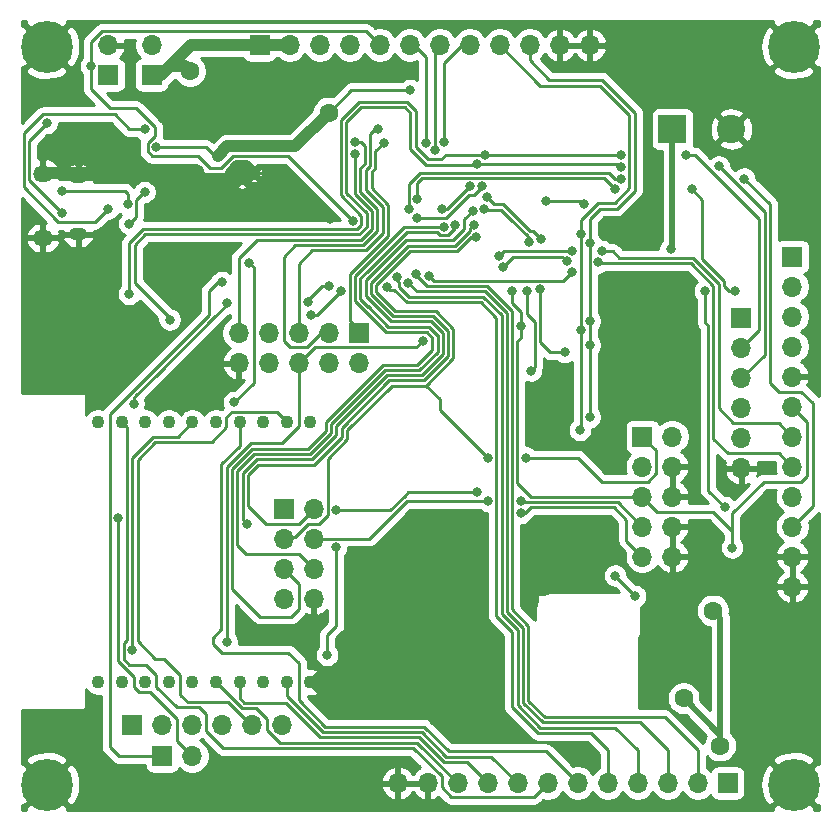
<source format=gbl>
G04 #@! TF.GenerationSoftware,KiCad,Pcbnew,(5.1.9)-1*
G04 #@! TF.CreationDate,2021-11-21T12:26:00+01:00*
G04 #@! TF.ProjectId,SmartSensor,536d6172-7453-4656-9e73-6f722e6b6963,1.3*
G04 #@! TF.SameCoordinates,Original*
G04 #@! TF.FileFunction,Copper,L2,Bot*
G04 #@! TF.FilePolarity,Positive*
%FSLAX46Y46*%
G04 Gerber Fmt 4.6, Leading zero omitted, Abs format (unit mm)*
G04 Created by KiCad (PCBNEW (5.1.9)-1) date 2021-11-21 12:26:00*
%MOMM*%
%LPD*%
G01*
G04 APERTURE LIST*
G04 #@! TA.AperFunction,ComponentPad*
%ADD10R,2.400000X2.400000*%
G04 #@! TD*
G04 #@! TA.AperFunction,ComponentPad*
%ADD11C,2.400000*%
G04 #@! TD*
G04 #@! TA.AperFunction,ComponentPad*
%ADD12O,1.500000X1.100000*%
G04 #@! TD*
G04 #@! TA.AperFunction,ComponentPad*
%ADD13O,1.700000X1.350000*%
G04 #@! TD*
G04 #@! TA.AperFunction,ComponentPad*
%ADD14R,1.700000X1.700000*%
G04 #@! TD*
G04 #@! TA.AperFunction,ComponentPad*
%ADD15O,1.700000X1.700000*%
G04 #@! TD*
G04 #@! TA.AperFunction,ComponentPad*
%ADD16C,0.500000*%
G04 #@! TD*
G04 #@! TA.AperFunction,ComponentPad*
%ADD17C,1.100000*%
G04 #@! TD*
G04 #@! TA.AperFunction,ComponentPad*
%ADD18C,4.400000*%
G04 #@! TD*
G04 #@! TA.AperFunction,ComponentPad*
%ADD19C,0.700000*%
G04 #@! TD*
G04 #@! TA.AperFunction,ViaPad*
%ADD20C,0.800000*%
G04 #@! TD*
G04 #@! TA.AperFunction,ViaPad*
%ADD21C,1.600000*%
G04 #@! TD*
G04 #@! TA.AperFunction,Conductor*
%ADD22C,0.250000*%
G04 #@! TD*
G04 #@! TA.AperFunction,Conductor*
%ADD23C,1.000000*%
G04 #@! TD*
G04 #@! TA.AperFunction,Conductor*
%ADD24C,0.500000*%
G04 #@! TD*
G04 #@! TA.AperFunction,Conductor*
%ADD25C,0.254000*%
G04 #@! TD*
G04 #@! TA.AperFunction,Conductor*
%ADD26C,0.100000*%
G04 #@! TD*
G04 APERTURE END LIST*
D10*
X219202000Y-88392000D03*
D11*
X224202000Y-88392000D03*
D12*
X168910000Y-92470000D03*
X168910000Y-97310000D03*
D13*
X165910000Y-92160000D03*
X165910000Y-97620000D03*
D14*
X175133000Y-83820000D03*
D15*
X175133000Y-81280000D03*
X171450000Y-81280000D03*
D14*
X171450000Y-83820000D03*
D15*
X225044000Y-117094000D03*
X225044000Y-114554000D03*
X225044000Y-112014000D03*
X225044000Y-109474000D03*
X225044000Y-106934000D03*
D14*
X225044000Y-104394000D03*
X192659000Y-105664000D03*
D15*
X192659000Y-108204000D03*
X190119000Y-105664000D03*
X190119000Y-108204000D03*
X187579000Y-105664000D03*
X187579000Y-108204000D03*
X185039000Y-105664000D03*
X185039000Y-108204000D03*
X182499000Y-105664000D03*
X182499000Y-108204000D03*
X219202000Y-124587000D03*
X216662000Y-124587000D03*
X219202000Y-122047000D03*
X216662000Y-122047000D03*
X219202000Y-119507000D03*
X216662000Y-119507000D03*
X219202000Y-116967000D03*
X216662000Y-116967000D03*
X219202000Y-114427000D03*
D14*
X216662000Y-114427000D03*
X176022000Y-141478000D03*
D15*
X178562000Y-141478000D03*
D14*
X173482000Y-138811000D03*
D15*
X176022000Y-138811000D03*
X178562000Y-138811000D03*
X181102000Y-138811000D03*
X183642000Y-138811000D03*
X186182000Y-138811000D03*
D14*
X186309000Y-120523000D03*
D15*
X188849000Y-120523000D03*
X186309000Y-123063000D03*
X188849000Y-123063000D03*
X186309000Y-125603000D03*
X188849000Y-125603000D03*
X186309000Y-128143000D03*
X188849000Y-128143000D03*
X212217000Y-81280000D03*
X209677000Y-81280000D03*
X207137000Y-81280000D03*
X204597000Y-81280000D03*
X202057000Y-81280000D03*
X199517000Y-81280000D03*
X196977000Y-81280000D03*
X194437000Y-81280000D03*
X191897000Y-81280000D03*
X189357000Y-81280000D03*
X186817000Y-81280000D03*
D14*
X184277000Y-81280000D03*
X229362000Y-99187000D03*
D15*
X229362000Y-101727000D03*
X229362000Y-104267000D03*
X229362000Y-106807000D03*
X229362000Y-109347000D03*
X229362000Y-111887000D03*
X229362000Y-114427000D03*
X229362000Y-116967000D03*
X229362000Y-119507000D03*
X229362000Y-122047000D03*
X229362000Y-124587000D03*
X229362000Y-127127000D03*
D14*
X223901000Y-143764000D03*
D15*
X221361000Y-143764000D03*
X218821000Y-143764000D03*
X216281000Y-143764000D03*
X213741000Y-143764000D03*
X211201000Y-143764000D03*
X208661000Y-143764000D03*
X206121000Y-143764000D03*
X203581000Y-143764000D03*
X201041000Y-143764000D03*
X198501000Y-143764000D03*
X195961000Y-143764000D03*
D16*
X183703000Y-92078000D03*
X182753000Y-92653000D03*
X182753000Y-91503000D03*
X181803000Y-92078000D03*
D17*
X170576000Y-135206000D03*
X172576000Y-135206000D03*
X174576000Y-135206000D03*
X176576000Y-135206000D03*
X178576000Y-135206000D03*
X180576000Y-135206000D03*
X182576000Y-135206000D03*
X184576000Y-135206000D03*
X186576000Y-135206000D03*
X188576000Y-135206000D03*
X188576000Y-113206000D03*
X186576000Y-113206000D03*
X184576000Y-113206000D03*
X182576000Y-113206000D03*
X180576000Y-113206000D03*
X178576000Y-113206000D03*
X176576000Y-113206000D03*
X174576000Y-113206000D03*
X172576000Y-113206000D03*
X170576000Y-113206000D03*
D18*
X229489000Y-81407000D03*
D19*
X231139000Y-81407000D03*
X230655726Y-82573726D03*
X229489000Y-83057000D03*
X228322274Y-82573726D03*
X227839000Y-81407000D03*
X228322274Y-80240274D03*
X229489000Y-79757000D03*
X230655726Y-80240274D03*
D18*
X166243000Y-81407000D03*
D19*
X167893000Y-81407000D03*
X167409726Y-82573726D03*
X166243000Y-83057000D03*
X165076274Y-82573726D03*
X164593000Y-81407000D03*
X165076274Y-80240274D03*
X166243000Y-79757000D03*
X167409726Y-80240274D03*
D18*
X166243000Y-143891000D03*
D19*
X167893000Y-143891000D03*
X167409726Y-145057726D03*
X166243000Y-145541000D03*
X165076274Y-145057726D03*
X164593000Y-143891000D03*
X165076274Y-142724274D03*
X166243000Y-142241000D03*
X167409726Y-142724274D03*
X230655726Y-142724274D03*
X229489000Y-142241000D03*
X228322274Y-142724274D03*
X227839000Y-143891000D03*
X228322274Y-145057726D03*
X229489000Y-145541000D03*
X230655726Y-145057726D03*
X231139000Y-143891000D03*
D18*
X229489000Y-143891000D03*
D20*
X173228000Y-96393000D03*
X174536002Y-93726000D03*
X175501420Y-89939575D03*
X180721000Y-90678000D03*
X196977000Y-85090000D03*
D21*
X190119000Y-86995000D03*
X220159616Y-136593616D03*
X223266000Y-140589000D03*
X222631000Y-129159000D03*
D20*
X208514347Y-94468347D03*
X211709000Y-94742000D03*
X173086001Y-94774864D03*
X167533495Y-93623100D03*
X203327000Y-90551000D03*
X173228000Y-102362000D03*
X214851990Y-90551000D03*
X220345000Y-90551000D03*
X202686814Y-91319223D03*
X176657000Y-104521000D03*
X214851990Y-91567000D03*
X223143653Y-91562347D03*
X192353997Y-90500777D03*
X198077000Y-106299000D03*
X181483000Y-131826000D03*
X206374999Y-105029000D03*
X224282000Y-123825000D03*
X205613000Y-102108000D03*
X194310000Y-88392000D03*
X192310010Y-89501743D03*
X194818000Y-89535000D03*
X203574971Y-116205000D03*
X206825009Y-116205000D03*
X202570307Y-97541408D03*
X206375000Y-119888000D03*
X203574971Y-119888000D03*
X183212000Y-121842000D03*
X202310175Y-95340000D03*
X206375000Y-120904000D03*
X202692000Y-119126000D03*
X190754000Y-120650000D03*
X189992000Y-132926000D03*
X190754000Y-123788000D03*
X202438000Y-96520000D03*
X210086533Y-107290667D03*
X208072089Y-97663000D03*
X208010182Y-101965182D03*
X203493349Y-94157373D03*
X207107056Y-97925133D03*
X206883000Y-102108000D03*
X207264000Y-108839000D03*
X203298781Y-95138264D03*
X210730000Y-100457000D03*
X198628000Y-100838000D03*
D21*
X178816000Y-92075000D03*
D20*
X190246000Y-96012000D03*
D21*
X193040000Y-129413000D03*
X193040000Y-133477000D03*
D20*
X219075000Y-98552000D03*
X212217000Y-106680000D03*
X212217000Y-104648000D03*
X212223223Y-98007000D03*
X212217000Y-112776000D03*
X211455000Y-97282000D03*
X211455000Y-105410000D03*
X216068973Y-127935012D03*
X214376000Y-126205990D03*
X211391500Y-113855500D03*
D21*
X178371113Y-83498006D03*
D20*
X203073000Y-93250010D03*
X197611000Y-95885000D03*
X190134818Y-101711182D03*
X188325182Y-103012818D03*
X181064499Y-101346000D03*
X172302000Y-121348500D03*
X173609000Y-111633000D03*
X181483000Y-103161000D03*
X188595000Y-104140000D03*
X199719557Y-95160000D03*
X191135000Y-102140010D03*
X202057000Y-93250010D03*
X173482000Y-132461000D03*
X182118000Y-111506000D03*
X183388000Y-99695000D03*
X199861000Y-96647000D03*
X200851728Y-96511123D03*
X169999998Y-83058000D03*
X192151000Y-96139000D03*
X197510237Y-100683500D03*
X196834089Y-101420268D03*
X195914664Y-100893641D03*
X199905271Y-89528841D03*
X214851990Y-92583000D03*
X225298000Y-92583000D03*
X196903776Y-95173950D03*
X214370346Y-93459369D03*
X220853000Y-93472000D03*
X224536000Y-102108000D03*
X221963990Y-102108000D03*
X223647000Y-120396000D03*
X197628776Y-94360473D03*
X198374000Y-89535000D03*
X199142223Y-90175186D03*
X195072000Y-101727000D03*
X210730000Y-98679000D03*
X213233000Y-98732000D03*
X204524348Y-99123653D03*
X210272090Y-99567999D03*
X212942000Y-99688725D03*
X204851000Y-100076000D03*
X167568136Y-95539999D03*
X166243000Y-87884000D03*
X171450000Y-95123000D03*
X174585355Y-88431645D03*
D22*
X173811002Y-95809998D02*
X173811002Y-94426863D01*
X173228000Y-96393000D02*
X173811002Y-95809998D01*
X174511865Y-93726000D02*
X174536002Y-93726000D01*
X173811002Y-94426863D02*
X174511865Y-93726000D01*
X175501420Y-89939575D02*
X179728575Y-89939575D01*
X180467000Y-90678000D02*
X180721000Y-90678000D01*
X179728575Y-89939575D02*
X180467000Y-90678000D01*
X196977000Y-85090000D02*
X195226990Y-85090000D01*
D23*
X181546020Y-89852980D02*
X187261020Y-89852980D01*
X180721000Y-90678000D02*
X181546020Y-89852980D01*
X187261020Y-89852980D02*
X190119000Y-86995000D01*
D24*
X223266000Y-139700000D02*
X223266000Y-140589000D01*
X220159616Y-136593616D02*
X223266000Y-139700000D01*
X223266000Y-140589000D02*
X223266000Y-129794000D01*
X223266000Y-129794000D02*
X222631000Y-129159000D01*
D22*
X192024000Y-85090000D02*
X195226990Y-85090000D01*
X190119000Y-86995000D02*
X192024000Y-85090000D01*
X211435347Y-94468347D02*
X211709000Y-94742000D01*
X208514347Y-94468347D02*
X211435347Y-94468347D01*
X172665902Y-93623100D02*
X167533495Y-93623100D01*
X172665902Y-93623100D02*
X172841102Y-93623100D01*
X172841102Y-93623100D02*
X173086001Y-93867999D01*
X173086001Y-94774864D02*
X173086001Y-93867999D01*
X203327000Y-90551000D02*
X214851990Y-90551000D01*
X220345000Y-90551000D02*
X221107000Y-90551000D01*
X225044000Y-106934000D02*
X226568000Y-105410000D01*
X226568000Y-105410000D02*
X226568000Y-96012000D01*
X221107000Y-90551000D02*
X226568000Y-96012000D01*
X200025000Y-90551000D02*
X203327000Y-90551000D01*
X199644000Y-90932000D02*
X200025000Y-90551000D01*
X191135000Y-93980000D02*
X191135000Y-87644002D01*
X173228000Y-98044000D02*
X174407999Y-96864001D01*
X174407999Y-96864001D02*
X192499001Y-96864001D01*
X191135000Y-87644002D02*
X192673002Y-86106000D01*
X192499001Y-96864001D02*
X192876001Y-96487001D01*
X192876001Y-96487001D02*
X192876001Y-95721001D01*
X196723000Y-86106000D02*
X197485000Y-86868000D01*
X197485000Y-86868000D02*
X197485000Y-89916000D01*
X192876001Y-95721001D02*
X191135000Y-93980000D01*
X192673002Y-86106000D02*
X196723000Y-86106000D01*
X197485000Y-89916000D02*
X198501000Y-90932000D01*
X173228000Y-102362000D02*
X173228000Y-98044000D01*
X198501000Y-90932000D02*
X199644000Y-90932000D01*
X214604213Y-91319223D02*
X214851990Y-91567000D01*
X202686814Y-91319223D02*
X214604213Y-91319223D01*
X227018010Y-95436704D02*
X226953653Y-95372347D01*
X226953653Y-95372347D02*
X223143653Y-91562347D01*
X227018010Y-107499990D02*
X227018010Y-95436704D01*
X225044000Y-109474000D02*
X227018010Y-107499990D01*
X202566037Y-91440000D02*
X202686814Y-91319223D01*
X198372590Y-91440000D02*
X202566037Y-91440000D01*
X197034990Y-90102400D02*
X198372590Y-91440000D01*
X176657000Y-104521000D02*
X176657000Y-104394000D01*
X176657000Y-104394000D02*
X173678010Y-101415010D01*
X173678010Y-98230400D02*
X174594399Y-97314011D01*
X174594399Y-97314011D02*
X192685401Y-97314011D01*
X193326010Y-96673402D02*
X193326011Y-95534601D01*
X192685401Y-97314011D02*
X193326010Y-96673402D01*
X193326011Y-95534601D02*
X191585010Y-93793600D01*
X191585010Y-93793600D02*
X191585010Y-87830402D01*
X173678010Y-101415010D02*
X173678010Y-98230400D01*
X191585010Y-87830402D02*
X192859402Y-86556010D01*
X192859402Y-86556010D02*
X196536600Y-86556010D01*
X196536600Y-86556010D02*
X197034990Y-87054400D01*
X197034990Y-87054400D02*
X197034990Y-90102400D01*
X192353997Y-90500777D02*
X192353997Y-93926177D01*
X192353997Y-93926177D02*
X193776020Y-95348202D01*
X193776019Y-96859803D02*
X192871801Y-97764021D01*
X193776020Y-95348202D02*
X193776019Y-96859803D01*
X192871801Y-97764021D02*
X184048979Y-97764021D01*
X182499000Y-99314000D02*
X182499000Y-105664000D01*
X184048979Y-97764021D02*
X182499000Y-99314000D01*
X188943999Y-106839001D02*
X187579000Y-108204000D01*
X197536999Y-106839001D02*
X188943999Y-106839001D01*
X198077000Y-106299000D02*
X197536999Y-106839001D01*
X181483000Y-131826000D02*
X181483000Y-116967000D01*
X181483000Y-116967000D02*
X183515000Y-114935000D01*
X187579000Y-113498002D02*
X187579000Y-108204000D01*
X186142002Y-114935000D02*
X187579000Y-113498002D01*
X183515000Y-114935000D02*
X186142002Y-114935000D01*
X206374999Y-105029000D02*
X206375000Y-104463314D01*
X206374999Y-105029000D02*
X206374999Y-106045001D01*
X206374999Y-106045001D02*
X206100009Y-106319991D01*
X206100009Y-106319991D02*
X206100009Y-118343009D01*
X206100009Y-118343009D02*
X207264000Y-119507000D01*
X207264000Y-119507000D02*
X216662000Y-119507000D01*
X216662000Y-119507000D02*
X217932000Y-120777000D01*
X217932000Y-120777000D02*
X222631000Y-120777000D01*
X224282000Y-122428000D02*
X224282000Y-123825000D01*
X222631000Y-120777000D02*
X224282000Y-122428000D01*
X224282000Y-120904000D02*
X224282000Y-122428000D01*
X226949000Y-118237000D02*
X224282000Y-120904000D01*
X230124000Y-118237000D02*
X226949000Y-118237000D01*
X230632000Y-117729000D02*
X230124000Y-118237000D01*
X230632000Y-113157000D02*
X230632000Y-117729000D01*
X229362000Y-111887000D02*
X230632000Y-113157000D01*
X205613000Y-102108000D02*
X205613000Y-103122590D01*
X206375000Y-103884590D02*
X206375000Y-104463314D01*
X205613000Y-103122590D02*
X206375000Y-103884590D01*
X187579000Y-105664000D02*
X187579000Y-99807041D01*
X187579000Y-99807041D02*
X188722000Y-98664041D01*
X188722000Y-98664041D02*
X193244602Y-98664040D01*
X194676037Y-97232603D02*
X194676038Y-94975403D01*
X193244602Y-98664040D02*
X194676037Y-97232603D01*
X193294000Y-93593365D02*
X193294000Y-91822410D01*
X194676038Y-94975403D02*
X193294000Y-93593365D01*
X193294000Y-91822410D02*
X193421705Y-91694705D01*
X193617010Y-91499400D02*
X193617010Y-88830990D01*
X193421705Y-91694705D02*
X193617010Y-91499400D01*
X194056000Y-88392000D02*
X194310000Y-88392000D01*
X193617010Y-88830990D02*
X194056000Y-88392000D01*
X189482590Y-105664000D02*
X190119000Y-105664000D01*
X188307589Y-106839001D02*
X189482590Y-105664000D01*
X192310010Y-89501743D02*
X192875695Y-89501743D01*
X192804007Y-91675993D02*
X192804007Y-93739778D01*
X192875695Y-89501743D02*
X193167000Y-89793048D01*
X193167000Y-89793048D02*
X193167000Y-91313000D01*
X192804007Y-93739778D02*
X194226029Y-95161803D01*
X194226029Y-95161803D02*
X194226028Y-97046204D01*
X194226028Y-97046204D02*
X193058201Y-98214031D01*
X187281969Y-98214031D02*
X186309000Y-99187000D01*
X193167000Y-91313000D02*
X192804007Y-91675993D01*
X186309000Y-99187000D02*
X186309000Y-106323000D01*
X193058201Y-98214031D02*
X187281969Y-98214031D01*
X186309000Y-106323000D02*
X186825001Y-106839001D01*
X186825001Y-106839001D02*
X188307589Y-106839001D01*
X194067019Y-91685801D02*
X194067020Y-90285980D01*
X193744010Y-93406965D02*
X193744010Y-92008810D01*
X193744010Y-92008810D02*
X194067019Y-91685801D01*
X195126047Y-94789004D02*
X193744010Y-93406965D01*
X194067020Y-90285980D02*
X194818000Y-89535000D01*
X195126046Y-97419003D02*
X195126047Y-94789004D01*
X193431001Y-99114049D02*
X195126046Y-97419003D01*
X191897000Y-100648052D02*
X193431001Y-99114049D01*
X191897000Y-104648000D02*
X191897000Y-100648052D01*
X192659000Y-105410000D02*
X191897000Y-104648000D01*
X192659000Y-105664000D02*
X192659000Y-105410000D01*
X203574971Y-116205000D02*
X199517000Y-112147029D01*
X199517000Y-111290440D02*
X198357600Y-110131040D01*
X199517000Y-112147029D02*
X199517000Y-111290440D01*
X217837001Y-117531001D02*
X217131002Y-118237000D01*
X217837001Y-115602001D02*
X217837001Y-117531001D01*
X216662000Y-114427000D02*
X217837001Y-115602001D01*
X217131002Y-118237000D02*
X213233000Y-118237000D01*
X213233000Y-118237000D02*
X211201000Y-116205000D01*
X206825009Y-116205000D02*
X211201000Y-116205000D01*
X190024001Y-116305639D02*
X191665036Y-114664604D01*
X190024001Y-121087001D02*
X190024001Y-116305639D01*
X191665036Y-114664604D02*
X191665037Y-113902603D01*
X189298503Y-121812499D02*
X190024001Y-121087001D01*
X188360499Y-121812499D02*
X189298503Y-121812499D01*
X195436600Y-110131040D02*
X198357600Y-110131040D01*
X187236998Y-122936000D02*
X188360499Y-121812499D01*
X191665037Y-113902603D02*
X195436600Y-110131040D01*
X186436000Y-122936000D02*
X187236998Y-122936000D01*
X186309000Y-123063000D02*
X186436000Y-122936000D01*
X202186820Y-97536000D02*
X202438000Y-97536000D01*
X201000790Y-98722030D02*
X202186820Y-97536000D01*
X194147050Y-101580050D02*
X197005069Y-98722030D01*
X194147050Y-102193410D02*
X194147050Y-101580050D01*
X197005069Y-98722030D02*
X201000790Y-98722030D01*
X195727601Y-103773961D02*
X194147050Y-102193410D01*
X199166210Y-103773963D02*
X195727601Y-103773961D01*
X200682037Y-105289793D02*
X199166210Y-103773963D01*
X200682036Y-107806604D02*
X200682037Y-105289793D01*
X198357600Y-110131040D02*
X200682036Y-107806604D01*
X216662000Y-122047000D02*
X214572010Y-119957010D01*
X206444010Y-119957010D02*
X206375000Y-119888000D01*
X214572010Y-119957010D02*
X206444010Y-119957010D01*
X203574971Y-119888000D02*
X196723000Y-119888000D01*
X196723000Y-119888000D02*
X193548000Y-123063000D01*
X193548000Y-123063000D02*
X192024000Y-123063000D01*
X192024000Y-123063000D02*
X188849000Y-123063000D01*
X182833030Y-121463030D02*
X183212000Y-121842000D01*
X182833030Y-117526200D02*
X182833030Y-121463030D01*
X184016210Y-116343020D02*
X182833030Y-117526200D01*
X188713800Y-116343020D02*
X184016210Y-116343020D01*
X190765018Y-114291802D02*
X188713800Y-116343020D01*
X202310175Y-95340000D02*
X201612500Y-96037675D01*
X201612500Y-96037675D02*
X201612500Y-96837500D01*
X199782019Y-105662591D02*
X199782018Y-107433802D01*
X201612500Y-96837500D02*
X200627989Y-97822011D01*
X193247030Y-102566210D02*
X195354800Y-104673980D01*
X200627989Y-97822011D02*
X196632268Y-97822011D01*
X196632268Y-97822011D02*
X193247030Y-101207251D01*
X193247030Y-101207251D02*
X193247030Y-102566210D01*
X198793408Y-104673980D02*
X199782019Y-105662591D01*
X190765019Y-113529801D02*
X190765018Y-114291802D01*
X199782018Y-107433802D02*
X197984800Y-109231020D01*
X197984800Y-109231020D02*
X195063800Y-109231020D01*
X195354800Y-104673980D02*
X198793408Y-104673980D01*
X195063800Y-109231020D02*
X190765019Y-113529801D01*
X216662000Y-124587000D02*
X215327795Y-123252795D01*
X215327795Y-121474795D02*
X214260020Y-120407020D01*
X215327795Y-123252795D02*
X215327795Y-121474795D01*
X214260020Y-120407020D02*
X207252980Y-120407020D01*
X206756000Y-120904000D02*
X206375000Y-120904000D01*
X207252980Y-120407020D02*
X206756000Y-120904000D01*
X202692000Y-119126000D02*
X196848590Y-119126000D01*
X196848590Y-119126000D02*
X196536599Y-119437991D01*
X195324590Y-120650000D02*
X190754000Y-120650000D01*
X196536599Y-119437991D02*
X195324590Y-120650000D01*
X189992000Y-132926000D02*
X189992000Y-131191000D01*
X190754000Y-130429000D02*
X190754000Y-123788000D01*
X189992000Y-131191000D02*
X190754000Y-130429000D01*
X202062510Y-96768490D02*
X202438000Y-96393000D01*
X202062510Y-97023900D02*
X202062510Y-96768490D01*
X196818668Y-98272021D02*
X200814389Y-98272021D01*
X193697040Y-101393650D02*
X196818668Y-98272021D01*
X198979809Y-104223971D02*
X195541200Y-104223970D01*
X200814389Y-98272021D02*
X202062510Y-97023900D01*
X188849000Y-120523000D02*
X187579000Y-121793000D01*
X187579000Y-121793000D02*
X184785000Y-121793000D01*
X198171200Y-109681030D02*
X200232027Y-107620203D01*
X184155640Y-116840000D02*
X188853230Y-116840000D01*
X184785000Y-121793000D02*
X183283040Y-120291040D01*
X191215027Y-114478203D02*
X191215028Y-113716202D01*
X193697040Y-102379810D02*
X193697040Y-101393650D01*
X195541200Y-104223970D02*
X193697040Y-102379810D01*
X183283040Y-117712600D02*
X184155640Y-116840000D01*
X188853230Y-116840000D02*
X191215027Y-114478203D01*
X200232027Y-107620203D02*
X200232028Y-105476192D01*
X191215028Y-113716202D02*
X195250200Y-109681030D01*
X195250200Y-109681030D02*
X198171200Y-109681030D01*
X183283040Y-120291040D02*
X183283040Y-117712600D01*
X200232028Y-105476192D02*
X198979809Y-104223971D01*
X208890667Y-107290667D02*
X210086533Y-107290667D01*
X204851000Y-94742000D02*
X207137000Y-97028000D01*
X207437089Y-97028000D02*
X208072089Y-97663000D01*
X207137000Y-97028000D02*
X207437089Y-97028000D01*
X208010182Y-106410182D02*
X208026000Y-106426000D01*
X208010182Y-101965182D02*
X208010182Y-106410182D01*
X208026000Y-106426000D02*
X208890667Y-107290667D01*
X204077976Y-94742000D02*
X203493349Y-94157373D01*
X204851000Y-94742000D02*
X204077976Y-94742000D01*
X204722590Y-95250000D02*
X205485295Y-96012705D01*
X206950599Y-97478009D02*
X206952009Y-97478009D01*
X205485295Y-96012705D02*
X206950599Y-97478009D01*
X207107056Y-97633056D02*
X207107056Y-97925133D01*
X206952009Y-97478009D02*
X207107056Y-97633056D01*
X206883000Y-102108000D02*
X206883000Y-104013000D01*
X206883000Y-104013000D02*
X207560172Y-104690172D01*
X207560172Y-108542828D02*
X207264000Y-108839000D01*
X207560172Y-104690172D02*
X207560172Y-108542828D01*
X203410517Y-95250000D02*
X203298781Y-95138264D01*
X204722590Y-95250000D02*
X203410517Y-95250000D01*
X209949500Y-101237500D02*
X210730000Y-100457000D01*
X199027500Y-101237500D02*
X209949500Y-101237500D01*
X198628000Y-100838000D02*
X199027500Y-101237500D01*
D23*
X183703000Y-92078000D02*
X181803000Y-92078000D01*
X182753000Y-91503000D02*
X182753000Y-92653000D01*
X165992000Y-92078000D02*
X165910000Y-92160000D01*
D22*
X178813000Y-92078000D02*
X178816000Y-92075000D01*
X178305000Y-92078000D02*
X178813000Y-92078000D01*
D23*
X178305000Y-92078000D02*
X165992000Y-92078000D01*
X179394000Y-92653000D02*
X178816000Y-92075000D01*
X182753000Y-92653000D02*
X179394000Y-92653000D01*
X182378000Y-91503000D02*
X181803000Y-92078000D01*
X182753000Y-91503000D02*
X182378000Y-91503000D01*
X183128000Y-91503000D02*
X183703000Y-92078000D01*
X182753000Y-91503000D02*
X183128000Y-91503000D01*
X183128000Y-92653000D02*
X183703000Y-92078000D01*
X182753000Y-92653000D02*
X183128000Y-92653000D01*
D22*
X186312000Y-92078000D02*
X183703000Y-92078000D01*
X190246000Y-96012000D02*
X186312000Y-92078000D01*
D23*
X193040000Y-129413000D02*
X193040000Y-133477000D01*
X191311000Y-135206000D02*
X188576000Y-135206000D01*
X193040000Y-133477000D02*
X191311000Y-135206000D01*
D24*
X219202000Y-98425000D02*
X219075000Y-98552000D01*
X219202000Y-88392000D02*
X219202000Y-98425000D01*
D22*
X207137000Y-81280000D02*
X207137000Y-82550000D01*
X207137000Y-82550000D02*
X208788000Y-84201000D01*
X208788000Y-84201000D02*
X211709000Y-84201000D01*
X211709000Y-84201000D02*
X213233000Y-84201000D01*
X213233000Y-84201000D02*
X216027000Y-86995000D01*
X216027000Y-86995000D02*
X216027000Y-93599000D01*
X216027000Y-93599000D02*
X214503000Y-95123000D01*
X214503000Y-95123000D02*
X213106000Y-95123000D01*
X213106000Y-95123000D02*
X212217000Y-96012000D01*
X212217000Y-96012000D02*
X212217000Y-98425000D01*
X212217000Y-104648000D02*
X212217000Y-106680000D01*
X212217000Y-98425000D02*
X212217000Y-104648000D01*
X212217000Y-106680000D02*
X212217000Y-112776000D01*
X204597000Y-81280000D02*
X208026000Y-84709000D01*
X208026000Y-84709000D02*
X211836000Y-84709000D01*
X211836000Y-84709000D02*
X212852000Y-84709000D01*
X212852000Y-84709000D02*
X213104590Y-84709000D01*
X213104590Y-84709000D02*
X215576990Y-87181400D01*
X215576990Y-87181400D02*
X215576990Y-88392000D01*
X215576990Y-88392000D02*
X215576990Y-93412600D01*
X214316600Y-94672990D02*
X212919600Y-94672990D01*
X215576990Y-93412600D02*
X214316600Y-94672990D01*
X212919600Y-94672990D02*
X211455000Y-96137590D01*
X211455000Y-97282000D02*
X211455000Y-98299410D01*
X211455000Y-96137590D02*
X211455000Y-97282000D01*
X211455000Y-98299410D02*
X211455000Y-105410000D01*
X216068973Y-127898963D02*
X214376000Y-126205990D01*
X216068973Y-127935012D02*
X216068973Y-127898963D01*
X211455000Y-113792000D02*
X211391500Y-113855500D01*
X211455000Y-105410000D02*
X211455000Y-113792000D01*
D23*
X175133000Y-83820000D02*
X175895000Y-83820000D01*
X178435000Y-81280000D02*
X184277000Y-81280000D01*
X178435000Y-81280000D02*
X186817000Y-81280000D01*
X177931107Y-83058000D02*
X178371113Y-83498006D01*
X175895000Y-83820000D02*
X176657000Y-83058000D01*
X176657000Y-83058000D02*
X177931107Y-83058000D01*
X176657000Y-83058000D02*
X178435000Y-81280000D01*
D22*
X202400012Y-93980000D02*
X201963420Y-93980000D01*
X203073000Y-93307012D02*
X202400012Y-93980000D01*
X203073000Y-93250010D02*
X203073000Y-93307012D01*
X200058420Y-95885000D02*
X200549710Y-95393710D01*
X197611000Y-95885000D02*
X200058420Y-95885000D01*
X200549710Y-95393710D02*
X200407410Y-95536010D01*
X201963420Y-93980000D02*
X200549710Y-95393710D01*
X189585165Y-101711182D02*
X188304000Y-102992347D01*
X190134818Y-101711182D02*
X189585165Y-101711182D01*
X188304711Y-102992347D02*
X188325182Y-103012818D01*
X188304000Y-102992347D02*
X188304711Y-102992347D01*
X172339000Y-141478000D02*
X176022000Y-141478000D01*
X171577000Y-140716000D02*
X172339000Y-141478000D01*
X171577000Y-112522000D02*
X171577000Y-140716000D01*
X179959000Y-102108000D02*
X179959000Y-104140000D01*
X180721000Y-101346000D02*
X179959000Y-102108000D01*
X181064499Y-101346000D02*
X180721000Y-101346000D01*
X179959000Y-104140000D02*
X171577000Y-112522000D01*
X180409009Y-104326401D02*
X175641000Y-109094410D01*
X181483000Y-103252410D02*
X180409009Y-104326401D01*
X181483000Y-103161000D02*
X181483000Y-103252410D01*
X191135000Y-102140010D02*
X189135010Y-104140000D01*
X189135010Y-104140000D02*
X188595000Y-104140000D01*
X202057000Y-93250010D02*
X200147010Y-95160000D01*
X200147010Y-95160000D02*
X199719557Y-95160000D01*
X175641000Y-109094410D02*
X173736705Y-110998705D01*
X173736705Y-110998705D02*
X173609000Y-111126410D01*
X173609000Y-111126410D02*
X173609000Y-111633000D01*
X177292000Y-140208000D02*
X178562000Y-141478000D01*
X174996001Y-136081001D02*
X177292000Y-138377000D01*
X174054001Y-136081001D02*
X174996001Y-136081001D01*
X173608295Y-135635295D02*
X174054001Y-136081001D01*
X177292000Y-138377000D02*
X177292000Y-140208000D01*
X173608295Y-134747705D02*
X173608295Y-135635295D01*
X172302000Y-133441410D02*
X173608295Y-134747705D01*
X172302000Y-121348500D02*
X172302000Y-133441410D01*
X177355000Y-114427000D02*
X178576000Y-113206000D01*
X175260000Y-114427000D02*
X177355000Y-114427000D01*
X173482000Y-116205000D02*
X175260000Y-114427000D01*
X173482000Y-131699000D02*
X173482001Y-131954411D01*
X173482000Y-131699000D02*
X173482000Y-116205000D01*
X173482000Y-132461000D02*
X173482000Y-131699000D01*
X183512180Y-138811000D02*
X183642000Y-138811000D01*
X181607180Y-136906000D02*
X183512180Y-138811000D01*
X186576000Y-113206000D02*
X185700999Y-112330999D01*
X185700999Y-112330999D02*
X181928001Y-112330999D01*
X176149000Y-133223000D02*
X177546000Y-134620000D01*
X177546000Y-136271000D02*
X178181000Y-136906000D01*
X181928001Y-112330999D02*
X181451001Y-112807999D01*
X181451001Y-112807999D02*
X181451001Y-113626001D01*
X181451001Y-113626001D02*
X180199993Y-114877009D01*
X175446401Y-114877009D02*
X173932010Y-116391400D01*
X178181000Y-136906000D02*
X181607180Y-136906000D01*
X173932010Y-116391400D02*
X173932010Y-131768010D01*
X180199993Y-114877009D02*
X175446401Y-114877009D01*
X173932010Y-131768010D02*
X175387000Y-133223000D01*
X175387000Y-133223000D02*
X176149000Y-133223000D01*
X177546000Y-134620000D02*
X177546000Y-136271000D01*
X183769000Y-100076000D02*
X183388000Y-99695000D01*
X183769000Y-109855000D02*
X183769000Y-100076000D01*
X182118000Y-111506000D02*
X183769000Y-109855000D01*
X187579000Y-126873000D02*
X186309000Y-125603000D01*
X187579000Y-129032000D02*
X187579000Y-126873000D01*
X186944000Y-129667000D02*
X187579000Y-129032000D01*
X184277000Y-129667000D02*
X186944000Y-129667000D01*
X181933010Y-117153400D02*
X181933011Y-127323011D01*
X181933011Y-127323011D02*
X184277000Y-129667000D01*
X188341000Y-115443000D02*
X183643410Y-115443000D01*
X197612000Y-108331000D02*
X194691000Y-108331000D01*
X189865000Y-113919000D02*
X188341000Y-115443000D01*
X199860999Y-96647001D02*
X196534458Y-96647001D01*
X196534458Y-96647001D02*
X192347010Y-100834451D01*
X192347010Y-100834451D02*
X192347010Y-102939010D01*
X183643410Y-115443000D02*
X181933010Y-117153400D01*
X192347010Y-102939010D02*
X194981999Y-105573999D01*
X198882000Y-107061000D02*
X197612000Y-108331000D01*
X194981999Y-105573999D02*
X198410999Y-105573999D01*
X198410999Y-105573999D02*
X198882000Y-106045000D01*
X198882000Y-106045000D02*
X198882000Y-107061000D01*
X194691000Y-108331000D02*
X189865000Y-113157000D01*
X199861000Y-96647000D02*
X199860999Y-96647001D01*
X189865000Y-113157000D02*
X189865000Y-113919000D01*
X200246001Y-97372001D02*
X199549999Y-97372001D01*
X199549999Y-97372001D02*
X199275008Y-97097010D01*
X199275008Y-97097010D02*
X196720859Y-97097010D01*
X196720859Y-97097010D02*
X194089434Y-99728434D01*
X194089434Y-99728434D02*
X193803801Y-100014069D01*
X195168399Y-105123989D02*
X193422410Y-103378000D01*
X198597400Y-105123990D02*
X195168399Y-105123989D01*
X199322401Y-105848991D02*
X198597400Y-105123990D01*
X188849000Y-125603000D02*
X187579000Y-124333000D01*
X183829810Y-115893010D02*
X188527400Y-115893010D01*
X199332009Y-107247401D02*
X199332009Y-105848991D01*
X187579000Y-124333000D02*
X183134000Y-124333000D01*
X190315009Y-114105401D02*
X190315010Y-113343400D01*
X183134000Y-124333000D02*
X182383020Y-123582020D01*
X182383020Y-123582020D02*
X182383020Y-117339800D01*
X182383020Y-117339800D02*
X183829810Y-115893010D01*
X197798400Y-108781010D02*
X199332009Y-107247401D01*
X188527400Y-115893010D02*
X190315009Y-114105401D01*
X199332009Y-105848991D02*
X199322401Y-105848991D01*
X190315010Y-113343400D02*
X194877400Y-108781010D01*
X194877400Y-108781010D02*
X197798400Y-108781010D01*
X200851728Y-96766274D02*
X200246001Y-97372001D01*
X200851728Y-96511123D02*
X200851728Y-96766274D01*
X193485205Y-103440795D02*
X193548705Y-103504295D01*
X192797020Y-102752610D02*
X193485205Y-103440795D01*
X192797020Y-101020851D02*
X192797020Y-102752610D01*
X193340970Y-100476902D02*
X192797020Y-101020851D01*
X194089434Y-99728434D02*
X193340970Y-100476902D01*
X193261999Y-80104999D02*
X194437000Y-81280000D01*
X169999998Y-80991000D02*
X170885999Y-80104999D01*
X169999998Y-83058000D02*
X169999998Y-80991000D01*
X170885999Y-80104999D02*
X193261999Y-80104999D01*
X169999998Y-85036998D02*
X169999998Y-83058000D01*
X192151000Y-96139000D02*
X186689990Y-90677990D01*
X175415507Y-88236493D02*
X173793015Y-86614000D01*
X175166843Y-90678000D02*
X174776419Y-90287576D01*
X171577000Y-86614000D02*
X169999998Y-85036998D01*
X174776419Y-89591574D02*
X175415507Y-88952486D01*
X174776419Y-90287576D02*
X174776419Y-89591574D01*
X175415507Y-88952486D02*
X175415507Y-88236493D01*
X173793015Y-86614000D02*
X171577000Y-86614000D01*
X182371990Y-90677990D02*
X182036269Y-90677991D01*
X186689990Y-90677990D02*
X182371990Y-90677990D01*
X182036269Y-90677991D02*
X181020260Y-91694000D01*
X179070000Y-90678000D02*
X178816000Y-90678000D01*
X180086000Y-91694000D02*
X179070000Y-90678000D01*
X178816000Y-90678000D02*
X175166843Y-90678000D01*
X181020260Y-91694000D02*
X180086000Y-91694000D01*
X205649999Y-103795999D02*
X203541510Y-101687510D01*
X205649999Y-129068999D02*
X205649999Y-103795999D01*
X207010000Y-136779000D02*
X207010000Y-130429000D01*
X208407000Y-138176000D02*
X207010000Y-136779000D01*
X218567000Y-138176000D02*
X208407000Y-138176000D01*
X197510237Y-100793239D02*
X197510237Y-100683500D01*
X198404508Y-101687510D02*
X197510237Y-100793239D01*
X207010000Y-130429000D02*
X205649999Y-129068999D01*
X221361000Y-140970000D02*
X218567000Y-138176000D01*
X203541510Y-101687510D02*
X198404508Y-101687510D01*
X221361000Y-143764000D02*
X221361000Y-140970000D01*
X196834089Y-101420268D02*
X196850000Y-101436179D01*
X218821000Y-140970000D02*
X218821000Y-143764000D01*
X216477010Y-138626010D02*
X218821000Y-140970000D01*
X208220599Y-138626009D02*
X216477010Y-138626010D01*
X206559990Y-130615400D02*
X206559990Y-136965400D01*
X205199989Y-129255399D02*
X206559990Y-130615400D01*
X205199989Y-103982399D02*
X205199989Y-129255399D01*
X203355110Y-102137520D02*
X205199989Y-103982399D01*
X197551341Y-102137520D02*
X203355110Y-102137520D01*
X206559990Y-136965400D02*
X208220599Y-138626009D01*
X196834089Y-101420268D02*
X197551341Y-102137520D01*
X195914664Y-101172664D02*
X195914664Y-100893641D01*
X196109088Y-101768269D02*
X196109088Y-101367088D01*
X203168710Y-102587530D02*
X196928349Y-102587530D01*
X204749979Y-104168799D02*
X203168710Y-102587530D01*
X196109088Y-101367088D02*
X195914664Y-101172664D01*
X206109980Y-130801800D02*
X204749980Y-129441800D01*
X206109981Y-137151801D02*
X206109980Y-130801800D01*
X208034200Y-139076018D02*
X206109981Y-137151801D01*
X214387018Y-139076018D02*
X208034200Y-139076018D01*
X196928349Y-102587530D02*
X196109088Y-101768269D01*
X204749980Y-129441800D02*
X204749979Y-104168799D01*
X216281000Y-140970000D02*
X214387018Y-139076018D01*
X216281000Y-143764000D02*
X216281000Y-140970000D01*
X199905271Y-89528841D02*
X199905271Y-82796729D01*
X201422000Y-81280000D02*
X202057000Y-81280000D01*
X199905271Y-82796729D02*
X201422000Y-81280000D01*
X231082010Y-120326990D02*
X229362000Y-122047000D01*
X231082010Y-111575010D02*
X231082010Y-120326990D01*
X230124000Y-110617000D02*
X231082010Y-111575010D01*
X228219000Y-110617000D02*
X230124000Y-110617000D01*
X227468020Y-109866020D02*
X228219000Y-110617000D01*
X227468020Y-94753020D02*
X227468020Y-109866020D01*
X225298000Y-92583000D02*
X227468020Y-94753020D01*
X214376000Y-92583000D02*
X214851990Y-92583000D01*
X197864590Y-92075000D02*
X213868000Y-92075000D01*
X196903776Y-93035814D02*
X197864590Y-92075000D01*
X213868000Y-92075000D02*
X214376000Y-92583000D01*
X196903776Y-95173950D02*
X196903776Y-93035814D01*
X199828990Y-92525010D02*
X200856010Y-92525010D01*
X200856010Y-92525010D02*
X203013600Y-92525010D01*
X213435987Y-92525010D02*
X214370346Y-93459369D01*
X203013600Y-92525010D02*
X213435987Y-92525010D01*
X220853000Y-93472000D02*
X221742705Y-94361705D01*
X221742705Y-94361705D02*
X221742705Y-99440295D01*
X221742705Y-99440295D02*
X223589010Y-101286600D01*
X223589010Y-101286600D02*
X223589010Y-101669010D01*
X224028000Y-102108000D02*
X224536000Y-102108000D01*
X223589010Y-101669010D02*
X224028000Y-102108000D01*
X221963990Y-102108000D02*
X221963990Y-104754009D01*
X221963990Y-104754009D02*
X222238982Y-105029001D01*
X222238982Y-105029001D02*
X222238982Y-108596018D01*
X222238982Y-108596018D02*
X222238982Y-111136018D01*
X222238982Y-116027984D02*
X222250000Y-116039002D01*
X222238982Y-111136018D02*
X222238982Y-116027984D01*
X222250000Y-118999000D02*
X223647000Y-120396000D01*
X222250000Y-116039002D02*
X222250000Y-118999000D01*
X197628776Y-94360473D02*
X197628776Y-92947224D01*
X198050990Y-92525010D02*
X199828990Y-92525010D01*
X197628776Y-92947224D02*
X198050990Y-92525010D01*
X207485999Y-144939001D02*
X208661000Y-143764000D01*
X200476999Y-144939001D02*
X207485999Y-144939001D01*
X199676001Y-143199999D02*
X199676001Y-144138003D01*
X197261012Y-140785010D02*
X199676001Y-143199999D01*
X181147010Y-140785010D02*
X197261012Y-140785010D01*
X173031990Y-131641010D02*
X172756999Y-131916001D01*
X172756999Y-133259999D02*
X173228000Y-133731000D01*
X179737001Y-137954001D02*
X179737001Y-139375001D01*
X199676001Y-144138003D02*
X200476999Y-144939001D01*
X173228000Y-133731000D02*
X174625000Y-133731000D01*
X173031990Y-113661990D02*
X173031990Y-131641010D01*
X174625000Y-133731000D02*
X175514000Y-134620000D01*
X179139010Y-137356010D02*
X179737001Y-137954001D01*
X175514000Y-134620000D02*
X175514000Y-135636000D01*
X175514000Y-135636000D02*
X177234010Y-137356010D01*
X172576000Y-113206000D02*
X173031990Y-113661990D01*
X177234010Y-137356010D02*
X179139010Y-137356010D01*
X172756999Y-131916001D02*
X172756999Y-133259999D01*
X179737001Y-139375001D02*
X181147010Y-140785010D01*
X182576000Y-115237590D02*
X182576000Y-113206000D01*
X211201000Y-143764000D02*
X208522275Y-141085275D01*
X208522275Y-141085275D02*
X200271505Y-141085275D01*
X198171200Y-138984970D02*
X189787790Y-138984970D01*
X181032991Y-116780599D02*
X182576000Y-115237590D01*
X200271505Y-141085275D02*
X198171200Y-138984970D01*
X189787790Y-138984970D02*
X187579000Y-136776180D01*
X187579000Y-136776180D02*
X187579000Y-133604000D01*
X187579000Y-133604000D02*
X186690000Y-132715000D01*
X186690000Y-132715000D02*
X181102000Y-132715000D01*
X181102000Y-132715000D02*
X180340000Y-131953000D01*
X180340000Y-131953000D02*
X180340000Y-131445000D01*
X180340000Y-131445000D02*
X181032990Y-130752010D01*
X181032990Y-130752010D02*
X181032991Y-116780599D01*
X197358000Y-81280000D02*
X196977000Y-81280000D01*
X198374000Y-82296000D02*
X197358000Y-81280000D01*
X198374000Y-89535000D02*
X198374000Y-82296000D01*
X199142223Y-81654777D02*
X199517000Y-81280000D01*
X199142223Y-90175186D02*
X199142223Y-81654777D01*
X187511400Y-137344990D02*
X187509990Y-137344990D01*
X189601390Y-139434980D02*
X187511400Y-137344990D01*
X187509990Y-137344990D02*
X186576000Y-136411000D01*
X197984800Y-139434980D02*
X189601390Y-139434980D01*
X200085105Y-141535285D02*
X197984800Y-139434980D01*
X203892285Y-141535285D02*
X200085105Y-141535285D01*
X186576000Y-136411000D02*
X186576000Y-135206000D01*
X206121000Y-143764000D02*
X203892285Y-141535285D01*
X197612000Y-140335000D02*
X201041000Y-143764000D01*
X185966998Y-140335000D02*
X197612000Y-140335000D01*
X184931499Y-139299501D02*
X185966998Y-140335000D01*
X184931499Y-138361497D02*
X184931499Y-139299501D01*
X183984002Y-137414000D02*
X184931499Y-138361497D01*
X182751590Y-137414000D02*
X183984002Y-137414000D01*
X180576000Y-135238410D02*
X182751590Y-137414000D01*
X180576000Y-135206000D02*
X180576000Y-135238410D01*
X182576000Y-136602000D02*
X182576000Y-135206000D01*
X182937990Y-136963990D02*
X182576000Y-136602000D01*
X186492580Y-136963990D02*
X182937990Y-136963990D01*
X187323589Y-137794999D02*
X186492580Y-136963990D01*
X187325000Y-137795000D02*
X187323589Y-137794999D01*
X189414990Y-139884990D02*
X187325000Y-137795000D01*
X197798400Y-139884990D02*
X189414990Y-139884990D01*
X199898705Y-141985295D02*
X197798400Y-139884990D01*
X201802295Y-141985295D02*
X199898705Y-141985295D01*
X203581000Y-143764000D02*
X201802295Y-141985295D01*
X204299971Y-104355201D02*
X202982310Y-103037540D01*
X204299971Y-129628199D02*
X204299971Y-104355201D01*
X196741949Y-103037540D02*
X195685409Y-101981000D01*
X205659972Y-130988202D02*
X204299971Y-129628199D01*
X205659972Y-137338200D02*
X205659972Y-130988202D01*
X212297028Y-139526028D02*
X207847800Y-139526028D01*
X213741000Y-140970000D02*
X212297028Y-139526028D01*
X202982310Y-103037540D02*
X196741949Y-103037540D01*
X207847800Y-139526028D02*
X205659972Y-137338200D01*
X213741000Y-143764000D02*
X213741000Y-140970000D01*
X195326000Y-101981000D02*
X195072000Y-101727000D01*
X195685409Y-101981000D02*
X195326000Y-101981000D01*
X220943000Y-99277000D02*
X223139000Y-101473000D01*
X223139000Y-112038000D02*
X224385000Y-113284000D01*
X223139000Y-101473000D02*
X223139000Y-112038000D01*
X228219000Y-113284000D02*
X229362000Y-114427000D01*
X224385000Y-113284000D02*
X228219000Y-113284000D01*
X214175000Y-98732000D02*
X214720000Y-99277000D01*
X213233000Y-98732000D02*
X214175000Y-98732000D01*
X214720000Y-99277000D02*
X220943000Y-99277000D01*
X204524348Y-99123653D02*
X204969001Y-98679000D01*
X204969001Y-98679000D02*
X210730000Y-98679000D01*
X228219000Y-115824000D02*
X229362000Y-116967000D01*
X223901000Y-115824000D02*
X228219000Y-115824000D01*
X222688991Y-114611991D02*
X223901000Y-115824000D01*
X220756600Y-99727010D02*
X222688990Y-101659400D01*
X222688990Y-101659400D02*
X222688991Y-114611991D01*
X212980285Y-99727010D02*
X220756600Y-99727010D01*
X212942000Y-99688725D02*
X212980285Y-99727010D01*
X204851000Y-100076000D02*
X205740000Y-99187000D01*
X209891091Y-99187000D02*
X210272090Y-99567999D01*
X205740000Y-99187000D02*
X209891091Y-99187000D01*
X164734990Y-89392010D02*
X166243000Y-87884000D01*
X164734990Y-92706853D02*
X164734990Y-89392010D01*
X167568136Y-95539999D02*
X164734990Y-92706853D01*
X170308000Y-96265000D02*
X167220135Y-96265000D01*
X167220135Y-96265000D02*
X164284981Y-93329846D01*
X164284981Y-93329846D02*
X164284981Y-88769017D01*
X171450000Y-95123000D02*
X170308000Y-96265000D01*
X164284981Y-88769017D02*
X165894999Y-87158999D01*
X165894999Y-87158999D02*
X171994999Y-87158999D01*
X173267645Y-88431645D02*
X173228000Y-88392000D01*
X174585355Y-88431645D02*
X173267645Y-88431645D01*
X173228000Y-88392000D02*
X171994999Y-87158999D01*
D25*
X227934068Y-119073842D02*
X227877000Y-119360740D01*
X227877000Y-119653260D01*
X227934068Y-119940158D01*
X228046010Y-120210411D01*
X228208525Y-120453632D01*
X228415368Y-120660475D01*
X228589760Y-120777000D01*
X228415368Y-120893525D01*
X228208525Y-121100368D01*
X228046010Y-121343589D01*
X227934068Y-121613842D01*
X227877000Y-121900740D01*
X227877000Y-122193260D01*
X227934068Y-122480158D01*
X228046010Y-122750411D01*
X228208525Y-122993632D01*
X228415368Y-123200475D01*
X228597534Y-123322195D01*
X228480645Y-123391822D01*
X228264412Y-123586731D01*
X228090359Y-123820080D01*
X227965175Y-124082901D01*
X227920524Y-124230110D01*
X228041845Y-124460000D01*
X229235000Y-124460000D01*
X229235000Y-124440000D01*
X229489000Y-124440000D01*
X229489000Y-124460000D01*
X230682155Y-124460000D01*
X230803476Y-124230110D01*
X230758825Y-124082901D01*
X230633641Y-123820080D01*
X230459588Y-123586731D01*
X230243355Y-123391822D01*
X230126466Y-123322195D01*
X230308632Y-123200475D01*
X230515475Y-122993632D01*
X230677990Y-122750411D01*
X230789932Y-122480158D01*
X230847000Y-122193260D01*
X230847000Y-121900740D01*
X230803210Y-121680592D01*
X231593018Y-120890785D01*
X231622011Y-120866991D01*
X231623000Y-120865786D01*
X231623001Y-130396572D01*
X231623000Y-130396582D01*
X231623001Y-137762572D01*
X231623000Y-137762582D01*
X231623001Y-142170271D01*
X231478775Y-142080830D01*
X229668605Y-143891000D01*
X231478775Y-145701170D01*
X231623000Y-145611730D01*
X231623001Y-146025000D01*
X231209730Y-146025000D01*
X231299170Y-145880775D01*
X229489000Y-144070605D01*
X227678830Y-145880775D01*
X227768270Y-146025000D01*
X167963730Y-146025000D01*
X168053170Y-145880775D01*
X166243000Y-144070605D01*
X164432830Y-145880775D01*
X164522270Y-146025000D01*
X164109000Y-146025000D01*
X164109000Y-145611730D01*
X164253225Y-145701170D01*
X166063395Y-143891000D01*
X166422605Y-143891000D01*
X168232775Y-145701170D01*
X168620018Y-145461024D01*
X168880641Y-144967123D01*
X169039901Y-144431867D01*
X169068858Y-144120891D01*
X194519519Y-144120891D01*
X194616843Y-144395252D01*
X194765822Y-144645355D01*
X194960731Y-144861588D01*
X195194080Y-145035641D01*
X195456901Y-145160825D01*
X195604110Y-145205476D01*
X195834000Y-145084155D01*
X195834000Y-143891000D01*
X196088000Y-143891000D01*
X196088000Y-145084155D01*
X196317890Y-145205476D01*
X196465099Y-145160825D01*
X196727920Y-145035641D01*
X196961269Y-144861588D01*
X197156178Y-144645355D01*
X197231000Y-144519745D01*
X197305822Y-144645355D01*
X197500731Y-144861588D01*
X197734080Y-145035641D01*
X197996901Y-145160825D01*
X198144110Y-145205476D01*
X198374000Y-145084155D01*
X198374000Y-143891000D01*
X196088000Y-143891000D01*
X195834000Y-143891000D01*
X194640186Y-143891000D01*
X194519519Y-144120891D01*
X169068858Y-144120891D01*
X169091678Y-143875826D01*
X169042992Y-143407109D01*
X194519519Y-143407109D01*
X194640186Y-143637000D01*
X195834000Y-143637000D01*
X195834000Y-142443845D01*
X195604110Y-142322524D01*
X195456901Y-142367175D01*
X195194080Y-142492359D01*
X194960731Y-142666412D01*
X194765822Y-142882645D01*
X194616843Y-143132748D01*
X194519519Y-143407109D01*
X169042992Y-143407109D01*
X169033981Y-143320368D01*
X168869028Y-142786839D01*
X168620018Y-142320976D01*
X168232775Y-142080830D01*
X166422605Y-143891000D01*
X166063395Y-143891000D01*
X164253225Y-142080830D01*
X164109000Y-142170270D01*
X164109000Y-141901225D01*
X164432830Y-141901225D01*
X166243000Y-143711395D01*
X168053170Y-141901225D01*
X167813024Y-141513982D01*
X167319123Y-141253359D01*
X166783867Y-141094099D01*
X166227826Y-141042322D01*
X165672368Y-141100019D01*
X165138839Y-141264972D01*
X164672976Y-141513982D01*
X164432830Y-141901225D01*
X164109000Y-141901225D01*
X164109000Y-137541000D01*
X169418000Y-137541000D01*
X169442776Y-137538560D01*
X169466601Y-137531333D01*
X169488557Y-137519597D01*
X169507803Y-137503803D01*
X169523597Y-137484557D01*
X169535333Y-137462601D01*
X169542560Y-137438776D01*
X169545000Y-137414000D01*
X169545000Y-135795944D01*
X169655550Y-135961394D01*
X169820606Y-136126450D01*
X170014692Y-136256134D01*
X170230348Y-136345461D01*
X170459288Y-136391000D01*
X170692712Y-136391000D01*
X170817001Y-136366277D01*
X170817001Y-140678667D01*
X170813324Y-140716000D01*
X170817001Y-140753333D01*
X170824527Y-140829739D01*
X170827998Y-140864985D01*
X170871454Y-141008246D01*
X170942026Y-141140276D01*
X170998662Y-141209286D01*
X171037000Y-141256001D01*
X171065998Y-141279799D01*
X171775201Y-141989002D01*
X171798999Y-142018001D01*
X171914724Y-142112974D01*
X172046753Y-142183546D01*
X172190014Y-142227003D01*
X172301667Y-142238000D01*
X172301675Y-142238000D01*
X172339000Y-142241676D01*
X172376325Y-142238000D01*
X174533928Y-142238000D01*
X174533928Y-142328000D01*
X174546188Y-142452482D01*
X174582498Y-142572180D01*
X174641463Y-142682494D01*
X174720815Y-142779185D01*
X174817506Y-142858537D01*
X174927820Y-142917502D01*
X175047518Y-142953812D01*
X175172000Y-142966072D01*
X176872000Y-142966072D01*
X176996482Y-142953812D01*
X177116180Y-142917502D01*
X177226494Y-142858537D01*
X177323185Y-142779185D01*
X177402537Y-142682494D01*
X177461502Y-142572180D01*
X177483513Y-142499620D01*
X177615368Y-142631475D01*
X177858589Y-142793990D01*
X178128842Y-142905932D01*
X178415740Y-142963000D01*
X178708260Y-142963000D01*
X178995158Y-142905932D01*
X179265411Y-142793990D01*
X179508632Y-142631475D01*
X179715475Y-142424632D01*
X179877990Y-142181411D01*
X179989932Y-141911158D01*
X180047000Y-141624260D01*
X180047000Y-141331740D01*
X179989932Y-141044842D01*
X179877990Y-140774589D01*
X179715475Y-140531368D01*
X179508632Y-140324525D01*
X179265411Y-140162010D01*
X179223138Y-140144500D01*
X179265411Y-140126990D01*
X179354597Y-140067398D01*
X180583210Y-141296012D01*
X180607009Y-141325011D01*
X180722734Y-141419984D01*
X180854763Y-141490556D01*
X180998024Y-141534013D01*
X181109677Y-141545010D01*
X181109687Y-141545010D01*
X181147010Y-141548686D01*
X181184333Y-141545010D01*
X196946211Y-141545010D01*
X197842106Y-142440905D01*
X197734080Y-142492359D01*
X197500731Y-142666412D01*
X197305822Y-142882645D01*
X197231000Y-143008255D01*
X197156178Y-142882645D01*
X196961269Y-142666412D01*
X196727920Y-142492359D01*
X196465099Y-142367175D01*
X196317890Y-142322524D01*
X196088000Y-142443845D01*
X196088000Y-143637000D01*
X198374000Y-143637000D01*
X198374000Y-143617000D01*
X198628000Y-143617000D01*
X198628000Y-143637000D01*
X198648000Y-143637000D01*
X198648000Y-143891000D01*
X198628000Y-143891000D01*
X198628000Y-145084155D01*
X198857890Y-145205476D01*
X199005099Y-145160825D01*
X199267920Y-145035641D01*
X199400183Y-144936987D01*
X199913200Y-145450003D01*
X199936998Y-145479002D01*
X200052723Y-145573975D01*
X200184752Y-145644547D01*
X200328013Y-145688004D01*
X200439666Y-145699001D01*
X200439675Y-145699001D01*
X200476998Y-145702677D01*
X200514321Y-145699001D01*
X207448677Y-145699001D01*
X207485999Y-145702677D01*
X207523321Y-145699001D01*
X207523332Y-145699001D01*
X207634985Y-145688004D01*
X207778246Y-145644547D01*
X207910275Y-145573975D01*
X208026000Y-145479002D01*
X208049803Y-145449998D01*
X208294592Y-145205209D01*
X208514740Y-145249000D01*
X208807260Y-145249000D01*
X209094158Y-145191932D01*
X209364411Y-145079990D01*
X209607632Y-144917475D01*
X209814475Y-144710632D01*
X209931000Y-144536240D01*
X210047525Y-144710632D01*
X210254368Y-144917475D01*
X210497589Y-145079990D01*
X210767842Y-145191932D01*
X211054740Y-145249000D01*
X211347260Y-145249000D01*
X211634158Y-145191932D01*
X211904411Y-145079990D01*
X212147632Y-144917475D01*
X212354475Y-144710632D01*
X212471000Y-144536240D01*
X212587525Y-144710632D01*
X212794368Y-144917475D01*
X213037589Y-145079990D01*
X213307842Y-145191932D01*
X213594740Y-145249000D01*
X213887260Y-145249000D01*
X214174158Y-145191932D01*
X214444411Y-145079990D01*
X214687632Y-144917475D01*
X214894475Y-144710632D01*
X215011000Y-144536240D01*
X215127525Y-144710632D01*
X215334368Y-144917475D01*
X215577589Y-145079990D01*
X215847842Y-145191932D01*
X216134740Y-145249000D01*
X216427260Y-145249000D01*
X216714158Y-145191932D01*
X216984411Y-145079990D01*
X217227632Y-144917475D01*
X217434475Y-144710632D01*
X217551000Y-144536240D01*
X217667525Y-144710632D01*
X217874368Y-144917475D01*
X218117589Y-145079990D01*
X218387842Y-145191932D01*
X218674740Y-145249000D01*
X218967260Y-145249000D01*
X219254158Y-145191932D01*
X219524411Y-145079990D01*
X219767632Y-144917475D01*
X219974475Y-144710632D01*
X220091000Y-144536240D01*
X220207525Y-144710632D01*
X220414368Y-144917475D01*
X220657589Y-145079990D01*
X220927842Y-145191932D01*
X221214740Y-145249000D01*
X221507260Y-145249000D01*
X221794158Y-145191932D01*
X222064411Y-145079990D01*
X222307632Y-144917475D01*
X222439487Y-144785620D01*
X222461498Y-144858180D01*
X222520463Y-144968494D01*
X222599815Y-145065185D01*
X222696506Y-145144537D01*
X222806820Y-145203502D01*
X222926518Y-145239812D01*
X223051000Y-145252072D01*
X224751000Y-145252072D01*
X224875482Y-145239812D01*
X224995180Y-145203502D01*
X225105494Y-145144537D01*
X225202185Y-145065185D01*
X225281537Y-144968494D01*
X225340502Y-144858180D01*
X225376812Y-144738482D01*
X225389072Y-144614000D01*
X225389072Y-143906174D01*
X226640322Y-143906174D01*
X226698019Y-144461632D01*
X226862972Y-144995161D01*
X227111982Y-145461024D01*
X227499225Y-145701170D01*
X229309395Y-143891000D01*
X227499225Y-142080830D01*
X227111982Y-142320976D01*
X226851359Y-142814877D01*
X226692099Y-143350133D01*
X226640322Y-143906174D01*
X225389072Y-143906174D01*
X225389072Y-142914000D01*
X225376812Y-142789518D01*
X225340502Y-142669820D01*
X225281537Y-142559506D01*
X225202185Y-142462815D01*
X225105494Y-142383463D01*
X224995180Y-142324498D01*
X224875482Y-142288188D01*
X224751000Y-142275928D01*
X223051000Y-142275928D01*
X222926518Y-142288188D01*
X222806820Y-142324498D01*
X222696506Y-142383463D01*
X222599815Y-142462815D01*
X222520463Y-142559506D01*
X222461498Y-142669820D01*
X222439487Y-142742380D01*
X222307632Y-142610525D01*
X222121000Y-142485822D01*
X222121000Y-141458317D01*
X222151363Y-141503759D01*
X222351241Y-141703637D01*
X222586273Y-141860680D01*
X222847426Y-141968853D01*
X223124665Y-142024000D01*
X223407335Y-142024000D01*
X223684574Y-141968853D01*
X223847842Y-141901225D01*
X227678830Y-141901225D01*
X229489000Y-143711395D01*
X231299170Y-141901225D01*
X231059024Y-141513982D01*
X230565123Y-141253359D01*
X230029867Y-141094099D01*
X229473826Y-141042322D01*
X228918368Y-141100019D01*
X228384839Y-141264972D01*
X227918976Y-141513982D01*
X227678830Y-141901225D01*
X223847842Y-141901225D01*
X223945727Y-141860680D01*
X224180759Y-141703637D01*
X224380637Y-141503759D01*
X224537680Y-141268727D01*
X224645853Y-141007574D01*
X224701000Y-140730335D01*
X224701000Y-140447665D01*
X224645853Y-140170426D01*
X224537680Y-139909273D01*
X224380637Y-139674241D01*
X224180759Y-139474363D01*
X224151000Y-139454479D01*
X224151000Y-129837469D01*
X224155281Y-129794000D01*
X224151000Y-129750531D01*
X224151000Y-129750523D01*
X224138195Y-129620510D01*
X224123480Y-129572001D01*
X224087589Y-129453686D01*
X224049625Y-129382659D01*
X224066000Y-129300335D01*
X224066000Y-129017665D01*
X224010853Y-128740426D01*
X223902680Y-128479273D01*
X223745637Y-128244241D01*
X223545759Y-128044363D01*
X223310727Y-127887320D01*
X223049574Y-127779147D01*
X222772335Y-127724000D01*
X222489665Y-127724000D01*
X222212426Y-127779147D01*
X221951273Y-127887320D01*
X221716241Y-128044363D01*
X221516363Y-128244241D01*
X221359320Y-128479273D01*
X221251147Y-128740426D01*
X221196000Y-129017665D01*
X221196000Y-129300335D01*
X221251147Y-129577574D01*
X221359320Y-129838727D01*
X221516363Y-130073759D01*
X221716241Y-130273637D01*
X221951273Y-130430680D01*
X222212426Y-130538853D01*
X222381001Y-130572385D01*
X222381000Y-137563422D01*
X221587633Y-136770055D01*
X221594616Y-136734951D01*
X221594616Y-136452281D01*
X221539469Y-136175042D01*
X221431296Y-135913889D01*
X221274253Y-135678857D01*
X221074375Y-135478979D01*
X220839343Y-135321936D01*
X220578190Y-135213763D01*
X220300951Y-135158616D01*
X220018281Y-135158616D01*
X219741042Y-135213763D01*
X219479889Y-135321936D01*
X219244857Y-135478979D01*
X219044979Y-135678857D01*
X218887936Y-135913889D01*
X218779763Y-136175042D01*
X218724616Y-136452281D01*
X218724616Y-136734951D01*
X218779763Y-137012190D01*
X218887936Y-137273343D01*
X219044979Y-137508375D01*
X219244857Y-137708253D01*
X219479889Y-137865296D01*
X219741042Y-137973469D01*
X220018281Y-138028616D01*
X220300951Y-138028616D01*
X220336055Y-138021633D01*
X222086194Y-139771773D01*
X221994320Y-139909273D01*
X221886147Y-140170426D01*
X221844682Y-140378880D01*
X219130804Y-137665003D01*
X219107001Y-137635999D01*
X218991276Y-137541026D01*
X218859247Y-137470454D01*
X218715986Y-137426997D01*
X218604333Y-137416000D01*
X218604322Y-137416000D01*
X218567000Y-137412324D01*
X218529678Y-137416000D01*
X216408000Y-137416000D01*
X216408000Y-131412296D01*
X216434832Y-131361833D01*
X216457621Y-131306541D01*
X216481193Y-131251545D01*
X216483918Y-131242742D01*
X216519737Y-131124101D01*
X216531357Y-131065417D01*
X216543794Y-131006906D01*
X216544756Y-130997750D01*
X216544757Y-130997745D01*
X216544757Y-130997741D01*
X216556850Y-130874403D01*
X216556850Y-130874402D01*
X216560000Y-130842419D01*
X216560000Y-128872581D01*
X216558043Y-128852708D01*
X216559229Y-128852217D01*
X216728747Y-128738949D01*
X216872910Y-128594786D01*
X216986178Y-128425268D01*
X217064199Y-128236910D01*
X217103973Y-128036951D01*
X217103973Y-127833073D01*
X217064199Y-127633114D01*
X217002388Y-127483890D01*
X227920524Y-127483890D01*
X227965175Y-127631099D01*
X228090359Y-127893920D01*
X228264412Y-128127269D01*
X228480645Y-128322178D01*
X228730748Y-128471157D01*
X229005109Y-128568481D01*
X229235000Y-128447814D01*
X229235000Y-127254000D01*
X229489000Y-127254000D01*
X229489000Y-128447814D01*
X229718891Y-128568481D01*
X229993252Y-128471157D01*
X230243355Y-128322178D01*
X230459588Y-128127269D01*
X230633641Y-127893920D01*
X230758825Y-127631099D01*
X230803476Y-127483890D01*
X230682155Y-127254000D01*
X229489000Y-127254000D01*
X229235000Y-127254000D01*
X228041845Y-127254000D01*
X227920524Y-127483890D01*
X217002388Y-127483890D01*
X216986178Y-127444756D01*
X216872910Y-127275238D01*
X216728747Y-127131075D01*
X216559229Y-127017807D01*
X216370871Y-126939786D01*
X216170912Y-126900012D01*
X216144824Y-126900012D01*
X215411000Y-126166188D01*
X215411000Y-126104051D01*
X215371226Y-125904092D01*
X215293205Y-125715734D01*
X215179937Y-125546216D01*
X215035774Y-125402053D01*
X214866256Y-125288785D01*
X214677898Y-125210764D01*
X214477939Y-125170990D01*
X214274061Y-125170990D01*
X214074102Y-125210764D01*
X213885744Y-125288785D01*
X213716226Y-125402053D01*
X213572063Y-125546216D01*
X213458795Y-125715734D01*
X213380774Y-125904092D01*
X213341000Y-126104051D01*
X213341000Y-126307929D01*
X213380774Y-126507888D01*
X213458795Y-126696246D01*
X213572063Y-126865764D01*
X213716226Y-127009927D01*
X213885744Y-127123195D01*
X214074102Y-127201216D01*
X214274061Y-127240990D01*
X214336198Y-127240990D01*
X214705208Y-127610000D01*
X208882581Y-127610000D01*
X208854581Y-127612758D01*
X208850745Y-127612731D01*
X208841574Y-127613631D01*
X208718323Y-127626586D01*
X208659733Y-127638613D01*
X208600971Y-127649822D01*
X208592149Y-127652486D01*
X208473762Y-127689133D01*
X208418632Y-127712308D01*
X208363153Y-127734722D01*
X208355017Y-127739049D01*
X208312570Y-127762000D01*
X207899000Y-127762000D01*
X207874224Y-127764440D01*
X207850399Y-127771667D01*
X207828443Y-127783403D01*
X207809197Y-127799197D01*
X207793403Y-127818443D01*
X207781667Y-127840399D01*
X207774440Y-127864224D01*
X207772000Y-127889000D01*
X207772000Y-128302705D01*
X207745168Y-128353168D01*
X207722384Y-128408446D01*
X207698807Y-128463455D01*
X207696082Y-128472259D01*
X207660262Y-128590899D01*
X207648641Y-128649592D01*
X207636206Y-128708095D01*
X207635244Y-128717253D01*
X207635244Y-128717254D01*
X207635243Y-128717259D01*
X207623150Y-128840598D01*
X207620000Y-128872582D01*
X207620000Y-129974293D01*
X207550001Y-129888999D01*
X207521003Y-129865201D01*
X206409999Y-128754198D01*
X206409999Y-121939000D01*
X206476939Y-121939000D01*
X206676898Y-121899226D01*
X206865256Y-121821205D01*
X207034774Y-121707937D01*
X207178937Y-121563774D01*
X207214001Y-121511296D01*
X207296001Y-121444001D01*
X207319804Y-121414997D01*
X207567781Y-121167020D01*
X213945219Y-121167020D01*
X214567796Y-121789598D01*
X214567795Y-123215472D01*
X214564119Y-123252795D01*
X214567795Y-123290117D01*
X214567795Y-123290127D01*
X214578792Y-123401780D01*
X214615594Y-123523102D01*
X214622249Y-123545041D01*
X214692821Y-123677071D01*
X214708356Y-123696000D01*
X214787794Y-123792796D01*
X214816798Y-123816599D01*
X215220791Y-124220592D01*
X215177000Y-124440740D01*
X215177000Y-124733260D01*
X215234068Y-125020158D01*
X215346010Y-125290411D01*
X215508525Y-125533632D01*
X215715368Y-125740475D01*
X215958589Y-125902990D01*
X216228842Y-126014932D01*
X216515740Y-126072000D01*
X216808260Y-126072000D01*
X217095158Y-126014932D01*
X217365411Y-125902990D01*
X217608632Y-125740475D01*
X217815475Y-125533632D01*
X217933100Y-125357594D01*
X218104412Y-125587269D01*
X218320645Y-125782178D01*
X218570748Y-125931157D01*
X218845109Y-126028481D01*
X219075000Y-125907814D01*
X219075000Y-124714000D01*
X219329000Y-124714000D01*
X219329000Y-125907814D01*
X219558891Y-126028481D01*
X219833252Y-125931157D01*
X220083355Y-125782178D01*
X220299588Y-125587269D01*
X220473641Y-125353920D01*
X220598825Y-125091099D01*
X220643476Y-124943890D01*
X227920524Y-124943890D01*
X227965175Y-125091099D01*
X228090359Y-125353920D01*
X228264412Y-125587269D01*
X228480645Y-125782178D01*
X228606255Y-125857000D01*
X228480645Y-125931822D01*
X228264412Y-126126731D01*
X228090359Y-126360080D01*
X227965175Y-126622901D01*
X227920524Y-126770110D01*
X228041845Y-127000000D01*
X229235000Y-127000000D01*
X229235000Y-124714000D01*
X229489000Y-124714000D01*
X229489000Y-127000000D01*
X230682155Y-127000000D01*
X230803476Y-126770110D01*
X230758825Y-126622901D01*
X230633641Y-126360080D01*
X230459588Y-126126731D01*
X230243355Y-125931822D01*
X230117745Y-125857000D01*
X230243355Y-125782178D01*
X230459588Y-125587269D01*
X230633641Y-125353920D01*
X230758825Y-125091099D01*
X230803476Y-124943890D01*
X230682155Y-124714000D01*
X229489000Y-124714000D01*
X229235000Y-124714000D01*
X228041845Y-124714000D01*
X227920524Y-124943890D01*
X220643476Y-124943890D01*
X220522155Y-124714000D01*
X219329000Y-124714000D01*
X219075000Y-124714000D01*
X219055000Y-124714000D01*
X219055000Y-124460000D01*
X219075000Y-124460000D01*
X219075000Y-122174000D01*
X219329000Y-122174000D01*
X219329000Y-124460000D01*
X220522155Y-124460000D01*
X220643476Y-124230110D01*
X220598825Y-124082901D01*
X220473641Y-123820080D01*
X220299588Y-123586731D01*
X220083355Y-123391822D01*
X219957745Y-123317000D01*
X220083355Y-123242178D01*
X220299588Y-123047269D01*
X220473641Y-122813920D01*
X220598825Y-122551099D01*
X220643476Y-122403890D01*
X220522155Y-122174000D01*
X219329000Y-122174000D01*
X219075000Y-122174000D01*
X219055000Y-122174000D01*
X219055000Y-121920000D01*
X219075000Y-121920000D01*
X219075000Y-121900000D01*
X219329000Y-121900000D01*
X219329000Y-121920000D01*
X220522155Y-121920000D01*
X220643476Y-121690110D01*
X220598825Y-121542901D01*
X220596014Y-121537000D01*
X222316199Y-121537000D01*
X223522000Y-122742802D01*
X223522000Y-123121289D01*
X223478063Y-123165226D01*
X223364795Y-123334744D01*
X223286774Y-123523102D01*
X223247000Y-123723061D01*
X223247000Y-123926939D01*
X223286774Y-124126898D01*
X223364795Y-124315256D01*
X223478063Y-124484774D01*
X223622226Y-124628937D01*
X223791744Y-124742205D01*
X223980102Y-124820226D01*
X224180061Y-124860000D01*
X224383939Y-124860000D01*
X224583898Y-124820226D01*
X224772256Y-124742205D01*
X224941774Y-124628937D01*
X225085937Y-124484774D01*
X225199205Y-124315256D01*
X225277226Y-124126898D01*
X225317000Y-123926939D01*
X225317000Y-123723061D01*
X225277226Y-123523102D01*
X225199205Y-123334744D01*
X225085937Y-123165226D01*
X225042000Y-123121289D01*
X225042000Y-122465333D01*
X225045677Y-122428000D01*
X225042000Y-122390667D01*
X225042000Y-121218801D01*
X227263802Y-118997000D01*
X227965897Y-118997000D01*
X227934068Y-119073842D01*
G04 #@! TA.AperFunction,Conductor*
D26*
G36*
X227934068Y-119073842D02*
G01*
X227877000Y-119360740D01*
X227877000Y-119653260D01*
X227934068Y-119940158D01*
X228046010Y-120210411D01*
X228208525Y-120453632D01*
X228415368Y-120660475D01*
X228589760Y-120777000D01*
X228415368Y-120893525D01*
X228208525Y-121100368D01*
X228046010Y-121343589D01*
X227934068Y-121613842D01*
X227877000Y-121900740D01*
X227877000Y-122193260D01*
X227934068Y-122480158D01*
X228046010Y-122750411D01*
X228208525Y-122993632D01*
X228415368Y-123200475D01*
X228597534Y-123322195D01*
X228480645Y-123391822D01*
X228264412Y-123586731D01*
X228090359Y-123820080D01*
X227965175Y-124082901D01*
X227920524Y-124230110D01*
X228041845Y-124460000D01*
X229235000Y-124460000D01*
X229235000Y-124440000D01*
X229489000Y-124440000D01*
X229489000Y-124460000D01*
X230682155Y-124460000D01*
X230803476Y-124230110D01*
X230758825Y-124082901D01*
X230633641Y-123820080D01*
X230459588Y-123586731D01*
X230243355Y-123391822D01*
X230126466Y-123322195D01*
X230308632Y-123200475D01*
X230515475Y-122993632D01*
X230677990Y-122750411D01*
X230789932Y-122480158D01*
X230847000Y-122193260D01*
X230847000Y-121900740D01*
X230803210Y-121680592D01*
X231593018Y-120890785D01*
X231622011Y-120866991D01*
X231623000Y-120865786D01*
X231623001Y-130396572D01*
X231623000Y-130396582D01*
X231623001Y-137762572D01*
X231623000Y-137762582D01*
X231623001Y-142170271D01*
X231478775Y-142080830D01*
X229668605Y-143891000D01*
X231478775Y-145701170D01*
X231623000Y-145611730D01*
X231623001Y-146025000D01*
X231209730Y-146025000D01*
X231299170Y-145880775D01*
X229489000Y-144070605D01*
X227678830Y-145880775D01*
X227768270Y-146025000D01*
X167963730Y-146025000D01*
X168053170Y-145880775D01*
X166243000Y-144070605D01*
X164432830Y-145880775D01*
X164522270Y-146025000D01*
X164109000Y-146025000D01*
X164109000Y-145611730D01*
X164253225Y-145701170D01*
X166063395Y-143891000D01*
X166422605Y-143891000D01*
X168232775Y-145701170D01*
X168620018Y-145461024D01*
X168880641Y-144967123D01*
X169039901Y-144431867D01*
X169068858Y-144120891D01*
X194519519Y-144120891D01*
X194616843Y-144395252D01*
X194765822Y-144645355D01*
X194960731Y-144861588D01*
X195194080Y-145035641D01*
X195456901Y-145160825D01*
X195604110Y-145205476D01*
X195834000Y-145084155D01*
X195834000Y-143891000D01*
X196088000Y-143891000D01*
X196088000Y-145084155D01*
X196317890Y-145205476D01*
X196465099Y-145160825D01*
X196727920Y-145035641D01*
X196961269Y-144861588D01*
X197156178Y-144645355D01*
X197231000Y-144519745D01*
X197305822Y-144645355D01*
X197500731Y-144861588D01*
X197734080Y-145035641D01*
X197996901Y-145160825D01*
X198144110Y-145205476D01*
X198374000Y-145084155D01*
X198374000Y-143891000D01*
X196088000Y-143891000D01*
X195834000Y-143891000D01*
X194640186Y-143891000D01*
X194519519Y-144120891D01*
X169068858Y-144120891D01*
X169091678Y-143875826D01*
X169042992Y-143407109D01*
X194519519Y-143407109D01*
X194640186Y-143637000D01*
X195834000Y-143637000D01*
X195834000Y-142443845D01*
X195604110Y-142322524D01*
X195456901Y-142367175D01*
X195194080Y-142492359D01*
X194960731Y-142666412D01*
X194765822Y-142882645D01*
X194616843Y-143132748D01*
X194519519Y-143407109D01*
X169042992Y-143407109D01*
X169033981Y-143320368D01*
X168869028Y-142786839D01*
X168620018Y-142320976D01*
X168232775Y-142080830D01*
X166422605Y-143891000D01*
X166063395Y-143891000D01*
X164253225Y-142080830D01*
X164109000Y-142170270D01*
X164109000Y-141901225D01*
X164432830Y-141901225D01*
X166243000Y-143711395D01*
X168053170Y-141901225D01*
X167813024Y-141513982D01*
X167319123Y-141253359D01*
X166783867Y-141094099D01*
X166227826Y-141042322D01*
X165672368Y-141100019D01*
X165138839Y-141264972D01*
X164672976Y-141513982D01*
X164432830Y-141901225D01*
X164109000Y-141901225D01*
X164109000Y-137541000D01*
X169418000Y-137541000D01*
X169442776Y-137538560D01*
X169466601Y-137531333D01*
X169488557Y-137519597D01*
X169507803Y-137503803D01*
X169523597Y-137484557D01*
X169535333Y-137462601D01*
X169542560Y-137438776D01*
X169545000Y-137414000D01*
X169545000Y-135795944D01*
X169655550Y-135961394D01*
X169820606Y-136126450D01*
X170014692Y-136256134D01*
X170230348Y-136345461D01*
X170459288Y-136391000D01*
X170692712Y-136391000D01*
X170817001Y-136366277D01*
X170817001Y-140678667D01*
X170813324Y-140716000D01*
X170817001Y-140753333D01*
X170824527Y-140829739D01*
X170827998Y-140864985D01*
X170871454Y-141008246D01*
X170942026Y-141140276D01*
X170998662Y-141209286D01*
X171037000Y-141256001D01*
X171065998Y-141279799D01*
X171775201Y-141989002D01*
X171798999Y-142018001D01*
X171914724Y-142112974D01*
X172046753Y-142183546D01*
X172190014Y-142227003D01*
X172301667Y-142238000D01*
X172301675Y-142238000D01*
X172339000Y-142241676D01*
X172376325Y-142238000D01*
X174533928Y-142238000D01*
X174533928Y-142328000D01*
X174546188Y-142452482D01*
X174582498Y-142572180D01*
X174641463Y-142682494D01*
X174720815Y-142779185D01*
X174817506Y-142858537D01*
X174927820Y-142917502D01*
X175047518Y-142953812D01*
X175172000Y-142966072D01*
X176872000Y-142966072D01*
X176996482Y-142953812D01*
X177116180Y-142917502D01*
X177226494Y-142858537D01*
X177323185Y-142779185D01*
X177402537Y-142682494D01*
X177461502Y-142572180D01*
X177483513Y-142499620D01*
X177615368Y-142631475D01*
X177858589Y-142793990D01*
X178128842Y-142905932D01*
X178415740Y-142963000D01*
X178708260Y-142963000D01*
X178995158Y-142905932D01*
X179265411Y-142793990D01*
X179508632Y-142631475D01*
X179715475Y-142424632D01*
X179877990Y-142181411D01*
X179989932Y-141911158D01*
X180047000Y-141624260D01*
X180047000Y-141331740D01*
X179989932Y-141044842D01*
X179877990Y-140774589D01*
X179715475Y-140531368D01*
X179508632Y-140324525D01*
X179265411Y-140162010D01*
X179223138Y-140144500D01*
X179265411Y-140126990D01*
X179354597Y-140067398D01*
X180583210Y-141296012D01*
X180607009Y-141325011D01*
X180722734Y-141419984D01*
X180854763Y-141490556D01*
X180998024Y-141534013D01*
X181109677Y-141545010D01*
X181109687Y-141545010D01*
X181147010Y-141548686D01*
X181184333Y-141545010D01*
X196946211Y-141545010D01*
X197842106Y-142440905D01*
X197734080Y-142492359D01*
X197500731Y-142666412D01*
X197305822Y-142882645D01*
X197231000Y-143008255D01*
X197156178Y-142882645D01*
X196961269Y-142666412D01*
X196727920Y-142492359D01*
X196465099Y-142367175D01*
X196317890Y-142322524D01*
X196088000Y-142443845D01*
X196088000Y-143637000D01*
X198374000Y-143637000D01*
X198374000Y-143617000D01*
X198628000Y-143617000D01*
X198628000Y-143637000D01*
X198648000Y-143637000D01*
X198648000Y-143891000D01*
X198628000Y-143891000D01*
X198628000Y-145084155D01*
X198857890Y-145205476D01*
X199005099Y-145160825D01*
X199267920Y-145035641D01*
X199400183Y-144936987D01*
X199913200Y-145450003D01*
X199936998Y-145479002D01*
X200052723Y-145573975D01*
X200184752Y-145644547D01*
X200328013Y-145688004D01*
X200439666Y-145699001D01*
X200439675Y-145699001D01*
X200476998Y-145702677D01*
X200514321Y-145699001D01*
X207448677Y-145699001D01*
X207485999Y-145702677D01*
X207523321Y-145699001D01*
X207523332Y-145699001D01*
X207634985Y-145688004D01*
X207778246Y-145644547D01*
X207910275Y-145573975D01*
X208026000Y-145479002D01*
X208049803Y-145449998D01*
X208294592Y-145205209D01*
X208514740Y-145249000D01*
X208807260Y-145249000D01*
X209094158Y-145191932D01*
X209364411Y-145079990D01*
X209607632Y-144917475D01*
X209814475Y-144710632D01*
X209931000Y-144536240D01*
X210047525Y-144710632D01*
X210254368Y-144917475D01*
X210497589Y-145079990D01*
X210767842Y-145191932D01*
X211054740Y-145249000D01*
X211347260Y-145249000D01*
X211634158Y-145191932D01*
X211904411Y-145079990D01*
X212147632Y-144917475D01*
X212354475Y-144710632D01*
X212471000Y-144536240D01*
X212587525Y-144710632D01*
X212794368Y-144917475D01*
X213037589Y-145079990D01*
X213307842Y-145191932D01*
X213594740Y-145249000D01*
X213887260Y-145249000D01*
X214174158Y-145191932D01*
X214444411Y-145079990D01*
X214687632Y-144917475D01*
X214894475Y-144710632D01*
X215011000Y-144536240D01*
X215127525Y-144710632D01*
X215334368Y-144917475D01*
X215577589Y-145079990D01*
X215847842Y-145191932D01*
X216134740Y-145249000D01*
X216427260Y-145249000D01*
X216714158Y-145191932D01*
X216984411Y-145079990D01*
X217227632Y-144917475D01*
X217434475Y-144710632D01*
X217551000Y-144536240D01*
X217667525Y-144710632D01*
X217874368Y-144917475D01*
X218117589Y-145079990D01*
X218387842Y-145191932D01*
X218674740Y-145249000D01*
X218967260Y-145249000D01*
X219254158Y-145191932D01*
X219524411Y-145079990D01*
X219767632Y-144917475D01*
X219974475Y-144710632D01*
X220091000Y-144536240D01*
X220207525Y-144710632D01*
X220414368Y-144917475D01*
X220657589Y-145079990D01*
X220927842Y-145191932D01*
X221214740Y-145249000D01*
X221507260Y-145249000D01*
X221794158Y-145191932D01*
X222064411Y-145079990D01*
X222307632Y-144917475D01*
X222439487Y-144785620D01*
X222461498Y-144858180D01*
X222520463Y-144968494D01*
X222599815Y-145065185D01*
X222696506Y-145144537D01*
X222806820Y-145203502D01*
X222926518Y-145239812D01*
X223051000Y-145252072D01*
X224751000Y-145252072D01*
X224875482Y-145239812D01*
X224995180Y-145203502D01*
X225105494Y-145144537D01*
X225202185Y-145065185D01*
X225281537Y-144968494D01*
X225340502Y-144858180D01*
X225376812Y-144738482D01*
X225389072Y-144614000D01*
X225389072Y-143906174D01*
X226640322Y-143906174D01*
X226698019Y-144461632D01*
X226862972Y-144995161D01*
X227111982Y-145461024D01*
X227499225Y-145701170D01*
X229309395Y-143891000D01*
X227499225Y-142080830D01*
X227111982Y-142320976D01*
X226851359Y-142814877D01*
X226692099Y-143350133D01*
X226640322Y-143906174D01*
X225389072Y-143906174D01*
X225389072Y-142914000D01*
X225376812Y-142789518D01*
X225340502Y-142669820D01*
X225281537Y-142559506D01*
X225202185Y-142462815D01*
X225105494Y-142383463D01*
X224995180Y-142324498D01*
X224875482Y-142288188D01*
X224751000Y-142275928D01*
X223051000Y-142275928D01*
X222926518Y-142288188D01*
X222806820Y-142324498D01*
X222696506Y-142383463D01*
X222599815Y-142462815D01*
X222520463Y-142559506D01*
X222461498Y-142669820D01*
X222439487Y-142742380D01*
X222307632Y-142610525D01*
X222121000Y-142485822D01*
X222121000Y-141458317D01*
X222151363Y-141503759D01*
X222351241Y-141703637D01*
X222586273Y-141860680D01*
X222847426Y-141968853D01*
X223124665Y-142024000D01*
X223407335Y-142024000D01*
X223684574Y-141968853D01*
X223847842Y-141901225D01*
X227678830Y-141901225D01*
X229489000Y-143711395D01*
X231299170Y-141901225D01*
X231059024Y-141513982D01*
X230565123Y-141253359D01*
X230029867Y-141094099D01*
X229473826Y-141042322D01*
X228918368Y-141100019D01*
X228384839Y-141264972D01*
X227918976Y-141513982D01*
X227678830Y-141901225D01*
X223847842Y-141901225D01*
X223945727Y-141860680D01*
X224180759Y-141703637D01*
X224380637Y-141503759D01*
X224537680Y-141268727D01*
X224645853Y-141007574D01*
X224701000Y-140730335D01*
X224701000Y-140447665D01*
X224645853Y-140170426D01*
X224537680Y-139909273D01*
X224380637Y-139674241D01*
X224180759Y-139474363D01*
X224151000Y-139454479D01*
X224151000Y-129837469D01*
X224155281Y-129794000D01*
X224151000Y-129750531D01*
X224151000Y-129750523D01*
X224138195Y-129620510D01*
X224123480Y-129572001D01*
X224087589Y-129453686D01*
X224049625Y-129382659D01*
X224066000Y-129300335D01*
X224066000Y-129017665D01*
X224010853Y-128740426D01*
X223902680Y-128479273D01*
X223745637Y-128244241D01*
X223545759Y-128044363D01*
X223310727Y-127887320D01*
X223049574Y-127779147D01*
X222772335Y-127724000D01*
X222489665Y-127724000D01*
X222212426Y-127779147D01*
X221951273Y-127887320D01*
X221716241Y-128044363D01*
X221516363Y-128244241D01*
X221359320Y-128479273D01*
X221251147Y-128740426D01*
X221196000Y-129017665D01*
X221196000Y-129300335D01*
X221251147Y-129577574D01*
X221359320Y-129838727D01*
X221516363Y-130073759D01*
X221716241Y-130273637D01*
X221951273Y-130430680D01*
X222212426Y-130538853D01*
X222381001Y-130572385D01*
X222381000Y-137563422D01*
X221587633Y-136770055D01*
X221594616Y-136734951D01*
X221594616Y-136452281D01*
X221539469Y-136175042D01*
X221431296Y-135913889D01*
X221274253Y-135678857D01*
X221074375Y-135478979D01*
X220839343Y-135321936D01*
X220578190Y-135213763D01*
X220300951Y-135158616D01*
X220018281Y-135158616D01*
X219741042Y-135213763D01*
X219479889Y-135321936D01*
X219244857Y-135478979D01*
X219044979Y-135678857D01*
X218887936Y-135913889D01*
X218779763Y-136175042D01*
X218724616Y-136452281D01*
X218724616Y-136734951D01*
X218779763Y-137012190D01*
X218887936Y-137273343D01*
X219044979Y-137508375D01*
X219244857Y-137708253D01*
X219479889Y-137865296D01*
X219741042Y-137973469D01*
X220018281Y-138028616D01*
X220300951Y-138028616D01*
X220336055Y-138021633D01*
X222086194Y-139771773D01*
X221994320Y-139909273D01*
X221886147Y-140170426D01*
X221844682Y-140378880D01*
X219130804Y-137665003D01*
X219107001Y-137635999D01*
X218991276Y-137541026D01*
X218859247Y-137470454D01*
X218715986Y-137426997D01*
X218604333Y-137416000D01*
X218604322Y-137416000D01*
X218567000Y-137412324D01*
X218529678Y-137416000D01*
X216408000Y-137416000D01*
X216408000Y-131412296D01*
X216434832Y-131361833D01*
X216457621Y-131306541D01*
X216481193Y-131251545D01*
X216483918Y-131242742D01*
X216519737Y-131124101D01*
X216531357Y-131065417D01*
X216543794Y-131006906D01*
X216544756Y-130997750D01*
X216544757Y-130997745D01*
X216544757Y-130997741D01*
X216556850Y-130874403D01*
X216556850Y-130874402D01*
X216560000Y-130842419D01*
X216560000Y-128872581D01*
X216558043Y-128852708D01*
X216559229Y-128852217D01*
X216728747Y-128738949D01*
X216872910Y-128594786D01*
X216986178Y-128425268D01*
X217064199Y-128236910D01*
X217103973Y-128036951D01*
X217103973Y-127833073D01*
X217064199Y-127633114D01*
X217002388Y-127483890D01*
X227920524Y-127483890D01*
X227965175Y-127631099D01*
X228090359Y-127893920D01*
X228264412Y-128127269D01*
X228480645Y-128322178D01*
X228730748Y-128471157D01*
X229005109Y-128568481D01*
X229235000Y-128447814D01*
X229235000Y-127254000D01*
X229489000Y-127254000D01*
X229489000Y-128447814D01*
X229718891Y-128568481D01*
X229993252Y-128471157D01*
X230243355Y-128322178D01*
X230459588Y-128127269D01*
X230633641Y-127893920D01*
X230758825Y-127631099D01*
X230803476Y-127483890D01*
X230682155Y-127254000D01*
X229489000Y-127254000D01*
X229235000Y-127254000D01*
X228041845Y-127254000D01*
X227920524Y-127483890D01*
X217002388Y-127483890D01*
X216986178Y-127444756D01*
X216872910Y-127275238D01*
X216728747Y-127131075D01*
X216559229Y-127017807D01*
X216370871Y-126939786D01*
X216170912Y-126900012D01*
X216144824Y-126900012D01*
X215411000Y-126166188D01*
X215411000Y-126104051D01*
X215371226Y-125904092D01*
X215293205Y-125715734D01*
X215179937Y-125546216D01*
X215035774Y-125402053D01*
X214866256Y-125288785D01*
X214677898Y-125210764D01*
X214477939Y-125170990D01*
X214274061Y-125170990D01*
X214074102Y-125210764D01*
X213885744Y-125288785D01*
X213716226Y-125402053D01*
X213572063Y-125546216D01*
X213458795Y-125715734D01*
X213380774Y-125904092D01*
X213341000Y-126104051D01*
X213341000Y-126307929D01*
X213380774Y-126507888D01*
X213458795Y-126696246D01*
X213572063Y-126865764D01*
X213716226Y-127009927D01*
X213885744Y-127123195D01*
X214074102Y-127201216D01*
X214274061Y-127240990D01*
X214336198Y-127240990D01*
X214705208Y-127610000D01*
X208882581Y-127610000D01*
X208854581Y-127612758D01*
X208850745Y-127612731D01*
X208841574Y-127613631D01*
X208718323Y-127626586D01*
X208659733Y-127638613D01*
X208600971Y-127649822D01*
X208592149Y-127652486D01*
X208473762Y-127689133D01*
X208418632Y-127712308D01*
X208363153Y-127734722D01*
X208355017Y-127739049D01*
X208312570Y-127762000D01*
X207899000Y-127762000D01*
X207874224Y-127764440D01*
X207850399Y-127771667D01*
X207828443Y-127783403D01*
X207809197Y-127799197D01*
X207793403Y-127818443D01*
X207781667Y-127840399D01*
X207774440Y-127864224D01*
X207772000Y-127889000D01*
X207772000Y-128302705D01*
X207745168Y-128353168D01*
X207722384Y-128408446D01*
X207698807Y-128463455D01*
X207696082Y-128472259D01*
X207660262Y-128590899D01*
X207648641Y-128649592D01*
X207636206Y-128708095D01*
X207635244Y-128717253D01*
X207635244Y-128717254D01*
X207635243Y-128717259D01*
X207623150Y-128840598D01*
X207620000Y-128872582D01*
X207620000Y-129974293D01*
X207550001Y-129888999D01*
X207521003Y-129865201D01*
X206409999Y-128754198D01*
X206409999Y-121939000D01*
X206476939Y-121939000D01*
X206676898Y-121899226D01*
X206865256Y-121821205D01*
X207034774Y-121707937D01*
X207178937Y-121563774D01*
X207214001Y-121511296D01*
X207296001Y-121444001D01*
X207319804Y-121414997D01*
X207567781Y-121167020D01*
X213945219Y-121167020D01*
X214567796Y-121789598D01*
X214567795Y-123215472D01*
X214564119Y-123252795D01*
X214567795Y-123290117D01*
X214567795Y-123290127D01*
X214578792Y-123401780D01*
X214615594Y-123523102D01*
X214622249Y-123545041D01*
X214692821Y-123677071D01*
X214708356Y-123696000D01*
X214787794Y-123792796D01*
X214816798Y-123816599D01*
X215220791Y-124220592D01*
X215177000Y-124440740D01*
X215177000Y-124733260D01*
X215234068Y-125020158D01*
X215346010Y-125290411D01*
X215508525Y-125533632D01*
X215715368Y-125740475D01*
X215958589Y-125902990D01*
X216228842Y-126014932D01*
X216515740Y-126072000D01*
X216808260Y-126072000D01*
X217095158Y-126014932D01*
X217365411Y-125902990D01*
X217608632Y-125740475D01*
X217815475Y-125533632D01*
X217933100Y-125357594D01*
X218104412Y-125587269D01*
X218320645Y-125782178D01*
X218570748Y-125931157D01*
X218845109Y-126028481D01*
X219075000Y-125907814D01*
X219075000Y-124714000D01*
X219329000Y-124714000D01*
X219329000Y-125907814D01*
X219558891Y-126028481D01*
X219833252Y-125931157D01*
X220083355Y-125782178D01*
X220299588Y-125587269D01*
X220473641Y-125353920D01*
X220598825Y-125091099D01*
X220643476Y-124943890D01*
X227920524Y-124943890D01*
X227965175Y-125091099D01*
X228090359Y-125353920D01*
X228264412Y-125587269D01*
X228480645Y-125782178D01*
X228606255Y-125857000D01*
X228480645Y-125931822D01*
X228264412Y-126126731D01*
X228090359Y-126360080D01*
X227965175Y-126622901D01*
X227920524Y-126770110D01*
X228041845Y-127000000D01*
X229235000Y-127000000D01*
X229235000Y-124714000D01*
X229489000Y-124714000D01*
X229489000Y-127000000D01*
X230682155Y-127000000D01*
X230803476Y-126770110D01*
X230758825Y-126622901D01*
X230633641Y-126360080D01*
X230459588Y-126126731D01*
X230243355Y-125931822D01*
X230117745Y-125857000D01*
X230243355Y-125782178D01*
X230459588Y-125587269D01*
X230633641Y-125353920D01*
X230758825Y-125091099D01*
X230803476Y-124943890D01*
X230682155Y-124714000D01*
X229489000Y-124714000D01*
X229235000Y-124714000D01*
X228041845Y-124714000D01*
X227920524Y-124943890D01*
X220643476Y-124943890D01*
X220522155Y-124714000D01*
X219329000Y-124714000D01*
X219075000Y-124714000D01*
X219055000Y-124714000D01*
X219055000Y-124460000D01*
X219075000Y-124460000D01*
X219075000Y-122174000D01*
X219329000Y-122174000D01*
X219329000Y-124460000D01*
X220522155Y-124460000D01*
X220643476Y-124230110D01*
X220598825Y-124082901D01*
X220473641Y-123820080D01*
X220299588Y-123586731D01*
X220083355Y-123391822D01*
X219957745Y-123317000D01*
X220083355Y-123242178D01*
X220299588Y-123047269D01*
X220473641Y-122813920D01*
X220598825Y-122551099D01*
X220643476Y-122403890D01*
X220522155Y-122174000D01*
X219329000Y-122174000D01*
X219075000Y-122174000D01*
X219055000Y-122174000D01*
X219055000Y-121920000D01*
X219075000Y-121920000D01*
X219075000Y-121900000D01*
X219329000Y-121900000D01*
X219329000Y-121920000D01*
X220522155Y-121920000D01*
X220643476Y-121690110D01*
X220598825Y-121542901D01*
X220596014Y-121537000D01*
X222316199Y-121537000D01*
X223522000Y-122742802D01*
X223522000Y-123121289D01*
X223478063Y-123165226D01*
X223364795Y-123334744D01*
X223286774Y-123523102D01*
X223247000Y-123723061D01*
X223247000Y-123926939D01*
X223286774Y-124126898D01*
X223364795Y-124315256D01*
X223478063Y-124484774D01*
X223622226Y-124628937D01*
X223791744Y-124742205D01*
X223980102Y-124820226D01*
X224180061Y-124860000D01*
X224383939Y-124860000D01*
X224583898Y-124820226D01*
X224772256Y-124742205D01*
X224941774Y-124628937D01*
X225085937Y-124484774D01*
X225199205Y-124315256D01*
X225277226Y-124126898D01*
X225317000Y-123926939D01*
X225317000Y-123723061D01*
X225277226Y-123523102D01*
X225199205Y-123334744D01*
X225085937Y-123165226D01*
X225042000Y-123121289D01*
X225042000Y-122465333D01*
X225045677Y-122428000D01*
X225042000Y-122390667D01*
X225042000Y-121218801D01*
X227263802Y-118997000D01*
X227965897Y-118997000D01*
X227934068Y-119073842D01*
G37*
G04 #@! TD.AperFunction*
D25*
X202915197Y-120691937D02*
X203084715Y-120805205D01*
X203273073Y-120883226D01*
X203473032Y-120923000D01*
X203539971Y-120923000D01*
X203539971Y-129590876D01*
X203536295Y-129628199D01*
X203539971Y-129665521D01*
X203539971Y-129665531D01*
X203550968Y-129777184D01*
X203594425Y-129920445D01*
X203664997Y-130052474D01*
X203759970Y-130168200D01*
X203788973Y-130192002D01*
X204899973Y-131303005D01*
X204899972Y-137300877D01*
X204896296Y-137338200D01*
X204899972Y-137375522D01*
X204899972Y-137375532D01*
X204910969Y-137487185D01*
X204952771Y-137624991D01*
X204954426Y-137630446D01*
X205024998Y-137762476D01*
X205051690Y-137795000D01*
X205119971Y-137878201D01*
X205148975Y-137902004D01*
X207284000Y-140037030D01*
X207307799Y-140066029D01*
X207336797Y-140089827D01*
X207423523Y-140161002D01*
X207535765Y-140220997D01*
X207555553Y-140231574D01*
X207698814Y-140275031D01*
X207810467Y-140286028D01*
X207810476Y-140286028D01*
X207847799Y-140289704D01*
X207885122Y-140286028D01*
X211982227Y-140286028D01*
X212981001Y-141284803D01*
X212981000Y-142485821D01*
X212794368Y-142610525D01*
X212587525Y-142817368D01*
X212471000Y-142991760D01*
X212354475Y-142817368D01*
X212147632Y-142610525D01*
X211904411Y-142448010D01*
X211634158Y-142336068D01*
X211347260Y-142279000D01*
X211054740Y-142279000D01*
X210834592Y-142322790D01*
X209086079Y-140574278D01*
X209062276Y-140545274D01*
X208946551Y-140450301D01*
X208814522Y-140379729D01*
X208671261Y-140336272D01*
X208559608Y-140325275D01*
X208559597Y-140325275D01*
X208522275Y-140321599D01*
X208484953Y-140325275D01*
X200586307Y-140325275D01*
X198735004Y-138473973D01*
X198711201Y-138444969D01*
X198595476Y-138349996D01*
X198463447Y-138279424D01*
X198320186Y-138235967D01*
X198208533Y-138224970D01*
X198208522Y-138224970D01*
X198171200Y-138221294D01*
X198133878Y-138224970D01*
X190102592Y-138224970D01*
X188339000Y-136461379D01*
X188339000Y-136367457D01*
X188423105Y-136386878D01*
X188656421Y-136394016D01*
X188886646Y-136355500D01*
X189104934Y-136272808D01*
X189169159Y-136238478D01*
X189210374Y-136019979D01*
X188576000Y-135385605D01*
X188561858Y-135399748D01*
X188382253Y-135220143D01*
X188396395Y-135206000D01*
X188755605Y-135206000D01*
X189389979Y-135840374D01*
X189608478Y-135799159D01*
X189704359Y-135586335D01*
X189756878Y-135358895D01*
X189764016Y-135125579D01*
X189725500Y-134895354D01*
X189642808Y-134677066D01*
X189608478Y-134612841D01*
X189389979Y-134571626D01*
X188755605Y-135206000D01*
X188396395Y-135206000D01*
X188382253Y-135191858D01*
X188561858Y-135012253D01*
X188576000Y-135026395D01*
X189210374Y-134392021D01*
X189169159Y-134173522D01*
X188956335Y-134077641D01*
X188728895Y-134025122D01*
X188495579Y-134017984D01*
X188339000Y-134044179D01*
X188339000Y-133641323D01*
X188342676Y-133604000D01*
X188339000Y-133566677D01*
X188339000Y-133566667D01*
X188328003Y-133455014D01*
X188284546Y-133311753D01*
X188213974Y-133179724D01*
X188119001Y-133063999D01*
X188090003Y-133040201D01*
X187253803Y-132204002D01*
X187230001Y-132174999D01*
X187114276Y-132080026D01*
X186982247Y-132009454D01*
X186838986Y-131965997D01*
X186727333Y-131955000D01*
X186727322Y-131955000D01*
X186690000Y-131951324D01*
X186652678Y-131955000D01*
X182512617Y-131955000D01*
X182518000Y-131927939D01*
X182518000Y-131724061D01*
X182478226Y-131524102D01*
X182400205Y-131335744D01*
X182286937Y-131166226D01*
X182243000Y-131122289D01*
X182243000Y-128707801D01*
X183713201Y-130178003D01*
X183736999Y-130207001D01*
X183765997Y-130230799D01*
X183852723Y-130301974D01*
X183962598Y-130360704D01*
X183984753Y-130372546D01*
X184128014Y-130416003D01*
X184239667Y-130427000D01*
X184239676Y-130427000D01*
X184276999Y-130430676D01*
X184314322Y-130427000D01*
X186906678Y-130427000D01*
X186944000Y-130430676D01*
X186981322Y-130427000D01*
X186981333Y-130427000D01*
X187092986Y-130416003D01*
X187236247Y-130372546D01*
X187368276Y-130301974D01*
X187484001Y-130207001D01*
X187507803Y-130177998D01*
X188090004Y-129595798D01*
X188119001Y-129572001D01*
X188198191Y-129475508D01*
X188217748Y-129487157D01*
X188492109Y-129584481D01*
X188722000Y-129463814D01*
X188722000Y-128270000D01*
X188702000Y-128270000D01*
X188702000Y-128016000D01*
X188722000Y-128016000D01*
X188722000Y-127996000D01*
X188976000Y-127996000D01*
X188976000Y-128016000D01*
X188996000Y-128016000D01*
X188996000Y-128270000D01*
X188976000Y-128270000D01*
X188976000Y-129463814D01*
X189205891Y-129584481D01*
X189480252Y-129487157D01*
X189730355Y-129338178D01*
X189946588Y-129143269D01*
X189994000Y-129079705D01*
X189994000Y-130114198D01*
X189480998Y-130627201D01*
X189452000Y-130650999D01*
X189428202Y-130679997D01*
X189428201Y-130679998D01*
X189357026Y-130766724D01*
X189286454Y-130898754D01*
X189270646Y-130950869D01*
X189242998Y-131042014D01*
X189236858Y-131104350D01*
X189228324Y-131191000D01*
X189232001Y-131228332D01*
X189232000Y-132222289D01*
X189188063Y-132266226D01*
X189074795Y-132435744D01*
X188996774Y-132624102D01*
X188957000Y-132824061D01*
X188957000Y-133027939D01*
X188996774Y-133227898D01*
X189074795Y-133416256D01*
X189188063Y-133585774D01*
X189332226Y-133729937D01*
X189501744Y-133843205D01*
X189690102Y-133921226D01*
X189890061Y-133961000D01*
X190093939Y-133961000D01*
X190293898Y-133921226D01*
X190482256Y-133843205D01*
X190651774Y-133729937D01*
X190795937Y-133585774D01*
X190909205Y-133416256D01*
X190987226Y-133227898D01*
X191027000Y-133027939D01*
X191027000Y-132824061D01*
X190987226Y-132624102D01*
X190909205Y-132435744D01*
X190795937Y-132266226D01*
X190752000Y-132222289D01*
X190752000Y-131505801D01*
X191265004Y-130992798D01*
X191294001Y-130969001D01*
X191388974Y-130853276D01*
X191459546Y-130721247D01*
X191503003Y-130577986D01*
X191514000Y-130466333D01*
X191514000Y-130466325D01*
X191517676Y-130429000D01*
X191514000Y-130391675D01*
X191514000Y-124491711D01*
X191557937Y-124447774D01*
X191671205Y-124278256D01*
X191749226Y-124089898D01*
X191789000Y-123889939D01*
X191789000Y-123823000D01*
X193510678Y-123823000D01*
X193548000Y-123826676D01*
X193585322Y-123823000D01*
X193585333Y-123823000D01*
X193696986Y-123812003D01*
X193840247Y-123768546D01*
X193972276Y-123697974D01*
X194088001Y-123603001D01*
X194111804Y-123573997D01*
X197037802Y-120648000D01*
X202871260Y-120648000D01*
X202915197Y-120691937D01*
G04 #@! TA.AperFunction,Conductor*
D26*
G36*
X202915197Y-120691937D02*
G01*
X203084715Y-120805205D01*
X203273073Y-120883226D01*
X203473032Y-120923000D01*
X203539971Y-120923000D01*
X203539971Y-129590876D01*
X203536295Y-129628199D01*
X203539971Y-129665521D01*
X203539971Y-129665531D01*
X203550968Y-129777184D01*
X203594425Y-129920445D01*
X203664997Y-130052474D01*
X203759970Y-130168200D01*
X203788973Y-130192002D01*
X204899973Y-131303005D01*
X204899972Y-137300877D01*
X204896296Y-137338200D01*
X204899972Y-137375522D01*
X204899972Y-137375532D01*
X204910969Y-137487185D01*
X204952771Y-137624991D01*
X204954426Y-137630446D01*
X205024998Y-137762476D01*
X205051690Y-137795000D01*
X205119971Y-137878201D01*
X205148975Y-137902004D01*
X207284000Y-140037030D01*
X207307799Y-140066029D01*
X207336797Y-140089827D01*
X207423523Y-140161002D01*
X207535765Y-140220997D01*
X207555553Y-140231574D01*
X207698814Y-140275031D01*
X207810467Y-140286028D01*
X207810476Y-140286028D01*
X207847799Y-140289704D01*
X207885122Y-140286028D01*
X211982227Y-140286028D01*
X212981001Y-141284803D01*
X212981000Y-142485821D01*
X212794368Y-142610525D01*
X212587525Y-142817368D01*
X212471000Y-142991760D01*
X212354475Y-142817368D01*
X212147632Y-142610525D01*
X211904411Y-142448010D01*
X211634158Y-142336068D01*
X211347260Y-142279000D01*
X211054740Y-142279000D01*
X210834592Y-142322790D01*
X209086079Y-140574278D01*
X209062276Y-140545274D01*
X208946551Y-140450301D01*
X208814522Y-140379729D01*
X208671261Y-140336272D01*
X208559608Y-140325275D01*
X208559597Y-140325275D01*
X208522275Y-140321599D01*
X208484953Y-140325275D01*
X200586307Y-140325275D01*
X198735004Y-138473973D01*
X198711201Y-138444969D01*
X198595476Y-138349996D01*
X198463447Y-138279424D01*
X198320186Y-138235967D01*
X198208533Y-138224970D01*
X198208522Y-138224970D01*
X198171200Y-138221294D01*
X198133878Y-138224970D01*
X190102592Y-138224970D01*
X188339000Y-136461379D01*
X188339000Y-136367457D01*
X188423105Y-136386878D01*
X188656421Y-136394016D01*
X188886646Y-136355500D01*
X189104934Y-136272808D01*
X189169159Y-136238478D01*
X189210374Y-136019979D01*
X188576000Y-135385605D01*
X188561858Y-135399748D01*
X188382253Y-135220143D01*
X188396395Y-135206000D01*
X188755605Y-135206000D01*
X189389979Y-135840374D01*
X189608478Y-135799159D01*
X189704359Y-135586335D01*
X189756878Y-135358895D01*
X189764016Y-135125579D01*
X189725500Y-134895354D01*
X189642808Y-134677066D01*
X189608478Y-134612841D01*
X189389979Y-134571626D01*
X188755605Y-135206000D01*
X188396395Y-135206000D01*
X188382253Y-135191858D01*
X188561858Y-135012253D01*
X188576000Y-135026395D01*
X189210374Y-134392021D01*
X189169159Y-134173522D01*
X188956335Y-134077641D01*
X188728895Y-134025122D01*
X188495579Y-134017984D01*
X188339000Y-134044179D01*
X188339000Y-133641323D01*
X188342676Y-133604000D01*
X188339000Y-133566677D01*
X188339000Y-133566667D01*
X188328003Y-133455014D01*
X188284546Y-133311753D01*
X188213974Y-133179724D01*
X188119001Y-133063999D01*
X188090003Y-133040201D01*
X187253803Y-132204002D01*
X187230001Y-132174999D01*
X187114276Y-132080026D01*
X186982247Y-132009454D01*
X186838986Y-131965997D01*
X186727333Y-131955000D01*
X186727322Y-131955000D01*
X186690000Y-131951324D01*
X186652678Y-131955000D01*
X182512617Y-131955000D01*
X182518000Y-131927939D01*
X182518000Y-131724061D01*
X182478226Y-131524102D01*
X182400205Y-131335744D01*
X182286937Y-131166226D01*
X182243000Y-131122289D01*
X182243000Y-128707801D01*
X183713201Y-130178003D01*
X183736999Y-130207001D01*
X183765997Y-130230799D01*
X183852723Y-130301974D01*
X183962598Y-130360704D01*
X183984753Y-130372546D01*
X184128014Y-130416003D01*
X184239667Y-130427000D01*
X184239676Y-130427000D01*
X184276999Y-130430676D01*
X184314322Y-130427000D01*
X186906678Y-130427000D01*
X186944000Y-130430676D01*
X186981322Y-130427000D01*
X186981333Y-130427000D01*
X187092986Y-130416003D01*
X187236247Y-130372546D01*
X187368276Y-130301974D01*
X187484001Y-130207001D01*
X187507803Y-130177998D01*
X188090004Y-129595798D01*
X188119001Y-129572001D01*
X188198191Y-129475508D01*
X188217748Y-129487157D01*
X188492109Y-129584481D01*
X188722000Y-129463814D01*
X188722000Y-128270000D01*
X188702000Y-128270000D01*
X188702000Y-128016000D01*
X188722000Y-128016000D01*
X188722000Y-127996000D01*
X188976000Y-127996000D01*
X188976000Y-128016000D01*
X188996000Y-128016000D01*
X188996000Y-128270000D01*
X188976000Y-128270000D01*
X188976000Y-129463814D01*
X189205891Y-129584481D01*
X189480252Y-129487157D01*
X189730355Y-129338178D01*
X189946588Y-129143269D01*
X189994000Y-129079705D01*
X189994000Y-130114198D01*
X189480998Y-130627201D01*
X189452000Y-130650999D01*
X189428202Y-130679997D01*
X189428201Y-130679998D01*
X189357026Y-130766724D01*
X189286454Y-130898754D01*
X189270646Y-130950869D01*
X189242998Y-131042014D01*
X189236858Y-131104350D01*
X189228324Y-131191000D01*
X189232001Y-131228332D01*
X189232000Y-132222289D01*
X189188063Y-132266226D01*
X189074795Y-132435744D01*
X188996774Y-132624102D01*
X188957000Y-132824061D01*
X188957000Y-133027939D01*
X188996774Y-133227898D01*
X189074795Y-133416256D01*
X189188063Y-133585774D01*
X189332226Y-133729937D01*
X189501744Y-133843205D01*
X189690102Y-133921226D01*
X189890061Y-133961000D01*
X190093939Y-133961000D01*
X190293898Y-133921226D01*
X190482256Y-133843205D01*
X190651774Y-133729937D01*
X190795937Y-133585774D01*
X190909205Y-133416256D01*
X190987226Y-133227898D01*
X191027000Y-133027939D01*
X191027000Y-132824061D01*
X190987226Y-132624102D01*
X190909205Y-132435744D01*
X190795937Y-132266226D01*
X190752000Y-132222289D01*
X190752000Y-131505801D01*
X191265004Y-130992798D01*
X191294001Y-130969001D01*
X191388974Y-130853276D01*
X191459546Y-130721247D01*
X191503003Y-130577986D01*
X191514000Y-130466333D01*
X191514000Y-130466325D01*
X191517676Y-130429000D01*
X191514000Y-130391675D01*
X191514000Y-124491711D01*
X191557937Y-124447774D01*
X191671205Y-124278256D01*
X191749226Y-124089898D01*
X191789000Y-123889939D01*
X191789000Y-123823000D01*
X193510678Y-123823000D01*
X193548000Y-123826676D01*
X193585322Y-123823000D01*
X193585333Y-123823000D01*
X193696986Y-123812003D01*
X193840247Y-123768546D01*
X193972276Y-123697974D01*
X194088001Y-123603001D01*
X194111804Y-123573997D01*
X197037802Y-120648000D01*
X202871260Y-120648000D01*
X202915197Y-120691937D01*
G37*
G04 #@! TD.AperFunction*
D25*
X186309000Y-138684000D02*
X186329000Y-138684000D01*
X186329000Y-138938000D01*
X186309000Y-138938000D01*
X186309000Y-138958000D01*
X186055000Y-138958000D01*
X186055000Y-138938000D01*
X186035000Y-138938000D01*
X186035000Y-138684000D01*
X186055000Y-138684000D01*
X186055000Y-138664000D01*
X186309000Y-138664000D01*
X186309000Y-138684000D01*
G04 #@! TA.AperFunction,Conductor*
D26*
G36*
X186309000Y-138684000D02*
G01*
X186329000Y-138684000D01*
X186329000Y-138938000D01*
X186309000Y-138938000D01*
X186309000Y-138958000D01*
X186055000Y-138958000D01*
X186055000Y-138938000D01*
X186035000Y-138938000D01*
X186035000Y-138684000D01*
X186055000Y-138684000D01*
X186055000Y-138664000D01*
X186309000Y-138664000D01*
X186309000Y-138684000D01*
G37*
G04 #@! TD.AperFunction*
D25*
X221281534Y-101326745D02*
X221160053Y-101448226D01*
X221046785Y-101617744D01*
X220968764Y-101806102D01*
X220928990Y-102006061D01*
X220928990Y-102209939D01*
X220968764Y-102409898D01*
X221046785Y-102598256D01*
X221160053Y-102767774D01*
X221203990Y-102811711D01*
X221203991Y-104716677D01*
X221200314Y-104754009D01*
X221203991Y-104791342D01*
X221214988Y-104902995D01*
X221218202Y-104913589D01*
X221258444Y-105046255D01*
X221329016Y-105178285D01*
X221391131Y-105253971D01*
X221423990Y-105294010D01*
X221452987Y-105317807D01*
X221478982Y-105343802D01*
X221478983Y-108558676D01*
X221478982Y-108558686D01*
X221478983Y-111098676D01*
X221478982Y-111098686D01*
X221478983Y-115990652D01*
X221475306Y-116027984D01*
X221478983Y-116065317D01*
X221489980Y-116176970D01*
X221490000Y-116177036D01*
X221490001Y-118961668D01*
X221486324Y-118999000D01*
X221490001Y-119036333D01*
X221500998Y-119147986D01*
X221511454Y-119182454D01*
X221544454Y-119291246D01*
X221615026Y-119423276D01*
X221660590Y-119478795D01*
X221710000Y-119539001D01*
X221738998Y-119562799D01*
X222193199Y-120017000D01*
X220596014Y-120017000D01*
X220598825Y-120011099D01*
X220643476Y-119863890D01*
X220522155Y-119634000D01*
X219329000Y-119634000D01*
X219329000Y-119654000D01*
X219075000Y-119654000D01*
X219075000Y-119634000D01*
X219055000Y-119634000D01*
X219055000Y-119380000D01*
X219075000Y-119380000D01*
X219075000Y-117094000D01*
X219329000Y-117094000D01*
X219329000Y-119380000D01*
X220522155Y-119380000D01*
X220643476Y-119150110D01*
X220598825Y-119002901D01*
X220473641Y-118740080D01*
X220299588Y-118506731D01*
X220083355Y-118311822D01*
X219957745Y-118237000D01*
X220083355Y-118162178D01*
X220299588Y-117967269D01*
X220473641Y-117733920D01*
X220598825Y-117471099D01*
X220643476Y-117323890D01*
X220522155Y-117094000D01*
X219329000Y-117094000D01*
X219075000Y-117094000D01*
X219055000Y-117094000D01*
X219055000Y-116840000D01*
X219075000Y-116840000D01*
X219075000Y-116820000D01*
X219329000Y-116820000D01*
X219329000Y-116840000D01*
X220522155Y-116840000D01*
X220643476Y-116610110D01*
X220598825Y-116462901D01*
X220473641Y-116200080D01*
X220299588Y-115966731D01*
X220083355Y-115771822D01*
X219966466Y-115702195D01*
X220148632Y-115580475D01*
X220355475Y-115373632D01*
X220517990Y-115130411D01*
X220629932Y-114860158D01*
X220687000Y-114573260D01*
X220687000Y-114280740D01*
X220629932Y-113993842D01*
X220517990Y-113723589D01*
X220355475Y-113480368D01*
X220148632Y-113273525D01*
X219905411Y-113111010D01*
X219635158Y-112999068D01*
X219348260Y-112942000D01*
X219055740Y-112942000D01*
X218768842Y-112999068D01*
X218498589Y-113111010D01*
X218255368Y-113273525D01*
X218123513Y-113405380D01*
X218101502Y-113332820D01*
X218042537Y-113222506D01*
X217963185Y-113125815D01*
X217866494Y-113046463D01*
X217756180Y-112987498D01*
X217636482Y-112951188D01*
X217512000Y-112938928D01*
X215812000Y-112938928D01*
X215687518Y-112951188D01*
X215567820Y-112987498D01*
X215457506Y-113046463D01*
X215360815Y-113125815D01*
X215281463Y-113222506D01*
X215222498Y-113332820D01*
X215186188Y-113452518D01*
X215173928Y-113577000D01*
X215173928Y-115277000D01*
X215186188Y-115401482D01*
X215222498Y-115521180D01*
X215281463Y-115631494D01*
X215360815Y-115728185D01*
X215457506Y-115807537D01*
X215567820Y-115866502D01*
X215640380Y-115888513D01*
X215508525Y-116020368D01*
X215346010Y-116263589D01*
X215234068Y-116533842D01*
X215177000Y-116820740D01*
X215177000Y-117113260D01*
X215234068Y-117400158D01*
X215265897Y-117477000D01*
X213547802Y-117477000D01*
X211764804Y-115694003D01*
X211741001Y-115664999D01*
X211625276Y-115570026D01*
X211493247Y-115499454D01*
X211349986Y-115455997D01*
X211238333Y-115445000D01*
X211238322Y-115445000D01*
X211201000Y-115441324D01*
X211163678Y-115445000D01*
X207528720Y-115445000D01*
X207484783Y-115401063D01*
X207315265Y-115287795D01*
X207126907Y-115209774D01*
X206926948Y-115170000D01*
X206860009Y-115170000D01*
X206860009Y-109791937D01*
X206962102Y-109834226D01*
X207162061Y-109874000D01*
X207365939Y-109874000D01*
X207565898Y-109834226D01*
X207754256Y-109756205D01*
X207923774Y-109642937D01*
X208067937Y-109498774D01*
X208181205Y-109329256D01*
X208259226Y-109140898D01*
X208299000Y-108940939D01*
X208299000Y-108737061D01*
X208297594Y-108729992D01*
X208309175Y-108691814D01*
X208320172Y-108580161D01*
X208320172Y-108580152D01*
X208323848Y-108542829D01*
X208320172Y-108505506D01*
X208320172Y-107794974D01*
X208326868Y-107801670D01*
X208350666Y-107830668D01*
X208466391Y-107925641D01*
X208598420Y-107996213D01*
X208741681Y-108039670D01*
X208853334Y-108050667D01*
X208853342Y-108050667D01*
X208890667Y-108054343D01*
X208927992Y-108050667D01*
X209382822Y-108050667D01*
X209426759Y-108094604D01*
X209596277Y-108207872D01*
X209784635Y-108285893D01*
X209984594Y-108325667D01*
X210188472Y-108325667D01*
X210388431Y-108285893D01*
X210576789Y-108207872D01*
X210695000Y-108128886D01*
X210695001Y-113088288D01*
X210587563Y-113195726D01*
X210474295Y-113365244D01*
X210396274Y-113553602D01*
X210356500Y-113753561D01*
X210356500Y-113957439D01*
X210396274Y-114157398D01*
X210474295Y-114345756D01*
X210587563Y-114515274D01*
X210731726Y-114659437D01*
X210901244Y-114772705D01*
X211089602Y-114850726D01*
X211289561Y-114890500D01*
X211493439Y-114890500D01*
X211693398Y-114850726D01*
X211881756Y-114772705D01*
X212051274Y-114659437D01*
X212195437Y-114515274D01*
X212308705Y-114345756D01*
X212386726Y-114157398D01*
X212426500Y-113957439D01*
X212426500Y-113789605D01*
X212518898Y-113771226D01*
X212707256Y-113693205D01*
X212876774Y-113579937D01*
X213020937Y-113435774D01*
X213134205Y-113266256D01*
X213212226Y-113077898D01*
X213252000Y-112877939D01*
X213252000Y-112674061D01*
X213212226Y-112474102D01*
X213134205Y-112285744D01*
X213020937Y-112116226D01*
X212977000Y-112072289D01*
X212977000Y-107383711D01*
X213020937Y-107339774D01*
X213134205Y-107170256D01*
X213212226Y-106981898D01*
X213252000Y-106781939D01*
X213252000Y-106578061D01*
X213212226Y-106378102D01*
X213134205Y-106189744D01*
X213020937Y-106020226D01*
X212977000Y-105976289D01*
X212977000Y-105351711D01*
X213020937Y-105307774D01*
X213134205Y-105138256D01*
X213212226Y-104949898D01*
X213252000Y-104749939D01*
X213252000Y-104546061D01*
X213212226Y-104346102D01*
X213134205Y-104157744D01*
X213020937Y-103988226D01*
X212977000Y-103944289D01*
X212977000Y-100723725D01*
X213043939Y-100723725D01*
X213243898Y-100683951D01*
X213432256Y-100605930D01*
X213601774Y-100492662D01*
X213607426Y-100487010D01*
X220441799Y-100487010D01*
X221281534Y-101326745D01*
G04 #@! TA.AperFunction,Conductor*
D26*
G36*
X221281534Y-101326745D02*
G01*
X221160053Y-101448226D01*
X221046785Y-101617744D01*
X220968764Y-101806102D01*
X220928990Y-102006061D01*
X220928990Y-102209939D01*
X220968764Y-102409898D01*
X221046785Y-102598256D01*
X221160053Y-102767774D01*
X221203990Y-102811711D01*
X221203991Y-104716677D01*
X221200314Y-104754009D01*
X221203991Y-104791342D01*
X221214988Y-104902995D01*
X221218202Y-104913589D01*
X221258444Y-105046255D01*
X221329016Y-105178285D01*
X221391131Y-105253971D01*
X221423990Y-105294010D01*
X221452987Y-105317807D01*
X221478982Y-105343802D01*
X221478983Y-108558676D01*
X221478982Y-108558686D01*
X221478983Y-111098676D01*
X221478982Y-111098686D01*
X221478983Y-115990652D01*
X221475306Y-116027984D01*
X221478983Y-116065317D01*
X221489980Y-116176970D01*
X221490000Y-116177036D01*
X221490001Y-118961668D01*
X221486324Y-118999000D01*
X221490001Y-119036333D01*
X221500998Y-119147986D01*
X221511454Y-119182454D01*
X221544454Y-119291246D01*
X221615026Y-119423276D01*
X221660590Y-119478795D01*
X221710000Y-119539001D01*
X221738998Y-119562799D01*
X222193199Y-120017000D01*
X220596014Y-120017000D01*
X220598825Y-120011099D01*
X220643476Y-119863890D01*
X220522155Y-119634000D01*
X219329000Y-119634000D01*
X219329000Y-119654000D01*
X219075000Y-119654000D01*
X219075000Y-119634000D01*
X219055000Y-119634000D01*
X219055000Y-119380000D01*
X219075000Y-119380000D01*
X219075000Y-117094000D01*
X219329000Y-117094000D01*
X219329000Y-119380000D01*
X220522155Y-119380000D01*
X220643476Y-119150110D01*
X220598825Y-119002901D01*
X220473641Y-118740080D01*
X220299588Y-118506731D01*
X220083355Y-118311822D01*
X219957745Y-118237000D01*
X220083355Y-118162178D01*
X220299588Y-117967269D01*
X220473641Y-117733920D01*
X220598825Y-117471099D01*
X220643476Y-117323890D01*
X220522155Y-117094000D01*
X219329000Y-117094000D01*
X219075000Y-117094000D01*
X219055000Y-117094000D01*
X219055000Y-116840000D01*
X219075000Y-116840000D01*
X219075000Y-116820000D01*
X219329000Y-116820000D01*
X219329000Y-116840000D01*
X220522155Y-116840000D01*
X220643476Y-116610110D01*
X220598825Y-116462901D01*
X220473641Y-116200080D01*
X220299588Y-115966731D01*
X220083355Y-115771822D01*
X219966466Y-115702195D01*
X220148632Y-115580475D01*
X220355475Y-115373632D01*
X220517990Y-115130411D01*
X220629932Y-114860158D01*
X220687000Y-114573260D01*
X220687000Y-114280740D01*
X220629932Y-113993842D01*
X220517990Y-113723589D01*
X220355475Y-113480368D01*
X220148632Y-113273525D01*
X219905411Y-113111010D01*
X219635158Y-112999068D01*
X219348260Y-112942000D01*
X219055740Y-112942000D01*
X218768842Y-112999068D01*
X218498589Y-113111010D01*
X218255368Y-113273525D01*
X218123513Y-113405380D01*
X218101502Y-113332820D01*
X218042537Y-113222506D01*
X217963185Y-113125815D01*
X217866494Y-113046463D01*
X217756180Y-112987498D01*
X217636482Y-112951188D01*
X217512000Y-112938928D01*
X215812000Y-112938928D01*
X215687518Y-112951188D01*
X215567820Y-112987498D01*
X215457506Y-113046463D01*
X215360815Y-113125815D01*
X215281463Y-113222506D01*
X215222498Y-113332820D01*
X215186188Y-113452518D01*
X215173928Y-113577000D01*
X215173928Y-115277000D01*
X215186188Y-115401482D01*
X215222498Y-115521180D01*
X215281463Y-115631494D01*
X215360815Y-115728185D01*
X215457506Y-115807537D01*
X215567820Y-115866502D01*
X215640380Y-115888513D01*
X215508525Y-116020368D01*
X215346010Y-116263589D01*
X215234068Y-116533842D01*
X215177000Y-116820740D01*
X215177000Y-117113260D01*
X215234068Y-117400158D01*
X215265897Y-117477000D01*
X213547802Y-117477000D01*
X211764804Y-115694003D01*
X211741001Y-115664999D01*
X211625276Y-115570026D01*
X211493247Y-115499454D01*
X211349986Y-115455997D01*
X211238333Y-115445000D01*
X211238322Y-115445000D01*
X211201000Y-115441324D01*
X211163678Y-115445000D01*
X207528720Y-115445000D01*
X207484783Y-115401063D01*
X207315265Y-115287795D01*
X207126907Y-115209774D01*
X206926948Y-115170000D01*
X206860009Y-115170000D01*
X206860009Y-109791937D01*
X206962102Y-109834226D01*
X207162061Y-109874000D01*
X207365939Y-109874000D01*
X207565898Y-109834226D01*
X207754256Y-109756205D01*
X207923774Y-109642937D01*
X208067937Y-109498774D01*
X208181205Y-109329256D01*
X208259226Y-109140898D01*
X208299000Y-108940939D01*
X208299000Y-108737061D01*
X208297594Y-108729992D01*
X208309175Y-108691814D01*
X208320172Y-108580161D01*
X208320172Y-108580152D01*
X208323848Y-108542829D01*
X208320172Y-108505506D01*
X208320172Y-107794974D01*
X208326868Y-107801670D01*
X208350666Y-107830668D01*
X208466391Y-107925641D01*
X208598420Y-107996213D01*
X208741681Y-108039670D01*
X208853334Y-108050667D01*
X208853342Y-108050667D01*
X208890667Y-108054343D01*
X208927992Y-108050667D01*
X209382822Y-108050667D01*
X209426759Y-108094604D01*
X209596277Y-108207872D01*
X209784635Y-108285893D01*
X209984594Y-108325667D01*
X210188472Y-108325667D01*
X210388431Y-108285893D01*
X210576789Y-108207872D01*
X210695000Y-108128886D01*
X210695001Y-113088288D01*
X210587563Y-113195726D01*
X210474295Y-113365244D01*
X210396274Y-113553602D01*
X210356500Y-113753561D01*
X210356500Y-113957439D01*
X210396274Y-114157398D01*
X210474295Y-114345756D01*
X210587563Y-114515274D01*
X210731726Y-114659437D01*
X210901244Y-114772705D01*
X211089602Y-114850726D01*
X211289561Y-114890500D01*
X211493439Y-114890500D01*
X211693398Y-114850726D01*
X211881756Y-114772705D01*
X212051274Y-114659437D01*
X212195437Y-114515274D01*
X212308705Y-114345756D01*
X212386726Y-114157398D01*
X212426500Y-113957439D01*
X212426500Y-113789605D01*
X212518898Y-113771226D01*
X212707256Y-113693205D01*
X212876774Y-113579937D01*
X213020937Y-113435774D01*
X213134205Y-113266256D01*
X213212226Y-113077898D01*
X213252000Y-112877939D01*
X213252000Y-112674061D01*
X213212226Y-112474102D01*
X213134205Y-112285744D01*
X213020937Y-112116226D01*
X212977000Y-112072289D01*
X212977000Y-107383711D01*
X213020937Y-107339774D01*
X213134205Y-107170256D01*
X213212226Y-106981898D01*
X213252000Y-106781939D01*
X213252000Y-106578061D01*
X213212226Y-106378102D01*
X213134205Y-106189744D01*
X213020937Y-106020226D01*
X212977000Y-105976289D01*
X212977000Y-105351711D01*
X213020937Y-105307774D01*
X213134205Y-105138256D01*
X213212226Y-104949898D01*
X213252000Y-104749939D01*
X213252000Y-104546061D01*
X213212226Y-104346102D01*
X213134205Y-104157744D01*
X213020937Y-103988226D01*
X212977000Y-103944289D01*
X212977000Y-100723725D01*
X213043939Y-100723725D01*
X213243898Y-100683951D01*
X213432256Y-100605930D01*
X213601774Y-100492662D01*
X213607426Y-100487010D01*
X220441799Y-100487010D01*
X221281534Y-101326745D01*
G37*
G04 #@! TD.AperFunction*
D25*
X223337200Y-116335002D02*
X223360999Y-116364001D01*
X223476724Y-116458974D01*
X223608753Y-116529546D01*
X223667443Y-116547349D01*
X223647175Y-116589901D01*
X223602524Y-116737110D01*
X223723845Y-116967000D01*
X224917000Y-116967000D01*
X224917000Y-116947000D01*
X225171000Y-116947000D01*
X225171000Y-116967000D01*
X226364155Y-116967000D01*
X226485476Y-116737110D01*
X226440825Y-116589901D01*
X226438014Y-116584000D01*
X227904199Y-116584000D01*
X227920791Y-116600592D01*
X227877000Y-116820740D01*
X227877000Y-117113260D01*
X227934068Y-117400158D01*
X227965897Y-117477000D01*
X226986333Y-117477000D01*
X226949000Y-117473323D01*
X226911667Y-117477000D01*
X226800014Y-117487997D01*
X226656753Y-117531454D01*
X226524724Y-117602026D01*
X226408999Y-117696999D01*
X226385201Y-117725997D01*
X226375090Y-117736108D01*
X226440825Y-117598099D01*
X226485476Y-117450890D01*
X226364155Y-117221000D01*
X225171000Y-117221000D01*
X225171000Y-118414814D01*
X225400891Y-118535481D01*
X225671826Y-118439372D01*
X224412955Y-119698244D01*
X224306774Y-119592063D01*
X224137256Y-119478795D01*
X223948898Y-119400774D01*
X223748939Y-119361000D01*
X223686802Y-119361000D01*
X223010000Y-118684199D01*
X223010000Y-117450890D01*
X223602524Y-117450890D01*
X223647175Y-117598099D01*
X223772359Y-117860920D01*
X223946412Y-118094269D01*
X224162645Y-118289178D01*
X224412748Y-118438157D01*
X224687109Y-118535481D01*
X224917000Y-118414814D01*
X224917000Y-117221000D01*
X223723845Y-117221000D01*
X223602524Y-117450890D01*
X223010000Y-117450890D01*
X223010000Y-116076324D01*
X223013676Y-116039002D01*
X223010669Y-116008471D01*
X223337200Y-116335002D01*
G04 #@! TA.AperFunction,Conductor*
D26*
G36*
X223337200Y-116335002D02*
G01*
X223360999Y-116364001D01*
X223476724Y-116458974D01*
X223608753Y-116529546D01*
X223667443Y-116547349D01*
X223647175Y-116589901D01*
X223602524Y-116737110D01*
X223723845Y-116967000D01*
X224917000Y-116967000D01*
X224917000Y-116947000D01*
X225171000Y-116947000D01*
X225171000Y-116967000D01*
X226364155Y-116967000D01*
X226485476Y-116737110D01*
X226440825Y-116589901D01*
X226438014Y-116584000D01*
X227904199Y-116584000D01*
X227920791Y-116600592D01*
X227877000Y-116820740D01*
X227877000Y-117113260D01*
X227934068Y-117400158D01*
X227965897Y-117477000D01*
X226986333Y-117477000D01*
X226949000Y-117473323D01*
X226911667Y-117477000D01*
X226800014Y-117487997D01*
X226656753Y-117531454D01*
X226524724Y-117602026D01*
X226408999Y-117696999D01*
X226385201Y-117725997D01*
X226375090Y-117736108D01*
X226440825Y-117598099D01*
X226485476Y-117450890D01*
X226364155Y-117221000D01*
X225171000Y-117221000D01*
X225171000Y-118414814D01*
X225400891Y-118535481D01*
X225671826Y-118439372D01*
X224412955Y-119698244D01*
X224306774Y-119592063D01*
X224137256Y-119478795D01*
X223948898Y-119400774D01*
X223748939Y-119361000D01*
X223686802Y-119361000D01*
X223010000Y-118684199D01*
X223010000Y-117450890D01*
X223602524Y-117450890D01*
X223647175Y-117598099D01*
X223772359Y-117860920D01*
X223946412Y-118094269D01*
X224162645Y-118289178D01*
X224412748Y-118438157D01*
X224687109Y-118535481D01*
X224917000Y-118414814D01*
X224917000Y-117221000D01*
X223723845Y-117221000D01*
X223602524Y-117450890D01*
X223010000Y-117450890D01*
X223010000Y-116076324D01*
X223013676Y-116039002D01*
X223010669Y-116008471D01*
X223337200Y-116335002D01*
G37*
G04 #@! TD.AperFunction*
D25*
X166216149Y-96335816D02*
X166037000Y-96466427D01*
X166037000Y-97493000D01*
X167229224Y-97493000D01*
X167352910Y-97290600D01*
X167349857Y-97266971D01*
X167256681Y-97026993D01*
X167255534Y-97025190D01*
X167257468Y-97025000D01*
X167583182Y-97025000D01*
X167691639Y-97183000D01*
X168783000Y-97183000D01*
X168783000Y-97163000D01*
X169037000Y-97163000D01*
X169037000Y-97183000D01*
X170128361Y-97183000D01*
X170236818Y-97025000D01*
X170270678Y-97025000D01*
X170308000Y-97028676D01*
X170345322Y-97025000D01*
X170345333Y-97025000D01*
X170456986Y-97014003D01*
X170600247Y-96970546D01*
X170732276Y-96899974D01*
X170848001Y-96805001D01*
X170871804Y-96775998D01*
X171489802Y-96158000D01*
X171551939Y-96158000D01*
X171751898Y-96118226D01*
X171940256Y-96040205D01*
X172109774Y-95926937D01*
X172253937Y-95782774D01*
X172367205Y-95613256D01*
X172394584Y-95547158D01*
X172426227Y-95578801D01*
X172517501Y-95639788D01*
X172424063Y-95733226D01*
X172310795Y-95902744D01*
X172232774Y-96091102D01*
X172193000Y-96291061D01*
X172193000Y-96494939D01*
X172232774Y-96694898D01*
X172310795Y-96883256D01*
X172424063Y-97052774D01*
X172568226Y-97196937D01*
X172737744Y-97310205D01*
X172843279Y-97353919D01*
X172716998Y-97480201D01*
X172688000Y-97503999D01*
X172664202Y-97532997D01*
X172664201Y-97532998D01*
X172593026Y-97619724D01*
X172522454Y-97751754D01*
X172501146Y-97822001D01*
X172478998Y-97895014D01*
X172471314Y-97973027D01*
X172464324Y-98044000D01*
X172468001Y-98081332D01*
X172468000Y-101658289D01*
X172424063Y-101702226D01*
X172310795Y-101871744D01*
X172232774Y-102060102D01*
X172193000Y-102260061D01*
X172193000Y-102463939D01*
X172232774Y-102663898D01*
X172310795Y-102852256D01*
X172424063Y-103021774D01*
X172568226Y-103165937D01*
X172737744Y-103279205D01*
X172926102Y-103357226D01*
X173126061Y-103397000D01*
X173329939Y-103397000D01*
X173529898Y-103357226D01*
X173718256Y-103279205D01*
X173887774Y-103165937D01*
X174031937Y-103021774D01*
X174103248Y-102915049D01*
X175622000Y-104433802D01*
X175622000Y-104622939D01*
X175661774Y-104822898D01*
X175739795Y-105011256D01*
X175853063Y-105180774D01*
X175997226Y-105324937D01*
X176166744Y-105438205D01*
X176355102Y-105516226D01*
X176555061Y-105556000D01*
X176758939Y-105556000D01*
X176958898Y-105516226D01*
X177147256Y-105438205D01*
X177316774Y-105324937D01*
X177460937Y-105180774D01*
X177574205Y-105011256D01*
X177652226Y-104822898D01*
X177692000Y-104622939D01*
X177692000Y-104419061D01*
X177652226Y-104219102D01*
X177574205Y-104030744D01*
X177460937Y-103861226D01*
X177316774Y-103717063D01*
X177147256Y-103603795D01*
X176958898Y-103525774D01*
X176839907Y-103502105D01*
X174438010Y-101100209D01*
X174438010Y-98545201D01*
X174909201Y-98074011D01*
X182664188Y-98074011D01*
X181988003Y-98750196D01*
X181958999Y-98773999D01*
X181914693Y-98827987D01*
X181864026Y-98889724D01*
X181816837Y-98978008D01*
X181793454Y-99021754D01*
X181749997Y-99165015D01*
X181739000Y-99276668D01*
X181739000Y-99276678D01*
X181735324Y-99314000D01*
X181739000Y-99351323D01*
X181739000Y-100556790D01*
X181724273Y-100542063D01*
X181554755Y-100428795D01*
X181366397Y-100350774D01*
X181166438Y-100311000D01*
X180962560Y-100311000D01*
X180762601Y-100350774D01*
X180574243Y-100428795D01*
X180404725Y-100542063D01*
X180260562Y-100686226D01*
X180178488Y-100809058D01*
X180157201Y-100834998D01*
X179448002Y-101544197D01*
X179418999Y-101567999D01*
X179366863Y-101631527D01*
X179324026Y-101683724D01*
X179278373Y-101769134D01*
X179253454Y-101815754D01*
X179209997Y-101959015D01*
X179199000Y-102070668D01*
X179199000Y-102070678D01*
X179195324Y-102108000D01*
X179199000Y-102145323D01*
X179199001Y-103825197D01*
X171066003Y-111958196D01*
X171036999Y-111981999D01*
X170990423Y-112038753D01*
X170955957Y-112080749D01*
X170921652Y-112066539D01*
X170692712Y-112021000D01*
X170459288Y-112021000D01*
X170230348Y-112066539D01*
X170014692Y-112155866D01*
X169820606Y-112285550D01*
X169655550Y-112450606D01*
X169545000Y-112616056D01*
X169545000Y-110871000D01*
X169542560Y-110846224D01*
X169535333Y-110822399D01*
X169523597Y-110800443D01*
X169507803Y-110781197D01*
X169488557Y-110765403D01*
X169466601Y-110753667D01*
X169442776Y-110746440D01*
X169418000Y-110744000D01*
X164109000Y-110744000D01*
X164109000Y-97949400D01*
X164467090Y-97949400D01*
X164470143Y-97973029D01*
X164563319Y-98213007D01*
X164701522Y-98430196D01*
X164879441Y-98616250D01*
X165090239Y-98764019D01*
X165325815Y-98867824D01*
X165577116Y-98923675D01*
X165783000Y-98773573D01*
X165783000Y-97747000D01*
X166037000Y-97747000D01*
X166037000Y-98773573D01*
X166242884Y-98923675D01*
X166494185Y-98867824D01*
X166729761Y-98764019D01*
X166940559Y-98616250D01*
X167118478Y-98430196D01*
X167256681Y-98213007D01*
X167349857Y-97973029D01*
X167352910Y-97949400D01*
X167229224Y-97747000D01*
X166037000Y-97747000D01*
X165783000Y-97747000D01*
X164590776Y-97747000D01*
X164467090Y-97949400D01*
X164109000Y-97949400D01*
X164109000Y-97619744D01*
X167566197Y-97619744D01*
X167570989Y-97658526D01*
X167660869Y-97874039D01*
X167791066Y-98067877D01*
X167956578Y-98232590D01*
X168151043Y-98361848D01*
X168366989Y-98450684D01*
X168596116Y-98495684D01*
X168783000Y-98340152D01*
X168783000Y-97437000D01*
X169037000Y-97437000D01*
X169037000Y-98340152D01*
X169223884Y-98495684D01*
X169453011Y-98450684D01*
X169668957Y-98361848D01*
X169863422Y-98232590D01*
X170028934Y-98067877D01*
X170159131Y-97874039D01*
X170249011Y-97658526D01*
X170253803Y-97619744D01*
X170128361Y-97437000D01*
X169037000Y-97437000D01*
X168783000Y-97437000D01*
X167691639Y-97437000D01*
X167566197Y-97619744D01*
X164109000Y-97619744D01*
X164109000Y-97290600D01*
X164467090Y-97290600D01*
X164590776Y-97493000D01*
X165783000Y-97493000D01*
X165783000Y-96466427D01*
X165577116Y-96316325D01*
X165325815Y-96372176D01*
X165090239Y-96475981D01*
X164879441Y-96623750D01*
X164701522Y-96809804D01*
X164563319Y-97026993D01*
X164470143Y-97266971D01*
X164467090Y-97290600D01*
X164109000Y-97290600D01*
X164109000Y-94228666D01*
X166216149Y-96335816D01*
G04 #@! TA.AperFunction,Conductor*
D26*
G36*
X166216149Y-96335816D02*
G01*
X166037000Y-96466427D01*
X166037000Y-97493000D01*
X167229224Y-97493000D01*
X167352910Y-97290600D01*
X167349857Y-97266971D01*
X167256681Y-97026993D01*
X167255534Y-97025190D01*
X167257468Y-97025000D01*
X167583182Y-97025000D01*
X167691639Y-97183000D01*
X168783000Y-97183000D01*
X168783000Y-97163000D01*
X169037000Y-97163000D01*
X169037000Y-97183000D01*
X170128361Y-97183000D01*
X170236818Y-97025000D01*
X170270678Y-97025000D01*
X170308000Y-97028676D01*
X170345322Y-97025000D01*
X170345333Y-97025000D01*
X170456986Y-97014003D01*
X170600247Y-96970546D01*
X170732276Y-96899974D01*
X170848001Y-96805001D01*
X170871804Y-96775998D01*
X171489802Y-96158000D01*
X171551939Y-96158000D01*
X171751898Y-96118226D01*
X171940256Y-96040205D01*
X172109774Y-95926937D01*
X172253937Y-95782774D01*
X172367205Y-95613256D01*
X172394584Y-95547158D01*
X172426227Y-95578801D01*
X172517501Y-95639788D01*
X172424063Y-95733226D01*
X172310795Y-95902744D01*
X172232774Y-96091102D01*
X172193000Y-96291061D01*
X172193000Y-96494939D01*
X172232774Y-96694898D01*
X172310795Y-96883256D01*
X172424063Y-97052774D01*
X172568226Y-97196937D01*
X172737744Y-97310205D01*
X172843279Y-97353919D01*
X172716998Y-97480201D01*
X172688000Y-97503999D01*
X172664202Y-97532997D01*
X172664201Y-97532998D01*
X172593026Y-97619724D01*
X172522454Y-97751754D01*
X172501146Y-97822001D01*
X172478998Y-97895014D01*
X172471314Y-97973027D01*
X172464324Y-98044000D01*
X172468001Y-98081332D01*
X172468000Y-101658289D01*
X172424063Y-101702226D01*
X172310795Y-101871744D01*
X172232774Y-102060102D01*
X172193000Y-102260061D01*
X172193000Y-102463939D01*
X172232774Y-102663898D01*
X172310795Y-102852256D01*
X172424063Y-103021774D01*
X172568226Y-103165937D01*
X172737744Y-103279205D01*
X172926102Y-103357226D01*
X173126061Y-103397000D01*
X173329939Y-103397000D01*
X173529898Y-103357226D01*
X173718256Y-103279205D01*
X173887774Y-103165937D01*
X174031937Y-103021774D01*
X174103248Y-102915049D01*
X175622000Y-104433802D01*
X175622000Y-104622939D01*
X175661774Y-104822898D01*
X175739795Y-105011256D01*
X175853063Y-105180774D01*
X175997226Y-105324937D01*
X176166744Y-105438205D01*
X176355102Y-105516226D01*
X176555061Y-105556000D01*
X176758939Y-105556000D01*
X176958898Y-105516226D01*
X177147256Y-105438205D01*
X177316774Y-105324937D01*
X177460937Y-105180774D01*
X177574205Y-105011256D01*
X177652226Y-104822898D01*
X177692000Y-104622939D01*
X177692000Y-104419061D01*
X177652226Y-104219102D01*
X177574205Y-104030744D01*
X177460937Y-103861226D01*
X177316774Y-103717063D01*
X177147256Y-103603795D01*
X176958898Y-103525774D01*
X176839907Y-103502105D01*
X174438010Y-101100209D01*
X174438010Y-98545201D01*
X174909201Y-98074011D01*
X182664188Y-98074011D01*
X181988003Y-98750196D01*
X181958999Y-98773999D01*
X181914693Y-98827987D01*
X181864026Y-98889724D01*
X181816837Y-98978008D01*
X181793454Y-99021754D01*
X181749997Y-99165015D01*
X181739000Y-99276668D01*
X181739000Y-99276678D01*
X181735324Y-99314000D01*
X181739000Y-99351323D01*
X181739000Y-100556790D01*
X181724273Y-100542063D01*
X181554755Y-100428795D01*
X181366397Y-100350774D01*
X181166438Y-100311000D01*
X180962560Y-100311000D01*
X180762601Y-100350774D01*
X180574243Y-100428795D01*
X180404725Y-100542063D01*
X180260562Y-100686226D01*
X180178488Y-100809058D01*
X180157201Y-100834998D01*
X179448002Y-101544197D01*
X179418999Y-101567999D01*
X179366863Y-101631527D01*
X179324026Y-101683724D01*
X179278373Y-101769134D01*
X179253454Y-101815754D01*
X179209997Y-101959015D01*
X179199000Y-102070668D01*
X179199000Y-102070678D01*
X179195324Y-102108000D01*
X179199000Y-102145323D01*
X179199001Y-103825197D01*
X171066003Y-111958196D01*
X171036999Y-111981999D01*
X170990423Y-112038753D01*
X170955957Y-112080749D01*
X170921652Y-112066539D01*
X170692712Y-112021000D01*
X170459288Y-112021000D01*
X170230348Y-112066539D01*
X170014692Y-112155866D01*
X169820606Y-112285550D01*
X169655550Y-112450606D01*
X169545000Y-112616056D01*
X169545000Y-110871000D01*
X169542560Y-110846224D01*
X169535333Y-110822399D01*
X169523597Y-110800443D01*
X169507803Y-110781197D01*
X169488557Y-110765403D01*
X169466601Y-110753667D01*
X169442776Y-110746440D01*
X169418000Y-110744000D01*
X164109000Y-110744000D01*
X164109000Y-97949400D01*
X164467090Y-97949400D01*
X164470143Y-97973029D01*
X164563319Y-98213007D01*
X164701522Y-98430196D01*
X164879441Y-98616250D01*
X165090239Y-98764019D01*
X165325815Y-98867824D01*
X165577116Y-98923675D01*
X165783000Y-98773573D01*
X165783000Y-97747000D01*
X166037000Y-97747000D01*
X166037000Y-98773573D01*
X166242884Y-98923675D01*
X166494185Y-98867824D01*
X166729761Y-98764019D01*
X166940559Y-98616250D01*
X167118478Y-98430196D01*
X167256681Y-98213007D01*
X167349857Y-97973029D01*
X167352910Y-97949400D01*
X167229224Y-97747000D01*
X166037000Y-97747000D01*
X165783000Y-97747000D01*
X164590776Y-97747000D01*
X164467090Y-97949400D01*
X164109000Y-97949400D01*
X164109000Y-97619744D01*
X167566197Y-97619744D01*
X167570989Y-97658526D01*
X167660869Y-97874039D01*
X167791066Y-98067877D01*
X167956578Y-98232590D01*
X168151043Y-98361848D01*
X168366989Y-98450684D01*
X168596116Y-98495684D01*
X168783000Y-98340152D01*
X168783000Y-97437000D01*
X169037000Y-97437000D01*
X169037000Y-98340152D01*
X169223884Y-98495684D01*
X169453011Y-98450684D01*
X169668957Y-98361848D01*
X169863422Y-98232590D01*
X170028934Y-98067877D01*
X170159131Y-97874039D01*
X170249011Y-97658526D01*
X170253803Y-97619744D01*
X170128361Y-97437000D01*
X169037000Y-97437000D01*
X168783000Y-97437000D01*
X167691639Y-97437000D01*
X167566197Y-97619744D01*
X164109000Y-97619744D01*
X164109000Y-97290600D01*
X164467090Y-97290600D01*
X164590776Y-97493000D01*
X165783000Y-97493000D01*
X165783000Y-96466427D01*
X165577116Y-96316325D01*
X165325815Y-96372176D01*
X165090239Y-96475981D01*
X164879441Y-96623750D01*
X164701522Y-96809804D01*
X164563319Y-97026993D01*
X164470143Y-97266971D01*
X164467090Y-97290600D01*
X164109000Y-97290600D01*
X164109000Y-94228666D01*
X166216149Y-96335816D01*
G37*
G04 #@! TD.AperFunction*
D25*
X181739001Y-104385821D02*
X181552368Y-104510525D01*
X181345525Y-104717368D01*
X181183010Y-104960589D01*
X181071068Y-105230842D01*
X181014000Y-105517740D01*
X181014000Y-105810260D01*
X181071068Y-106097158D01*
X181183010Y-106367411D01*
X181345525Y-106610632D01*
X181552368Y-106817475D01*
X181728406Y-106935100D01*
X181498731Y-107106412D01*
X181303822Y-107322645D01*
X181154843Y-107572748D01*
X181057519Y-107847109D01*
X181178186Y-108077000D01*
X182372000Y-108077000D01*
X182372000Y-108057000D01*
X182626000Y-108057000D01*
X182626000Y-108077000D01*
X182646000Y-108077000D01*
X182646000Y-108331000D01*
X182626000Y-108331000D01*
X182626000Y-109524155D01*
X182855890Y-109645476D01*
X182924547Y-109624651D01*
X182078199Y-110471000D01*
X182016061Y-110471000D01*
X181816102Y-110510774D01*
X181627744Y-110588795D01*
X181458226Y-110702063D01*
X181314063Y-110846226D01*
X181200795Y-111015744D01*
X181122774Y-111204102D01*
X181083000Y-111404061D01*
X181083000Y-111607939D01*
X181122774Y-111807898D01*
X181197031Y-111987168D01*
X181060251Y-112123948D01*
X180921652Y-112066539D01*
X180692712Y-112021000D01*
X180459288Y-112021000D01*
X180230348Y-112066539D01*
X180014692Y-112155866D01*
X179820606Y-112285550D01*
X179655550Y-112450606D01*
X179576000Y-112569661D01*
X179496450Y-112450606D01*
X179331394Y-112285550D01*
X179137308Y-112155866D01*
X178921652Y-112066539D01*
X178692712Y-112021000D01*
X178459288Y-112021000D01*
X178230348Y-112066539D01*
X178014692Y-112155866D01*
X177820606Y-112285550D01*
X177655550Y-112450606D01*
X177576000Y-112569661D01*
X177496450Y-112450606D01*
X177331394Y-112285550D01*
X177137308Y-112155866D01*
X176921652Y-112066539D01*
X176692712Y-112021000D01*
X176459288Y-112021000D01*
X176230348Y-112066539D01*
X176014692Y-112155866D01*
X175820606Y-112285550D01*
X175655550Y-112450606D01*
X175576000Y-112569661D01*
X175496450Y-112450606D01*
X175331394Y-112285550D01*
X175137308Y-112155866D01*
X174921652Y-112066539D01*
X174692712Y-112021000D01*
X174568561Y-112021000D01*
X174604226Y-111934898D01*
X174644000Y-111734939D01*
X174644000Y-111531061D01*
X174604226Y-111331102D01*
X174567580Y-111242631D01*
X176204799Y-109605413D01*
X176204804Y-109605407D01*
X177249320Y-108560891D01*
X181057519Y-108560891D01*
X181154843Y-108835252D01*
X181303822Y-109085355D01*
X181498731Y-109301588D01*
X181732080Y-109475641D01*
X181994901Y-109600825D01*
X182142110Y-109645476D01*
X182372000Y-109524155D01*
X182372000Y-108331000D01*
X181178186Y-108331000D01*
X181057519Y-108560891D01*
X177249320Y-108560891D01*
X180972808Y-104837404D01*
X180972812Y-104837399D01*
X181621480Y-104188732D01*
X181739001Y-104165355D01*
X181739001Y-104385821D01*
G04 #@! TA.AperFunction,Conductor*
D26*
G36*
X181739001Y-104385821D02*
G01*
X181552368Y-104510525D01*
X181345525Y-104717368D01*
X181183010Y-104960589D01*
X181071068Y-105230842D01*
X181014000Y-105517740D01*
X181014000Y-105810260D01*
X181071068Y-106097158D01*
X181183010Y-106367411D01*
X181345525Y-106610632D01*
X181552368Y-106817475D01*
X181728406Y-106935100D01*
X181498731Y-107106412D01*
X181303822Y-107322645D01*
X181154843Y-107572748D01*
X181057519Y-107847109D01*
X181178186Y-108077000D01*
X182372000Y-108077000D01*
X182372000Y-108057000D01*
X182626000Y-108057000D01*
X182626000Y-108077000D01*
X182646000Y-108077000D01*
X182646000Y-108331000D01*
X182626000Y-108331000D01*
X182626000Y-109524155D01*
X182855890Y-109645476D01*
X182924547Y-109624651D01*
X182078199Y-110471000D01*
X182016061Y-110471000D01*
X181816102Y-110510774D01*
X181627744Y-110588795D01*
X181458226Y-110702063D01*
X181314063Y-110846226D01*
X181200795Y-111015744D01*
X181122774Y-111204102D01*
X181083000Y-111404061D01*
X181083000Y-111607939D01*
X181122774Y-111807898D01*
X181197031Y-111987168D01*
X181060251Y-112123948D01*
X180921652Y-112066539D01*
X180692712Y-112021000D01*
X180459288Y-112021000D01*
X180230348Y-112066539D01*
X180014692Y-112155866D01*
X179820606Y-112285550D01*
X179655550Y-112450606D01*
X179576000Y-112569661D01*
X179496450Y-112450606D01*
X179331394Y-112285550D01*
X179137308Y-112155866D01*
X178921652Y-112066539D01*
X178692712Y-112021000D01*
X178459288Y-112021000D01*
X178230348Y-112066539D01*
X178014692Y-112155866D01*
X177820606Y-112285550D01*
X177655550Y-112450606D01*
X177576000Y-112569661D01*
X177496450Y-112450606D01*
X177331394Y-112285550D01*
X177137308Y-112155866D01*
X176921652Y-112066539D01*
X176692712Y-112021000D01*
X176459288Y-112021000D01*
X176230348Y-112066539D01*
X176014692Y-112155866D01*
X175820606Y-112285550D01*
X175655550Y-112450606D01*
X175576000Y-112569661D01*
X175496450Y-112450606D01*
X175331394Y-112285550D01*
X175137308Y-112155866D01*
X174921652Y-112066539D01*
X174692712Y-112021000D01*
X174568561Y-112021000D01*
X174604226Y-111934898D01*
X174644000Y-111734939D01*
X174644000Y-111531061D01*
X174604226Y-111331102D01*
X174567580Y-111242631D01*
X176204799Y-109605413D01*
X176204804Y-109605407D01*
X177249320Y-108560891D01*
X181057519Y-108560891D01*
X181154843Y-108835252D01*
X181303822Y-109085355D01*
X181498731Y-109301588D01*
X181732080Y-109475641D01*
X181994901Y-109600825D01*
X182142110Y-109645476D01*
X182372000Y-109524155D01*
X182372000Y-108331000D01*
X181178186Y-108331000D01*
X181057519Y-108560891D01*
X177249320Y-108560891D01*
X180972808Y-104837404D01*
X180972812Y-104837399D01*
X181621480Y-104188732D01*
X181739001Y-104165355D01*
X181739001Y-104385821D01*
G37*
G04 #@! TD.AperFunction*
D25*
X164432830Y-79417225D02*
X166243000Y-81227395D01*
X168053170Y-79417225D01*
X167963730Y-79273000D01*
X227768270Y-79273000D01*
X227678830Y-79417225D01*
X229489000Y-81227395D01*
X231299170Y-79417225D01*
X231209730Y-79273000D01*
X231623000Y-79273000D01*
X231623000Y-79686270D01*
X231478775Y-79596830D01*
X229668605Y-81407000D01*
X231478775Y-83217170D01*
X231623001Y-83127729D01*
X231623001Y-83406572D01*
X231623000Y-83406582D01*
X231623001Y-90518572D01*
X231623000Y-90518582D01*
X231623001Y-99789572D01*
X231623000Y-99789582D01*
X231623001Y-106139572D01*
X231623000Y-106139582D01*
X231623001Y-111036215D01*
X231622011Y-111035009D01*
X231593014Y-111011212D01*
X230687804Y-110106002D01*
X230664001Y-110076999D01*
X230654817Y-110069462D01*
X230758825Y-109851099D01*
X230803476Y-109703890D01*
X230682155Y-109474000D01*
X229489000Y-109474000D01*
X229489000Y-109494000D01*
X229235000Y-109494000D01*
X229235000Y-109474000D01*
X229215000Y-109474000D01*
X229215000Y-109220000D01*
X229235000Y-109220000D01*
X229235000Y-109200000D01*
X229489000Y-109200000D01*
X229489000Y-109220000D01*
X230682155Y-109220000D01*
X230803476Y-108990110D01*
X230758825Y-108842901D01*
X230633641Y-108580080D01*
X230459588Y-108346731D01*
X230243355Y-108151822D01*
X230126466Y-108082195D01*
X230308632Y-107960475D01*
X230515475Y-107753632D01*
X230677990Y-107510411D01*
X230789932Y-107240158D01*
X230847000Y-106953260D01*
X230847000Y-106660740D01*
X230789932Y-106373842D01*
X230677990Y-106103589D01*
X230515475Y-105860368D01*
X230308632Y-105653525D01*
X230134240Y-105537000D01*
X230308632Y-105420475D01*
X230515475Y-105213632D01*
X230677990Y-104970411D01*
X230789932Y-104700158D01*
X230847000Y-104413260D01*
X230847000Y-104120740D01*
X230789932Y-103833842D01*
X230677990Y-103563589D01*
X230515475Y-103320368D01*
X230308632Y-103113525D01*
X230134240Y-102997000D01*
X230308632Y-102880475D01*
X230515475Y-102673632D01*
X230677990Y-102430411D01*
X230789932Y-102160158D01*
X230847000Y-101873260D01*
X230847000Y-101580740D01*
X230789932Y-101293842D01*
X230677990Y-101023589D01*
X230515475Y-100780368D01*
X230383620Y-100648513D01*
X230456180Y-100626502D01*
X230566494Y-100567537D01*
X230663185Y-100488185D01*
X230742537Y-100391494D01*
X230801502Y-100281180D01*
X230837812Y-100161482D01*
X230850072Y-100037000D01*
X230850072Y-98337000D01*
X230837812Y-98212518D01*
X230801502Y-98092820D01*
X230742537Y-97982506D01*
X230663185Y-97885815D01*
X230566494Y-97806463D01*
X230456180Y-97747498D01*
X230336482Y-97711188D01*
X230212000Y-97698928D01*
X228512000Y-97698928D01*
X228387518Y-97711188D01*
X228267820Y-97747498D01*
X228228020Y-97768772D01*
X228228020Y-94790345D01*
X228231696Y-94753020D01*
X228228020Y-94715695D01*
X228228020Y-94715687D01*
X228217023Y-94604034D01*
X228173566Y-94460773D01*
X228102994Y-94328744D01*
X228008021Y-94213019D01*
X227979024Y-94189222D01*
X226333000Y-92543199D01*
X226333000Y-92481061D01*
X226293226Y-92281102D01*
X226215205Y-92092744D01*
X226101937Y-91923226D01*
X225957774Y-91779063D01*
X225788256Y-91665795D01*
X225599898Y-91587774D01*
X225399939Y-91548000D01*
X225196061Y-91548000D01*
X224996102Y-91587774D01*
X224807744Y-91665795D01*
X224638226Y-91779063D01*
X224536698Y-91880591D01*
X224178653Y-91522546D01*
X224178653Y-91460408D01*
X224138879Y-91260449D01*
X224060858Y-91072091D01*
X223947590Y-90902573D01*
X223803427Y-90758410D01*
X223633909Y-90645142D01*
X223445551Y-90567121D01*
X223245592Y-90527347D01*
X223041714Y-90527347D01*
X222841755Y-90567121D01*
X222653397Y-90645142D01*
X222483879Y-90758410D01*
X222436545Y-90805744D01*
X221670804Y-90040003D01*
X221647001Y-90010999D01*
X221531276Y-89916026D01*
X221399247Y-89845454D01*
X221255986Y-89801997D01*
X221144333Y-89791000D01*
X221144322Y-89791000D01*
X221107000Y-89787324D01*
X221069678Y-89791000D01*
X221048711Y-89791000D01*
X221015332Y-89757621D01*
X221027812Y-89716482D01*
X221032391Y-89669980D01*
X223103626Y-89669980D01*
X223223514Y-89954836D01*
X223547210Y-90115699D01*
X223896069Y-90210322D01*
X224256684Y-90235067D01*
X224615198Y-90188985D01*
X224957833Y-90073846D01*
X225180486Y-89954836D01*
X225300374Y-89669980D01*
X224202000Y-88571605D01*
X223103626Y-89669980D01*
X221032391Y-89669980D01*
X221040072Y-89592000D01*
X221040072Y-88446684D01*
X222358933Y-88446684D01*
X222405015Y-88805198D01*
X222520154Y-89147833D01*
X222639164Y-89370486D01*
X222924020Y-89490374D01*
X224022395Y-88392000D01*
X224381605Y-88392000D01*
X225479980Y-89490374D01*
X225764836Y-89370486D01*
X225925699Y-89046790D01*
X226020322Y-88697931D01*
X226045067Y-88337316D01*
X225998985Y-87978802D01*
X225883846Y-87636167D01*
X225764836Y-87413514D01*
X225479980Y-87293626D01*
X224381605Y-88392000D01*
X224022395Y-88392000D01*
X222924020Y-87293626D01*
X222639164Y-87413514D01*
X222478301Y-87737210D01*
X222383678Y-88086069D01*
X222358933Y-88446684D01*
X221040072Y-88446684D01*
X221040072Y-87192000D01*
X221032392Y-87114020D01*
X223103626Y-87114020D01*
X224202000Y-88212395D01*
X225300374Y-87114020D01*
X225180486Y-86829164D01*
X224856790Y-86668301D01*
X224507931Y-86573678D01*
X224147316Y-86548933D01*
X223788802Y-86595015D01*
X223446167Y-86710154D01*
X223223514Y-86829164D01*
X223103626Y-87114020D01*
X221032392Y-87114020D01*
X221027812Y-87067518D01*
X220991502Y-86947820D01*
X220932537Y-86837506D01*
X220853185Y-86740815D01*
X220756494Y-86661463D01*
X220646180Y-86602498D01*
X220526482Y-86566188D01*
X220402000Y-86553928D01*
X218002000Y-86553928D01*
X217877518Y-86566188D01*
X217757820Y-86602498D01*
X217647506Y-86661463D01*
X217550815Y-86740815D01*
X217471463Y-86837506D01*
X217412498Y-86947820D01*
X217376188Y-87067518D01*
X217363928Y-87192000D01*
X217363928Y-89592000D01*
X217376188Y-89716482D01*
X217412498Y-89836180D01*
X217471463Y-89946494D01*
X217550815Y-90043185D01*
X217647506Y-90122537D01*
X217757820Y-90181502D01*
X217877518Y-90217812D01*
X218002000Y-90230072D01*
X218317000Y-90230072D01*
X218317001Y-97846288D01*
X218271063Y-97892226D01*
X218157795Y-98061744D01*
X218079774Y-98250102D01*
X218040000Y-98450061D01*
X218040000Y-98517000D01*
X215034802Y-98517000D01*
X214738803Y-98221002D01*
X214715001Y-98191999D01*
X214599276Y-98097026D01*
X214467247Y-98026454D01*
X214323986Y-97982997D01*
X214212333Y-97972000D01*
X214212322Y-97972000D01*
X214175000Y-97968324D01*
X214137678Y-97972000D01*
X213936711Y-97972000D01*
X213892774Y-97928063D01*
X213723256Y-97814795D01*
X213534898Y-97736774D01*
X213334939Y-97697000D01*
X213215093Y-97697000D01*
X213140428Y-97516744D01*
X213027160Y-97347226D01*
X212977000Y-97297066D01*
X212977000Y-96326801D01*
X213420802Y-95883000D01*
X214465678Y-95883000D01*
X214503000Y-95886676D01*
X214540322Y-95883000D01*
X214540333Y-95883000D01*
X214651986Y-95872003D01*
X214795247Y-95828546D01*
X214927276Y-95757974D01*
X215043001Y-95663001D01*
X215066803Y-95633998D01*
X216538008Y-94162795D01*
X216567001Y-94139001D01*
X216590795Y-94110008D01*
X216590799Y-94110004D01*
X216654794Y-94032025D01*
X216661974Y-94023276D01*
X216732546Y-93891247D01*
X216776003Y-93747986D01*
X216787000Y-93636333D01*
X216787000Y-93636324D01*
X216790676Y-93599001D01*
X216787000Y-93561678D01*
X216787000Y-87032325D01*
X216790676Y-86995000D01*
X216787000Y-86957675D01*
X216787000Y-86957667D01*
X216776003Y-86846014D01*
X216732546Y-86702753D01*
X216661974Y-86570724D01*
X216567001Y-86454999D01*
X216538004Y-86431202D01*
X213796804Y-83690003D01*
X213773001Y-83660999D01*
X213657276Y-83566026D01*
X213525247Y-83495454D01*
X213381986Y-83451997D01*
X213270333Y-83441000D01*
X213270322Y-83441000D01*
X213233000Y-83437324D01*
X213195678Y-83441000D01*
X209102802Y-83441000D01*
X209058577Y-83396775D01*
X227678830Y-83396775D01*
X227918976Y-83784018D01*
X228412877Y-84044641D01*
X228948133Y-84203901D01*
X229504174Y-84255678D01*
X230059632Y-84197981D01*
X230593161Y-84033028D01*
X231059024Y-83784018D01*
X231299170Y-83396775D01*
X229489000Y-81586605D01*
X227678830Y-83396775D01*
X209058577Y-83396775D01*
X208089454Y-82427653D01*
X208290475Y-82226632D01*
X208412195Y-82044466D01*
X208481822Y-82161355D01*
X208676731Y-82377588D01*
X208910080Y-82551641D01*
X209172901Y-82676825D01*
X209320110Y-82721476D01*
X209550000Y-82600155D01*
X209550000Y-81407000D01*
X209804000Y-81407000D01*
X209804000Y-82600155D01*
X210033890Y-82721476D01*
X210181099Y-82676825D01*
X210443920Y-82551641D01*
X210677269Y-82377588D01*
X210872178Y-82161355D01*
X210947000Y-82035745D01*
X211021822Y-82161355D01*
X211216731Y-82377588D01*
X211450080Y-82551641D01*
X211712901Y-82676825D01*
X211860110Y-82721476D01*
X212090000Y-82600155D01*
X212090000Y-81407000D01*
X212344000Y-81407000D01*
X212344000Y-82600155D01*
X212573890Y-82721476D01*
X212721099Y-82676825D01*
X212983920Y-82551641D01*
X213217269Y-82377588D01*
X213412178Y-82161355D01*
X213561157Y-81911252D01*
X213658481Y-81636891D01*
X213545779Y-81422174D01*
X226640322Y-81422174D01*
X226698019Y-81977632D01*
X226862972Y-82511161D01*
X227111982Y-82977024D01*
X227499225Y-83217170D01*
X229309395Y-81407000D01*
X227499225Y-79596830D01*
X227111982Y-79836976D01*
X226851359Y-80330877D01*
X226692099Y-80866133D01*
X226640322Y-81422174D01*
X213545779Y-81422174D01*
X213537814Y-81407000D01*
X212344000Y-81407000D01*
X212090000Y-81407000D01*
X209804000Y-81407000D01*
X209550000Y-81407000D01*
X209530000Y-81407000D01*
X209530000Y-81153000D01*
X209550000Y-81153000D01*
X209550000Y-79959845D01*
X209804000Y-79959845D01*
X209804000Y-81153000D01*
X212090000Y-81153000D01*
X212090000Y-79959845D01*
X212344000Y-79959845D01*
X212344000Y-81153000D01*
X213537814Y-81153000D01*
X213658481Y-80923109D01*
X213561157Y-80648748D01*
X213412178Y-80398645D01*
X213217269Y-80182412D01*
X212983920Y-80008359D01*
X212721099Y-79883175D01*
X212573890Y-79838524D01*
X212344000Y-79959845D01*
X212090000Y-79959845D01*
X211860110Y-79838524D01*
X211712901Y-79883175D01*
X211450080Y-80008359D01*
X211216731Y-80182412D01*
X211021822Y-80398645D01*
X210947000Y-80524255D01*
X210872178Y-80398645D01*
X210677269Y-80182412D01*
X210443920Y-80008359D01*
X210181099Y-79883175D01*
X210033890Y-79838524D01*
X209804000Y-79959845D01*
X209550000Y-79959845D01*
X209320110Y-79838524D01*
X209172901Y-79883175D01*
X208910080Y-80008359D01*
X208676731Y-80182412D01*
X208481822Y-80398645D01*
X208412195Y-80515534D01*
X208290475Y-80333368D01*
X208083632Y-80126525D01*
X207840411Y-79964010D01*
X207570158Y-79852068D01*
X207283260Y-79795000D01*
X206990740Y-79795000D01*
X206703842Y-79852068D01*
X206433589Y-79964010D01*
X206190368Y-80126525D01*
X205983525Y-80333368D01*
X205867000Y-80507760D01*
X205750475Y-80333368D01*
X205543632Y-80126525D01*
X205300411Y-79964010D01*
X205030158Y-79852068D01*
X204743260Y-79795000D01*
X204450740Y-79795000D01*
X204163842Y-79852068D01*
X203893589Y-79964010D01*
X203650368Y-80126525D01*
X203443525Y-80333368D01*
X203327000Y-80507760D01*
X203210475Y-80333368D01*
X203003632Y-80126525D01*
X202760411Y-79964010D01*
X202490158Y-79852068D01*
X202203260Y-79795000D01*
X201910740Y-79795000D01*
X201623842Y-79852068D01*
X201353589Y-79964010D01*
X201110368Y-80126525D01*
X200903525Y-80333368D01*
X200787000Y-80507760D01*
X200670475Y-80333368D01*
X200463632Y-80126525D01*
X200220411Y-79964010D01*
X199950158Y-79852068D01*
X199663260Y-79795000D01*
X199370740Y-79795000D01*
X199083842Y-79852068D01*
X198813589Y-79964010D01*
X198570368Y-80126525D01*
X198363525Y-80333368D01*
X198247000Y-80507760D01*
X198130475Y-80333368D01*
X197923632Y-80126525D01*
X197680411Y-79964010D01*
X197410158Y-79852068D01*
X197123260Y-79795000D01*
X196830740Y-79795000D01*
X196543842Y-79852068D01*
X196273589Y-79964010D01*
X196030368Y-80126525D01*
X195823525Y-80333368D01*
X195707000Y-80507760D01*
X195590475Y-80333368D01*
X195383632Y-80126525D01*
X195140411Y-79964010D01*
X194870158Y-79852068D01*
X194583260Y-79795000D01*
X194290740Y-79795000D01*
X194070592Y-79838791D01*
X193825803Y-79594002D01*
X193802000Y-79564998D01*
X193686275Y-79470025D01*
X193554246Y-79399453D01*
X193410985Y-79355996D01*
X193299332Y-79344999D01*
X193299321Y-79344999D01*
X193261999Y-79341323D01*
X193224677Y-79344999D01*
X170923324Y-79344999D01*
X170885999Y-79341323D01*
X170848674Y-79344999D01*
X170848666Y-79344999D01*
X170737013Y-79355996D01*
X170593752Y-79399453D01*
X170461723Y-79470025D01*
X170345998Y-79564998D01*
X170322200Y-79593996D01*
X169488996Y-80427201D01*
X169459998Y-80450999D01*
X169436200Y-80479997D01*
X169436199Y-80479998D01*
X169365024Y-80566724D01*
X169294452Y-80698754D01*
X169273145Y-80768997D01*
X169250996Y-80842014D01*
X169246161Y-80891100D01*
X169236322Y-80991000D01*
X169239999Y-81028332D01*
X169239998Y-82354289D01*
X169196061Y-82398226D01*
X169082793Y-82567744D01*
X169004772Y-82756102D01*
X168964998Y-82956061D01*
X168964998Y-83159939D01*
X169004772Y-83359898D01*
X169082793Y-83548256D01*
X169196061Y-83717774D01*
X169239999Y-83761712D01*
X169239998Y-84999675D01*
X169236322Y-85036998D01*
X169239998Y-85074320D01*
X169239998Y-85074330D01*
X169250995Y-85185983D01*
X169277330Y-85272799D01*
X169294452Y-85329244D01*
X169365024Y-85461274D01*
X169404869Y-85509824D01*
X169459997Y-85576999D01*
X169489001Y-85600802D01*
X170287197Y-86398999D01*
X165932321Y-86398999D01*
X165894998Y-86395323D01*
X165857675Y-86398999D01*
X165857666Y-86398999D01*
X165746013Y-86409996D01*
X165602752Y-86453453D01*
X165470723Y-86524025D01*
X165354998Y-86618998D01*
X165331200Y-86647996D01*
X164109000Y-87870197D01*
X164109000Y-83396775D01*
X164432830Y-83396775D01*
X164672976Y-83784018D01*
X165166877Y-84044641D01*
X165702133Y-84203901D01*
X166258174Y-84255678D01*
X166813632Y-84197981D01*
X167347161Y-84033028D01*
X167813024Y-83784018D01*
X168053170Y-83396775D01*
X166243000Y-81586605D01*
X164432830Y-83396775D01*
X164109000Y-83396775D01*
X164109000Y-83127730D01*
X164253225Y-83217170D01*
X166063395Y-81407000D01*
X166422605Y-81407000D01*
X168232775Y-83217170D01*
X168620018Y-82977024D01*
X168880641Y-82483123D01*
X169039901Y-81947867D01*
X169091678Y-81391826D01*
X169033981Y-80836368D01*
X168869028Y-80302839D01*
X168620018Y-79836976D01*
X168232775Y-79596830D01*
X166422605Y-81407000D01*
X166063395Y-81407000D01*
X164253225Y-79596830D01*
X164109000Y-79686270D01*
X164109000Y-79273000D01*
X164522270Y-79273000D01*
X164432830Y-79417225D01*
G04 #@! TA.AperFunction,Conductor*
D26*
G36*
X164432830Y-79417225D02*
G01*
X166243000Y-81227395D01*
X168053170Y-79417225D01*
X167963730Y-79273000D01*
X227768270Y-79273000D01*
X227678830Y-79417225D01*
X229489000Y-81227395D01*
X231299170Y-79417225D01*
X231209730Y-79273000D01*
X231623000Y-79273000D01*
X231623000Y-79686270D01*
X231478775Y-79596830D01*
X229668605Y-81407000D01*
X231478775Y-83217170D01*
X231623001Y-83127729D01*
X231623001Y-83406572D01*
X231623000Y-83406582D01*
X231623001Y-90518572D01*
X231623000Y-90518582D01*
X231623001Y-99789572D01*
X231623000Y-99789582D01*
X231623001Y-106139572D01*
X231623000Y-106139582D01*
X231623001Y-111036215D01*
X231622011Y-111035009D01*
X231593014Y-111011212D01*
X230687804Y-110106002D01*
X230664001Y-110076999D01*
X230654817Y-110069462D01*
X230758825Y-109851099D01*
X230803476Y-109703890D01*
X230682155Y-109474000D01*
X229489000Y-109474000D01*
X229489000Y-109494000D01*
X229235000Y-109494000D01*
X229235000Y-109474000D01*
X229215000Y-109474000D01*
X229215000Y-109220000D01*
X229235000Y-109220000D01*
X229235000Y-109200000D01*
X229489000Y-109200000D01*
X229489000Y-109220000D01*
X230682155Y-109220000D01*
X230803476Y-108990110D01*
X230758825Y-108842901D01*
X230633641Y-108580080D01*
X230459588Y-108346731D01*
X230243355Y-108151822D01*
X230126466Y-108082195D01*
X230308632Y-107960475D01*
X230515475Y-107753632D01*
X230677990Y-107510411D01*
X230789932Y-107240158D01*
X230847000Y-106953260D01*
X230847000Y-106660740D01*
X230789932Y-106373842D01*
X230677990Y-106103589D01*
X230515475Y-105860368D01*
X230308632Y-105653525D01*
X230134240Y-105537000D01*
X230308632Y-105420475D01*
X230515475Y-105213632D01*
X230677990Y-104970411D01*
X230789932Y-104700158D01*
X230847000Y-104413260D01*
X230847000Y-104120740D01*
X230789932Y-103833842D01*
X230677990Y-103563589D01*
X230515475Y-103320368D01*
X230308632Y-103113525D01*
X230134240Y-102997000D01*
X230308632Y-102880475D01*
X230515475Y-102673632D01*
X230677990Y-102430411D01*
X230789932Y-102160158D01*
X230847000Y-101873260D01*
X230847000Y-101580740D01*
X230789932Y-101293842D01*
X230677990Y-101023589D01*
X230515475Y-100780368D01*
X230383620Y-100648513D01*
X230456180Y-100626502D01*
X230566494Y-100567537D01*
X230663185Y-100488185D01*
X230742537Y-100391494D01*
X230801502Y-100281180D01*
X230837812Y-100161482D01*
X230850072Y-100037000D01*
X230850072Y-98337000D01*
X230837812Y-98212518D01*
X230801502Y-98092820D01*
X230742537Y-97982506D01*
X230663185Y-97885815D01*
X230566494Y-97806463D01*
X230456180Y-97747498D01*
X230336482Y-97711188D01*
X230212000Y-97698928D01*
X228512000Y-97698928D01*
X228387518Y-97711188D01*
X228267820Y-97747498D01*
X228228020Y-97768772D01*
X228228020Y-94790345D01*
X228231696Y-94753020D01*
X228228020Y-94715695D01*
X228228020Y-94715687D01*
X228217023Y-94604034D01*
X228173566Y-94460773D01*
X228102994Y-94328744D01*
X228008021Y-94213019D01*
X227979024Y-94189222D01*
X226333000Y-92543199D01*
X226333000Y-92481061D01*
X226293226Y-92281102D01*
X226215205Y-92092744D01*
X226101937Y-91923226D01*
X225957774Y-91779063D01*
X225788256Y-91665795D01*
X225599898Y-91587774D01*
X225399939Y-91548000D01*
X225196061Y-91548000D01*
X224996102Y-91587774D01*
X224807744Y-91665795D01*
X224638226Y-91779063D01*
X224536698Y-91880591D01*
X224178653Y-91522546D01*
X224178653Y-91460408D01*
X224138879Y-91260449D01*
X224060858Y-91072091D01*
X223947590Y-90902573D01*
X223803427Y-90758410D01*
X223633909Y-90645142D01*
X223445551Y-90567121D01*
X223245592Y-90527347D01*
X223041714Y-90527347D01*
X222841755Y-90567121D01*
X222653397Y-90645142D01*
X222483879Y-90758410D01*
X222436545Y-90805744D01*
X221670804Y-90040003D01*
X221647001Y-90010999D01*
X221531276Y-89916026D01*
X221399247Y-89845454D01*
X221255986Y-89801997D01*
X221144333Y-89791000D01*
X221144322Y-89791000D01*
X221107000Y-89787324D01*
X221069678Y-89791000D01*
X221048711Y-89791000D01*
X221015332Y-89757621D01*
X221027812Y-89716482D01*
X221032391Y-89669980D01*
X223103626Y-89669980D01*
X223223514Y-89954836D01*
X223547210Y-90115699D01*
X223896069Y-90210322D01*
X224256684Y-90235067D01*
X224615198Y-90188985D01*
X224957833Y-90073846D01*
X225180486Y-89954836D01*
X225300374Y-89669980D01*
X224202000Y-88571605D01*
X223103626Y-89669980D01*
X221032391Y-89669980D01*
X221040072Y-89592000D01*
X221040072Y-88446684D01*
X222358933Y-88446684D01*
X222405015Y-88805198D01*
X222520154Y-89147833D01*
X222639164Y-89370486D01*
X222924020Y-89490374D01*
X224022395Y-88392000D01*
X224381605Y-88392000D01*
X225479980Y-89490374D01*
X225764836Y-89370486D01*
X225925699Y-89046790D01*
X226020322Y-88697931D01*
X226045067Y-88337316D01*
X225998985Y-87978802D01*
X225883846Y-87636167D01*
X225764836Y-87413514D01*
X225479980Y-87293626D01*
X224381605Y-88392000D01*
X224022395Y-88392000D01*
X222924020Y-87293626D01*
X222639164Y-87413514D01*
X222478301Y-87737210D01*
X222383678Y-88086069D01*
X222358933Y-88446684D01*
X221040072Y-88446684D01*
X221040072Y-87192000D01*
X221032392Y-87114020D01*
X223103626Y-87114020D01*
X224202000Y-88212395D01*
X225300374Y-87114020D01*
X225180486Y-86829164D01*
X224856790Y-86668301D01*
X224507931Y-86573678D01*
X224147316Y-86548933D01*
X223788802Y-86595015D01*
X223446167Y-86710154D01*
X223223514Y-86829164D01*
X223103626Y-87114020D01*
X221032392Y-87114020D01*
X221027812Y-87067518D01*
X220991502Y-86947820D01*
X220932537Y-86837506D01*
X220853185Y-86740815D01*
X220756494Y-86661463D01*
X220646180Y-86602498D01*
X220526482Y-86566188D01*
X220402000Y-86553928D01*
X218002000Y-86553928D01*
X217877518Y-86566188D01*
X217757820Y-86602498D01*
X217647506Y-86661463D01*
X217550815Y-86740815D01*
X217471463Y-86837506D01*
X217412498Y-86947820D01*
X217376188Y-87067518D01*
X217363928Y-87192000D01*
X217363928Y-89592000D01*
X217376188Y-89716482D01*
X217412498Y-89836180D01*
X217471463Y-89946494D01*
X217550815Y-90043185D01*
X217647506Y-90122537D01*
X217757820Y-90181502D01*
X217877518Y-90217812D01*
X218002000Y-90230072D01*
X218317000Y-90230072D01*
X218317001Y-97846288D01*
X218271063Y-97892226D01*
X218157795Y-98061744D01*
X218079774Y-98250102D01*
X218040000Y-98450061D01*
X218040000Y-98517000D01*
X215034802Y-98517000D01*
X214738803Y-98221002D01*
X214715001Y-98191999D01*
X214599276Y-98097026D01*
X214467247Y-98026454D01*
X214323986Y-97982997D01*
X214212333Y-97972000D01*
X214212322Y-97972000D01*
X214175000Y-97968324D01*
X214137678Y-97972000D01*
X213936711Y-97972000D01*
X213892774Y-97928063D01*
X213723256Y-97814795D01*
X213534898Y-97736774D01*
X213334939Y-97697000D01*
X213215093Y-97697000D01*
X213140428Y-97516744D01*
X213027160Y-97347226D01*
X212977000Y-97297066D01*
X212977000Y-96326801D01*
X213420802Y-95883000D01*
X214465678Y-95883000D01*
X214503000Y-95886676D01*
X214540322Y-95883000D01*
X214540333Y-95883000D01*
X214651986Y-95872003D01*
X214795247Y-95828546D01*
X214927276Y-95757974D01*
X215043001Y-95663001D01*
X215066803Y-95633998D01*
X216538008Y-94162795D01*
X216567001Y-94139001D01*
X216590795Y-94110008D01*
X216590799Y-94110004D01*
X216654794Y-94032025D01*
X216661974Y-94023276D01*
X216732546Y-93891247D01*
X216776003Y-93747986D01*
X216787000Y-93636333D01*
X216787000Y-93636324D01*
X216790676Y-93599001D01*
X216787000Y-93561678D01*
X216787000Y-87032325D01*
X216790676Y-86995000D01*
X216787000Y-86957675D01*
X216787000Y-86957667D01*
X216776003Y-86846014D01*
X216732546Y-86702753D01*
X216661974Y-86570724D01*
X216567001Y-86454999D01*
X216538004Y-86431202D01*
X213796804Y-83690003D01*
X213773001Y-83660999D01*
X213657276Y-83566026D01*
X213525247Y-83495454D01*
X213381986Y-83451997D01*
X213270333Y-83441000D01*
X213270322Y-83441000D01*
X213233000Y-83437324D01*
X213195678Y-83441000D01*
X209102802Y-83441000D01*
X209058577Y-83396775D01*
X227678830Y-83396775D01*
X227918976Y-83784018D01*
X228412877Y-84044641D01*
X228948133Y-84203901D01*
X229504174Y-84255678D01*
X230059632Y-84197981D01*
X230593161Y-84033028D01*
X231059024Y-83784018D01*
X231299170Y-83396775D01*
X229489000Y-81586605D01*
X227678830Y-83396775D01*
X209058577Y-83396775D01*
X208089454Y-82427653D01*
X208290475Y-82226632D01*
X208412195Y-82044466D01*
X208481822Y-82161355D01*
X208676731Y-82377588D01*
X208910080Y-82551641D01*
X209172901Y-82676825D01*
X209320110Y-82721476D01*
X209550000Y-82600155D01*
X209550000Y-81407000D01*
X209804000Y-81407000D01*
X209804000Y-82600155D01*
X210033890Y-82721476D01*
X210181099Y-82676825D01*
X210443920Y-82551641D01*
X210677269Y-82377588D01*
X210872178Y-82161355D01*
X210947000Y-82035745D01*
X211021822Y-82161355D01*
X211216731Y-82377588D01*
X211450080Y-82551641D01*
X211712901Y-82676825D01*
X211860110Y-82721476D01*
X212090000Y-82600155D01*
X212090000Y-81407000D01*
X212344000Y-81407000D01*
X212344000Y-82600155D01*
X212573890Y-82721476D01*
X212721099Y-82676825D01*
X212983920Y-82551641D01*
X213217269Y-82377588D01*
X213412178Y-82161355D01*
X213561157Y-81911252D01*
X213658481Y-81636891D01*
X213545779Y-81422174D01*
X226640322Y-81422174D01*
X226698019Y-81977632D01*
X226862972Y-82511161D01*
X227111982Y-82977024D01*
X227499225Y-83217170D01*
X229309395Y-81407000D01*
X227499225Y-79596830D01*
X227111982Y-79836976D01*
X226851359Y-80330877D01*
X226692099Y-80866133D01*
X226640322Y-81422174D01*
X213545779Y-81422174D01*
X213537814Y-81407000D01*
X212344000Y-81407000D01*
X212090000Y-81407000D01*
X209804000Y-81407000D01*
X209550000Y-81407000D01*
X209530000Y-81407000D01*
X209530000Y-81153000D01*
X209550000Y-81153000D01*
X209550000Y-79959845D01*
X209804000Y-79959845D01*
X209804000Y-81153000D01*
X212090000Y-81153000D01*
X212090000Y-79959845D01*
X212344000Y-79959845D01*
X212344000Y-81153000D01*
X213537814Y-81153000D01*
X213658481Y-80923109D01*
X213561157Y-80648748D01*
X213412178Y-80398645D01*
X213217269Y-80182412D01*
X212983920Y-80008359D01*
X212721099Y-79883175D01*
X212573890Y-79838524D01*
X212344000Y-79959845D01*
X212090000Y-79959845D01*
X211860110Y-79838524D01*
X211712901Y-79883175D01*
X211450080Y-80008359D01*
X211216731Y-80182412D01*
X211021822Y-80398645D01*
X210947000Y-80524255D01*
X210872178Y-80398645D01*
X210677269Y-80182412D01*
X210443920Y-80008359D01*
X210181099Y-79883175D01*
X210033890Y-79838524D01*
X209804000Y-79959845D01*
X209550000Y-79959845D01*
X209320110Y-79838524D01*
X209172901Y-79883175D01*
X208910080Y-80008359D01*
X208676731Y-80182412D01*
X208481822Y-80398645D01*
X208412195Y-80515534D01*
X208290475Y-80333368D01*
X208083632Y-80126525D01*
X207840411Y-79964010D01*
X207570158Y-79852068D01*
X207283260Y-79795000D01*
X206990740Y-79795000D01*
X206703842Y-79852068D01*
X206433589Y-79964010D01*
X206190368Y-80126525D01*
X205983525Y-80333368D01*
X205867000Y-80507760D01*
X205750475Y-80333368D01*
X205543632Y-80126525D01*
X205300411Y-79964010D01*
X205030158Y-79852068D01*
X204743260Y-79795000D01*
X204450740Y-79795000D01*
X204163842Y-79852068D01*
X203893589Y-79964010D01*
X203650368Y-80126525D01*
X203443525Y-80333368D01*
X203327000Y-80507760D01*
X203210475Y-80333368D01*
X203003632Y-80126525D01*
X202760411Y-79964010D01*
X202490158Y-79852068D01*
X202203260Y-79795000D01*
X201910740Y-79795000D01*
X201623842Y-79852068D01*
X201353589Y-79964010D01*
X201110368Y-80126525D01*
X200903525Y-80333368D01*
X200787000Y-80507760D01*
X200670475Y-80333368D01*
X200463632Y-80126525D01*
X200220411Y-79964010D01*
X199950158Y-79852068D01*
X199663260Y-79795000D01*
X199370740Y-79795000D01*
X199083842Y-79852068D01*
X198813589Y-79964010D01*
X198570368Y-80126525D01*
X198363525Y-80333368D01*
X198247000Y-80507760D01*
X198130475Y-80333368D01*
X197923632Y-80126525D01*
X197680411Y-79964010D01*
X197410158Y-79852068D01*
X197123260Y-79795000D01*
X196830740Y-79795000D01*
X196543842Y-79852068D01*
X196273589Y-79964010D01*
X196030368Y-80126525D01*
X195823525Y-80333368D01*
X195707000Y-80507760D01*
X195590475Y-80333368D01*
X195383632Y-80126525D01*
X195140411Y-79964010D01*
X194870158Y-79852068D01*
X194583260Y-79795000D01*
X194290740Y-79795000D01*
X194070592Y-79838791D01*
X193825803Y-79594002D01*
X193802000Y-79564998D01*
X193686275Y-79470025D01*
X193554246Y-79399453D01*
X193410985Y-79355996D01*
X193299332Y-79344999D01*
X193299321Y-79344999D01*
X193261999Y-79341323D01*
X193224677Y-79344999D01*
X170923324Y-79344999D01*
X170885999Y-79341323D01*
X170848674Y-79344999D01*
X170848666Y-79344999D01*
X170737013Y-79355996D01*
X170593752Y-79399453D01*
X170461723Y-79470025D01*
X170345998Y-79564998D01*
X170322200Y-79593996D01*
X169488996Y-80427201D01*
X169459998Y-80450999D01*
X169436200Y-80479997D01*
X169436199Y-80479998D01*
X169365024Y-80566724D01*
X169294452Y-80698754D01*
X169273145Y-80768997D01*
X169250996Y-80842014D01*
X169246161Y-80891100D01*
X169236322Y-80991000D01*
X169239999Y-81028332D01*
X169239998Y-82354289D01*
X169196061Y-82398226D01*
X169082793Y-82567744D01*
X169004772Y-82756102D01*
X168964998Y-82956061D01*
X168964998Y-83159939D01*
X169004772Y-83359898D01*
X169082793Y-83548256D01*
X169196061Y-83717774D01*
X169239999Y-83761712D01*
X169239998Y-84999675D01*
X169236322Y-85036998D01*
X169239998Y-85074320D01*
X169239998Y-85074330D01*
X169250995Y-85185983D01*
X169277330Y-85272799D01*
X169294452Y-85329244D01*
X169365024Y-85461274D01*
X169404869Y-85509824D01*
X169459997Y-85576999D01*
X169489001Y-85600802D01*
X170287197Y-86398999D01*
X165932321Y-86398999D01*
X165894998Y-86395323D01*
X165857675Y-86398999D01*
X165857666Y-86398999D01*
X165746013Y-86409996D01*
X165602752Y-86453453D01*
X165470723Y-86524025D01*
X165354998Y-86618998D01*
X165331200Y-86647996D01*
X164109000Y-87870197D01*
X164109000Y-83396775D01*
X164432830Y-83396775D01*
X164672976Y-83784018D01*
X165166877Y-84044641D01*
X165702133Y-84203901D01*
X166258174Y-84255678D01*
X166813632Y-84197981D01*
X167347161Y-84033028D01*
X167813024Y-83784018D01*
X168053170Y-83396775D01*
X166243000Y-81586605D01*
X164432830Y-83396775D01*
X164109000Y-83396775D01*
X164109000Y-83127730D01*
X164253225Y-83217170D01*
X166063395Y-81407000D01*
X166422605Y-81407000D01*
X168232775Y-83217170D01*
X168620018Y-82977024D01*
X168880641Y-82483123D01*
X169039901Y-81947867D01*
X169091678Y-81391826D01*
X169033981Y-80836368D01*
X168869028Y-80302839D01*
X168620018Y-79836976D01*
X168232775Y-79596830D01*
X166422605Y-81407000D01*
X166063395Y-81407000D01*
X164253225Y-79596830D01*
X164109000Y-79686270D01*
X164109000Y-79273000D01*
X164522270Y-79273000D01*
X164432830Y-79417225D01*
G37*
G04 #@! TD.AperFunction*
D25*
X192786000Y-108077000D02*
X192806000Y-108077000D01*
X192806000Y-108331000D01*
X192786000Y-108331000D01*
X192786000Y-108351000D01*
X192532000Y-108351000D01*
X192532000Y-108331000D01*
X192512000Y-108331000D01*
X192512000Y-108077000D01*
X192532000Y-108077000D01*
X192532000Y-108057000D01*
X192786000Y-108057000D01*
X192786000Y-108077000D01*
G04 #@! TA.AperFunction,Conductor*
D26*
G36*
X192786000Y-108077000D02*
G01*
X192806000Y-108077000D01*
X192806000Y-108331000D01*
X192786000Y-108331000D01*
X192786000Y-108351000D01*
X192532000Y-108351000D01*
X192532000Y-108331000D01*
X192512000Y-108331000D01*
X192512000Y-108077000D01*
X192532000Y-108077000D01*
X192532000Y-108057000D01*
X192786000Y-108057000D01*
X192786000Y-108077000D01*
G37*
G04 #@! TD.AperFunction*
D25*
X172703846Y-88942648D02*
X172727644Y-88971646D01*
X172843369Y-89066619D01*
X172975398Y-89137191D01*
X173118659Y-89180648D01*
X173230312Y-89191645D01*
X173230322Y-89191645D01*
X173267644Y-89195321D01*
X173304967Y-89191645D01*
X173881644Y-89191645D01*
X173925581Y-89235582D01*
X174062465Y-89327045D01*
X174060715Y-89332816D01*
X174027416Y-89442588D01*
X174016419Y-89554241D01*
X174016419Y-89554252D01*
X174012743Y-89591574D01*
X174016419Y-89628896D01*
X174016419Y-90250254D01*
X174012743Y-90287576D01*
X174016419Y-90324898D01*
X174016419Y-90324908D01*
X174027416Y-90436561D01*
X174069732Y-90576061D01*
X174070873Y-90579822D01*
X174141445Y-90711852D01*
X174162391Y-90737374D01*
X174236418Y-90827577D01*
X174265422Y-90851380D01*
X174603039Y-91188997D01*
X174626842Y-91218001D01*
X174742567Y-91312974D01*
X174874596Y-91383546D01*
X175017857Y-91427003D01*
X175129510Y-91438000D01*
X175129520Y-91438000D01*
X175166843Y-91441676D01*
X175204166Y-91438000D01*
X178755199Y-91438000D01*
X179522201Y-92205003D01*
X179545999Y-92234001D01*
X179574997Y-92257799D01*
X179661723Y-92328974D01*
X179771935Y-92387884D01*
X179793753Y-92399546D01*
X179937014Y-92443003D01*
X180048667Y-92454000D01*
X180048677Y-92454000D01*
X180086000Y-92457676D01*
X180123322Y-92454000D01*
X180982938Y-92454000D01*
X181001460Y-92455824D01*
X181018173Y-92496174D01*
X181206836Y-92500216D01*
X181305328Y-92401724D01*
X181312507Y-92399546D01*
X181444536Y-92328974D01*
X181560261Y-92234001D01*
X181584064Y-92204998D01*
X181860976Y-91928086D01*
X181993919Y-92061029D01*
X181976948Y-92078000D01*
X181993919Y-92094971D01*
X181819971Y-92268919D01*
X181803000Y-92251948D01*
X181380784Y-92674164D01*
X181384826Y-92862827D01*
X181545974Y-92929328D01*
X181716998Y-92963113D01*
X181891328Y-92962884D01*
X181920868Y-92956968D01*
X181968173Y-93071174D01*
X182156836Y-93075216D01*
X182579052Y-92653000D01*
X182562081Y-92636029D01*
X182736029Y-92462081D01*
X182753000Y-92479052D01*
X182769971Y-92462081D01*
X182943919Y-92636029D01*
X182926948Y-92653000D01*
X183349164Y-93075216D01*
X183537827Y-93071174D01*
X183585027Y-92956797D01*
X183616998Y-92963113D01*
X183791328Y-92962884D01*
X183962264Y-92928649D01*
X184121174Y-92862827D01*
X184125216Y-92674164D01*
X183703000Y-92251948D01*
X183686029Y-92268919D01*
X183512081Y-92094971D01*
X183529052Y-92078000D01*
X183876948Y-92078000D01*
X184299164Y-92500216D01*
X184487827Y-92496174D01*
X184554328Y-92335026D01*
X184588113Y-92164002D01*
X184587884Y-91989672D01*
X184553649Y-91818736D01*
X184487827Y-91659826D01*
X184299164Y-91655784D01*
X183876948Y-92078000D01*
X183529052Y-92078000D01*
X183512081Y-92061029D01*
X183686029Y-91887081D01*
X183703000Y-91904052D01*
X184125216Y-91481836D01*
X184124277Y-91437990D01*
X186375189Y-91437990D01*
X191041198Y-96104001D01*
X174515609Y-96104001D01*
X174516548Y-96102245D01*
X174560005Y-95958984D01*
X174571002Y-95847331D01*
X174571002Y-95847322D01*
X174574678Y-95809999D01*
X174571002Y-95772676D01*
X174571002Y-94761000D01*
X174637941Y-94761000D01*
X174837900Y-94721226D01*
X175026258Y-94643205D01*
X175195776Y-94529937D01*
X175339939Y-94385774D01*
X175453207Y-94216256D01*
X175531228Y-94027898D01*
X175571002Y-93827939D01*
X175571002Y-93624061D01*
X175531228Y-93424102D01*
X175458766Y-93249164D01*
X182330784Y-93249164D01*
X182334826Y-93437827D01*
X182495974Y-93504328D01*
X182666998Y-93538113D01*
X182841328Y-93537884D01*
X183012264Y-93503649D01*
X183171174Y-93437827D01*
X183175216Y-93249164D01*
X182753000Y-92826948D01*
X182330784Y-93249164D01*
X175458766Y-93249164D01*
X175453207Y-93235744D01*
X175339939Y-93066226D01*
X175195776Y-92922063D01*
X175026258Y-92808795D01*
X174837900Y-92730774D01*
X174637941Y-92691000D01*
X174434063Y-92691000D01*
X174234104Y-92730774D01*
X174045746Y-92808795D01*
X173876228Y-92922063D01*
X173732065Y-93066226D01*
X173618797Y-93235744D01*
X173592363Y-93299560D01*
X173404905Y-93112102D01*
X173381103Y-93083099D01*
X173265378Y-92988126D01*
X173133349Y-92917554D01*
X172990088Y-92874097D01*
X172878435Y-92863100D01*
X172878424Y-92863100D01*
X172841102Y-92859424D01*
X172803780Y-92863100D01*
X170230421Y-92863100D01*
X170249011Y-92818526D01*
X170253803Y-92779744D01*
X170128361Y-92597000D01*
X169037000Y-92597000D01*
X169037000Y-92617000D01*
X168783000Y-92617000D01*
X168783000Y-92597000D01*
X167691639Y-92597000D01*
X167690262Y-92599006D01*
X167635434Y-92588100D01*
X167431556Y-92588100D01*
X167311432Y-92611994D01*
X167349857Y-92513029D01*
X167352910Y-92489400D01*
X167229224Y-92287000D01*
X166037000Y-92287000D01*
X166037000Y-92307000D01*
X165783000Y-92307000D01*
X165783000Y-92287000D01*
X165763000Y-92287000D01*
X165763000Y-92160256D01*
X167566197Y-92160256D01*
X167691639Y-92343000D01*
X168783000Y-92343000D01*
X168783000Y-91439848D01*
X169037000Y-91439848D01*
X169037000Y-92343000D01*
X170128361Y-92343000D01*
X170253803Y-92160256D01*
X170249011Y-92121474D01*
X170159131Y-91905961D01*
X170028934Y-91712123D01*
X169863422Y-91547410D01*
X169668957Y-91418152D01*
X169453011Y-91329316D01*
X169223884Y-91284316D01*
X169037000Y-91439848D01*
X168783000Y-91439848D01*
X168596116Y-91284316D01*
X168366989Y-91329316D01*
X168151043Y-91418152D01*
X167956578Y-91547410D01*
X167791066Y-91712123D01*
X167660869Y-91905961D01*
X167570989Y-92121474D01*
X167566197Y-92160256D01*
X165763000Y-92160256D01*
X165763000Y-92033000D01*
X165783000Y-92033000D01*
X165783000Y-91006427D01*
X166037000Y-91006427D01*
X166037000Y-92033000D01*
X167229224Y-92033000D01*
X167352910Y-91830600D01*
X167349857Y-91806971D01*
X167256681Y-91566993D01*
X167118478Y-91349804D01*
X166940559Y-91163750D01*
X166729761Y-91015981D01*
X166494185Y-90912176D01*
X166242884Y-90856325D01*
X166037000Y-91006427D01*
X165783000Y-91006427D01*
X165577116Y-90856325D01*
X165494990Y-90874577D01*
X165494990Y-89706811D01*
X166282802Y-88919000D01*
X166344939Y-88919000D01*
X166544898Y-88879226D01*
X166733256Y-88801205D01*
X166902774Y-88687937D01*
X167046937Y-88543774D01*
X167160205Y-88374256D01*
X167238226Y-88185898D01*
X167278000Y-87985939D01*
X167278000Y-87918999D01*
X171680198Y-87918999D01*
X172703846Y-88942648D01*
G04 #@! TA.AperFunction,Conductor*
D26*
G36*
X172703846Y-88942648D02*
G01*
X172727644Y-88971646D01*
X172843369Y-89066619D01*
X172975398Y-89137191D01*
X173118659Y-89180648D01*
X173230312Y-89191645D01*
X173230322Y-89191645D01*
X173267644Y-89195321D01*
X173304967Y-89191645D01*
X173881644Y-89191645D01*
X173925581Y-89235582D01*
X174062465Y-89327045D01*
X174060715Y-89332816D01*
X174027416Y-89442588D01*
X174016419Y-89554241D01*
X174016419Y-89554252D01*
X174012743Y-89591574D01*
X174016419Y-89628896D01*
X174016419Y-90250254D01*
X174012743Y-90287576D01*
X174016419Y-90324898D01*
X174016419Y-90324908D01*
X174027416Y-90436561D01*
X174069732Y-90576061D01*
X174070873Y-90579822D01*
X174141445Y-90711852D01*
X174162391Y-90737374D01*
X174236418Y-90827577D01*
X174265422Y-90851380D01*
X174603039Y-91188997D01*
X174626842Y-91218001D01*
X174742567Y-91312974D01*
X174874596Y-91383546D01*
X175017857Y-91427003D01*
X175129510Y-91438000D01*
X175129520Y-91438000D01*
X175166843Y-91441676D01*
X175204166Y-91438000D01*
X178755199Y-91438000D01*
X179522201Y-92205003D01*
X179545999Y-92234001D01*
X179574997Y-92257799D01*
X179661723Y-92328974D01*
X179771935Y-92387884D01*
X179793753Y-92399546D01*
X179937014Y-92443003D01*
X180048667Y-92454000D01*
X180048677Y-92454000D01*
X180086000Y-92457676D01*
X180123322Y-92454000D01*
X180982938Y-92454000D01*
X181001460Y-92455824D01*
X181018173Y-92496174D01*
X181206836Y-92500216D01*
X181305328Y-92401724D01*
X181312507Y-92399546D01*
X181444536Y-92328974D01*
X181560261Y-92234001D01*
X181584064Y-92204998D01*
X181860976Y-91928086D01*
X181993919Y-92061029D01*
X181976948Y-92078000D01*
X181993919Y-92094971D01*
X181819971Y-92268919D01*
X181803000Y-92251948D01*
X181380784Y-92674164D01*
X181384826Y-92862827D01*
X181545974Y-92929328D01*
X181716998Y-92963113D01*
X181891328Y-92962884D01*
X181920868Y-92956968D01*
X181968173Y-93071174D01*
X182156836Y-93075216D01*
X182579052Y-92653000D01*
X182562081Y-92636029D01*
X182736029Y-92462081D01*
X182753000Y-92479052D01*
X182769971Y-92462081D01*
X182943919Y-92636029D01*
X182926948Y-92653000D01*
X183349164Y-93075216D01*
X183537827Y-93071174D01*
X183585027Y-92956797D01*
X183616998Y-92963113D01*
X183791328Y-92962884D01*
X183962264Y-92928649D01*
X184121174Y-92862827D01*
X184125216Y-92674164D01*
X183703000Y-92251948D01*
X183686029Y-92268919D01*
X183512081Y-92094971D01*
X183529052Y-92078000D01*
X183876948Y-92078000D01*
X184299164Y-92500216D01*
X184487827Y-92496174D01*
X184554328Y-92335026D01*
X184588113Y-92164002D01*
X184587884Y-91989672D01*
X184553649Y-91818736D01*
X184487827Y-91659826D01*
X184299164Y-91655784D01*
X183876948Y-92078000D01*
X183529052Y-92078000D01*
X183512081Y-92061029D01*
X183686029Y-91887081D01*
X183703000Y-91904052D01*
X184125216Y-91481836D01*
X184124277Y-91437990D01*
X186375189Y-91437990D01*
X191041198Y-96104001D01*
X174515609Y-96104001D01*
X174516548Y-96102245D01*
X174560005Y-95958984D01*
X174571002Y-95847331D01*
X174571002Y-95847322D01*
X174574678Y-95809999D01*
X174571002Y-95772676D01*
X174571002Y-94761000D01*
X174637941Y-94761000D01*
X174837900Y-94721226D01*
X175026258Y-94643205D01*
X175195776Y-94529937D01*
X175339939Y-94385774D01*
X175453207Y-94216256D01*
X175531228Y-94027898D01*
X175571002Y-93827939D01*
X175571002Y-93624061D01*
X175531228Y-93424102D01*
X175458766Y-93249164D01*
X182330784Y-93249164D01*
X182334826Y-93437827D01*
X182495974Y-93504328D01*
X182666998Y-93538113D01*
X182841328Y-93537884D01*
X183012264Y-93503649D01*
X183171174Y-93437827D01*
X183175216Y-93249164D01*
X182753000Y-92826948D01*
X182330784Y-93249164D01*
X175458766Y-93249164D01*
X175453207Y-93235744D01*
X175339939Y-93066226D01*
X175195776Y-92922063D01*
X175026258Y-92808795D01*
X174837900Y-92730774D01*
X174637941Y-92691000D01*
X174434063Y-92691000D01*
X174234104Y-92730774D01*
X174045746Y-92808795D01*
X173876228Y-92922063D01*
X173732065Y-93066226D01*
X173618797Y-93235744D01*
X173592363Y-93299560D01*
X173404905Y-93112102D01*
X173381103Y-93083099D01*
X173265378Y-92988126D01*
X173133349Y-92917554D01*
X172990088Y-92874097D01*
X172878435Y-92863100D01*
X172878424Y-92863100D01*
X172841102Y-92859424D01*
X172803780Y-92863100D01*
X170230421Y-92863100D01*
X170249011Y-92818526D01*
X170253803Y-92779744D01*
X170128361Y-92597000D01*
X169037000Y-92597000D01*
X169037000Y-92617000D01*
X168783000Y-92617000D01*
X168783000Y-92597000D01*
X167691639Y-92597000D01*
X167690262Y-92599006D01*
X167635434Y-92588100D01*
X167431556Y-92588100D01*
X167311432Y-92611994D01*
X167349857Y-92513029D01*
X167352910Y-92489400D01*
X167229224Y-92287000D01*
X166037000Y-92287000D01*
X166037000Y-92307000D01*
X165783000Y-92307000D01*
X165783000Y-92287000D01*
X165763000Y-92287000D01*
X165763000Y-92160256D01*
X167566197Y-92160256D01*
X167691639Y-92343000D01*
X168783000Y-92343000D01*
X168783000Y-91439848D01*
X169037000Y-91439848D01*
X169037000Y-92343000D01*
X170128361Y-92343000D01*
X170253803Y-92160256D01*
X170249011Y-92121474D01*
X170159131Y-91905961D01*
X170028934Y-91712123D01*
X169863422Y-91547410D01*
X169668957Y-91418152D01*
X169453011Y-91329316D01*
X169223884Y-91284316D01*
X169037000Y-91439848D01*
X168783000Y-91439848D01*
X168596116Y-91284316D01*
X168366989Y-91329316D01*
X168151043Y-91418152D01*
X167956578Y-91547410D01*
X167791066Y-91712123D01*
X167660869Y-91905961D01*
X167570989Y-92121474D01*
X167566197Y-92160256D01*
X165763000Y-92160256D01*
X165763000Y-92033000D01*
X165783000Y-92033000D01*
X165783000Y-91006427D01*
X166037000Y-91006427D01*
X166037000Y-92033000D01*
X167229224Y-92033000D01*
X167352910Y-91830600D01*
X167349857Y-91806971D01*
X167256681Y-91566993D01*
X167118478Y-91349804D01*
X166940559Y-91163750D01*
X166729761Y-91015981D01*
X166494185Y-90912176D01*
X166242884Y-90856325D01*
X166037000Y-91006427D01*
X165783000Y-91006427D01*
X165577116Y-90856325D01*
X165494990Y-90874577D01*
X165494990Y-89706811D01*
X166282802Y-88919000D01*
X166344939Y-88919000D01*
X166544898Y-88879226D01*
X166733256Y-88801205D01*
X166902774Y-88687937D01*
X167046937Y-88543774D01*
X167160205Y-88374256D01*
X167238226Y-88185898D01*
X167278000Y-87985939D01*
X167278000Y-87918999D01*
X171680198Y-87918999D01*
X172703846Y-88942648D01*
G37*
G04 #@! TD.AperFunction*
D25*
X182943919Y-91486029D02*
X182926948Y-91503000D01*
X182943919Y-91519971D01*
X182769971Y-91693919D01*
X182753000Y-91676948D01*
X182736029Y-91693919D01*
X182562081Y-91519971D01*
X182579052Y-91503000D01*
X182562081Y-91486029D01*
X182610120Y-91437990D01*
X182895880Y-91437990D01*
X182943919Y-91486029D01*
G04 #@! TA.AperFunction,Conductor*
D26*
G36*
X182943919Y-91486029D02*
G01*
X182926948Y-91503000D01*
X182943919Y-91519971D01*
X182769971Y-91693919D01*
X182753000Y-91676948D01*
X182736029Y-91693919D01*
X182562081Y-91519971D01*
X182579052Y-91503000D01*
X182562081Y-91486029D01*
X182610120Y-91437990D01*
X182895880Y-91437990D01*
X182943919Y-91486029D01*
G37*
G04 #@! TD.AperFunction*
D25*
X173648000Y-81133740D02*
X173648000Y-81426260D01*
X173705068Y-81713158D01*
X173817010Y-81983411D01*
X173979525Y-82226632D01*
X174111380Y-82358487D01*
X174038820Y-82380498D01*
X173928506Y-82439463D01*
X173831815Y-82518815D01*
X173752463Y-82615506D01*
X173693498Y-82725820D01*
X173657188Y-82845518D01*
X173644928Y-82970000D01*
X173644928Y-84670000D01*
X173657188Y-84794482D01*
X173693498Y-84914180D01*
X173752463Y-85024494D01*
X173831815Y-85121185D01*
X173928506Y-85200537D01*
X174038820Y-85259502D01*
X174158518Y-85295812D01*
X174283000Y-85308072D01*
X175983000Y-85308072D01*
X176107482Y-85295812D01*
X176227180Y-85259502D01*
X176337494Y-85200537D01*
X176434185Y-85121185D01*
X176513537Y-85024494D01*
X176572502Y-84914180D01*
X176608812Y-84794482D01*
X176618670Y-84694384D01*
X176701449Y-84626449D01*
X176736995Y-84583136D01*
X177116643Y-84203489D01*
X177256476Y-84412765D01*
X177456354Y-84612643D01*
X177691386Y-84769686D01*
X177952539Y-84877859D01*
X178229778Y-84933006D01*
X178512448Y-84933006D01*
X178789687Y-84877859D01*
X179050840Y-84769686D01*
X179285872Y-84612643D01*
X179485750Y-84412765D01*
X179642793Y-84177733D01*
X179750966Y-83916580D01*
X179806113Y-83639341D01*
X179806113Y-83356671D01*
X179750966Y-83079432D01*
X179642793Y-82818279D01*
X179485750Y-82583247D01*
X179317503Y-82415000D01*
X182859317Y-82415000D01*
X182896463Y-82484494D01*
X182975815Y-82581185D01*
X183072506Y-82660537D01*
X183182820Y-82719502D01*
X183302518Y-82755812D01*
X183427000Y-82768072D01*
X185127000Y-82768072D01*
X185251482Y-82755812D01*
X185371180Y-82719502D01*
X185481494Y-82660537D01*
X185578185Y-82581185D01*
X185657537Y-82484494D01*
X185694683Y-82415000D01*
X185851893Y-82415000D01*
X185870368Y-82433475D01*
X186113589Y-82595990D01*
X186383842Y-82707932D01*
X186670740Y-82765000D01*
X186963260Y-82765000D01*
X187250158Y-82707932D01*
X187520411Y-82595990D01*
X187763632Y-82433475D01*
X187970475Y-82226632D01*
X188087000Y-82052240D01*
X188203525Y-82226632D01*
X188410368Y-82433475D01*
X188653589Y-82595990D01*
X188923842Y-82707932D01*
X189210740Y-82765000D01*
X189503260Y-82765000D01*
X189790158Y-82707932D01*
X190060411Y-82595990D01*
X190303632Y-82433475D01*
X190510475Y-82226632D01*
X190627000Y-82052240D01*
X190743525Y-82226632D01*
X190950368Y-82433475D01*
X191193589Y-82595990D01*
X191463842Y-82707932D01*
X191750740Y-82765000D01*
X192043260Y-82765000D01*
X192330158Y-82707932D01*
X192600411Y-82595990D01*
X192843632Y-82433475D01*
X193050475Y-82226632D01*
X193167000Y-82052240D01*
X193283525Y-82226632D01*
X193490368Y-82433475D01*
X193733589Y-82595990D01*
X194003842Y-82707932D01*
X194290740Y-82765000D01*
X194583260Y-82765000D01*
X194870158Y-82707932D01*
X195140411Y-82595990D01*
X195383632Y-82433475D01*
X195590475Y-82226632D01*
X195707000Y-82052240D01*
X195823525Y-82226632D01*
X196030368Y-82433475D01*
X196273589Y-82595990D01*
X196543842Y-82707932D01*
X196830740Y-82765000D01*
X197123260Y-82765000D01*
X197410158Y-82707932D01*
X197614001Y-82623498D01*
X197614001Y-84270846D01*
X197467256Y-84172795D01*
X197278898Y-84094774D01*
X197078939Y-84055000D01*
X196875061Y-84055000D01*
X196675102Y-84094774D01*
X196486744Y-84172795D01*
X196317226Y-84286063D01*
X196273289Y-84330000D01*
X192061323Y-84330000D01*
X192024000Y-84326324D01*
X191986677Y-84330000D01*
X191986667Y-84330000D01*
X191875014Y-84340997D01*
X191731753Y-84384454D01*
X191599724Y-84455026D01*
X191483999Y-84549999D01*
X191460201Y-84578997D01*
X190442886Y-85596312D01*
X190260335Y-85560000D01*
X189977665Y-85560000D01*
X189700426Y-85615147D01*
X189439273Y-85723320D01*
X189204241Y-85880363D01*
X189004363Y-86080241D01*
X188847320Y-86315273D01*
X188739147Y-86576426D01*
X188691150Y-86817718D01*
X186790889Y-88717980D01*
X181601761Y-88717980D01*
X181546019Y-88712490D01*
X181490277Y-88717980D01*
X181490268Y-88717980D01*
X181323521Y-88734403D01*
X181109573Y-88799304D01*
X180912397Y-88904696D01*
X180739571Y-89046531D01*
X180704031Y-89089837D01*
X180328835Y-89465034D01*
X180292378Y-89428577D01*
X180268576Y-89399574D01*
X180152851Y-89304601D01*
X180020822Y-89234029D01*
X179877561Y-89190572D01*
X179765908Y-89179575D01*
X179765897Y-89179575D01*
X179728575Y-89175899D01*
X179691253Y-89179575D01*
X176205131Y-89179575D01*
X176161194Y-89135638D01*
X176155334Y-89131722D01*
X176164510Y-89101472D01*
X176175507Y-88989819D01*
X176175507Y-88989809D01*
X176179183Y-88952486D01*
X176175507Y-88915163D01*
X176175507Y-88273816D01*
X176179183Y-88236493D01*
X176175507Y-88199170D01*
X176175507Y-88199160D01*
X176164510Y-88087507D01*
X176121053Y-87944246D01*
X176050481Y-87812217D01*
X175955508Y-87696492D01*
X175926510Y-87672694D01*
X174356819Y-86103003D01*
X174333016Y-86073999D01*
X174217291Y-85979026D01*
X174085262Y-85908454D01*
X173942001Y-85864997D01*
X173830348Y-85854000D01*
X173830338Y-85854000D01*
X173793015Y-85850324D01*
X173755693Y-85854000D01*
X171891802Y-85854000D01*
X171345874Y-85308072D01*
X172300000Y-85308072D01*
X172424482Y-85295812D01*
X172544180Y-85259502D01*
X172654494Y-85200537D01*
X172751185Y-85121185D01*
X172830537Y-85024494D01*
X172889502Y-84914180D01*
X172925812Y-84794482D01*
X172938072Y-84670000D01*
X172938072Y-82970000D01*
X172925812Y-82845518D01*
X172889502Y-82725820D01*
X172830537Y-82615506D01*
X172751185Y-82518815D01*
X172654494Y-82439463D01*
X172544180Y-82380498D01*
X172463534Y-82356034D01*
X172547588Y-82280269D01*
X172721641Y-82046920D01*
X172846825Y-81784099D01*
X172891476Y-81636890D01*
X172770155Y-81407000D01*
X171577000Y-81407000D01*
X171577000Y-81427000D01*
X171323000Y-81427000D01*
X171323000Y-81407000D01*
X171303000Y-81407000D01*
X171303000Y-81153000D01*
X171323000Y-81153000D01*
X171323000Y-81133000D01*
X171577000Y-81133000D01*
X171577000Y-81153000D01*
X172770155Y-81153000D01*
X172891476Y-80923110D01*
X172873850Y-80864999D01*
X173701456Y-80864999D01*
X173648000Y-81133740D01*
G04 #@! TA.AperFunction,Conductor*
D26*
G36*
X173648000Y-81133740D02*
G01*
X173648000Y-81426260D01*
X173705068Y-81713158D01*
X173817010Y-81983411D01*
X173979525Y-82226632D01*
X174111380Y-82358487D01*
X174038820Y-82380498D01*
X173928506Y-82439463D01*
X173831815Y-82518815D01*
X173752463Y-82615506D01*
X173693498Y-82725820D01*
X173657188Y-82845518D01*
X173644928Y-82970000D01*
X173644928Y-84670000D01*
X173657188Y-84794482D01*
X173693498Y-84914180D01*
X173752463Y-85024494D01*
X173831815Y-85121185D01*
X173928506Y-85200537D01*
X174038820Y-85259502D01*
X174158518Y-85295812D01*
X174283000Y-85308072D01*
X175983000Y-85308072D01*
X176107482Y-85295812D01*
X176227180Y-85259502D01*
X176337494Y-85200537D01*
X176434185Y-85121185D01*
X176513537Y-85024494D01*
X176572502Y-84914180D01*
X176608812Y-84794482D01*
X176618670Y-84694384D01*
X176701449Y-84626449D01*
X176736995Y-84583136D01*
X177116643Y-84203489D01*
X177256476Y-84412765D01*
X177456354Y-84612643D01*
X177691386Y-84769686D01*
X177952539Y-84877859D01*
X178229778Y-84933006D01*
X178512448Y-84933006D01*
X178789687Y-84877859D01*
X179050840Y-84769686D01*
X179285872Y-84612643D01*
X179485750Y-84412765D01*
X179642793Y-84177733D01*
X179750966Y-83916580D01*
X179806113Y-83639341D01*
X179806113Y-83356671D01*
X179750966Y-83079432D01*
X179642793Y-82818279D01*
X179485750Y-82583247D01*
X179317503Y-82415000D01*
X182859317Y-82415000D01*
X182896463Y-82484494D01*
X182975815Y-82581185D01*
X183072506Y-82660537D01*
X183182820Y-82719502D01*
X183302518Y-82755812D01*
X183427000Y-82768072D01*
X185127000Y-82768072D01*
X185251482Y-82755812D01*
X185371180Y-82719502D01*
X185481494Y-82660537D01*
X185578185Y-82581185D01*
X185657537Y-82484494D01*
X185694683Y-82415000D01*
X185851893Y-82415000D01*
X185870368Y-82433475D01*
X186113589Y-82595990D01*
X186383842Y-82707932D01*
X186670740Y-82765000D01*
X186963260Y-82765000D01*
X187250158Y-82707932D01*
X187520411Y-82595990D01*
X187763632Y-82433475D01*
X187970475Y-82226632D01*
X188087000Y-82052240D01*
X188203525Y-82226632D01*
X188410368Y-82433475D01*
X188653589Y-82595990D01*
X188923842Y-82707932D01*
X189210740Y-82765000D01*
X189503260Y-82765000D01*
X189790158Y-82707932D01*
X190060411Y-82595990D01*
X190303632Y-82433475D01*
X190510475Y-82226632D01*
X190627000Y-82052240D01*
X190743525Y-82226632D01*
X190950368Y-82433475D01*
X191193589Y-82595990D01*
X191463842Y-82707932D01*
X191750740Y-82765000D01*
X192043260Y-82765000D01*
X192330158Y-82707932D01*
X192600411Y-82595990D01*
X192843632Y-82433475D01*
X193050475Y-82226632D01*
X193167000Y-82052240D01*
X193283525Y-82226632D01*
X193490368Y-82433475D01*
X193733589Y-82595990D01*
X194003842Y-82707932D01*
X194290740Y-82765000D01*
X194583260Y-82765000D01*
X194870158Y-82707932D01*
X195140411Y-82595990D01*
X195383632Y-82433475D01*
X195590475Y-82226632D01*
X195707000Y-82052240D01*
X195823525Y-82226632D01*
X196030368Y-82433475D01*
X196273589Y-82595990D01*
X196543842Y-82707932D01*
X196830740Y-82765000D01*
X197123260Y-82765000D01*
X197410158Y-82707932D01*
X197614001Y-82623498D01*
X197614001Y-84270846D01*
X197467256Y-84172795D01*
X197278898Y-84094774D01*
X197078939Y-84055000D01*
X196875061Y-84055000D01*
X196675102Y-84094774D01*
X196486744Y-84172795D01*
X196317226Y-84286063D01*
X196273289Y-84330000D01*
X192061323Y-84330000D01*
X192024000Y-84326324D01*
X191986677Y-84330000D01*
X191986667Y-84330000D01*
X191875014Y-84340997D01*
X191731753Y-84384454D01*
X191599724Y-84455026D01*
X191483999Y-84549999D01*
X191460201Y-84578997D01*
X190442886Y-85596312D01*
X190260335Y-85560000D01*
X189977665Y-85560000D01*
X189700426Y-85615147D01*
X189439273Y-85723320D01*
X189204241Y-85880363D01*
X189004363Y-86080241D01*
X188847320Y-86315273D01*
X188739147Y-86576426D01*
X188691150Y-86817718D01*
X186790889Y-88717980D01*
X181601761Y-88717980D01*
X181546019Y-88712490D01*
X181490277Y-88717980D01*
X181490268Y-88717980D01*
X181323521Y-88734403D01*
X181109573Y-88799304D01*
X180912397Y-88904696D01*
X180739571Y-89046531D01*
X180704031Y-89089837D01*
X180328835Y-89465034D01*
X180292378Y-89428577D01*
X180268576Y-89399574D01*
X180152851Y-89304601D01*
X180020822Y-89234029D01*
X179877561Y-89190572D01*
X179765908Y-89179575D01*
X179765897Y-89179575D01*
X179728575Y-89175899D01*
X179691253Y-89179575D01*
X176205131Y-89179575D01*
X176161194Y-89135638D01*
X176155334Y-89131722D01*
X176164510Y-89101472D01*
X176175507Y-88989819D01*
X176175507Y-88989809D01*
X176179183Y-88952486D01*
X176175507Y-88915163D01*
X176175507Y-88273816D01*
X176179183Y-88236493D01*
X176175507Y-88199170D01*
X176175507Y-88199160D01*
X176164510Y-88087507D01*
X176121053Y-87944246D01*
X176050481Y-87812217D01*
X175955508Y-87696492D01*
X175926510Y-87672694D01*
X174356819Y-86103003D01*
X174333016Y-86073999D01*
X174217291Y-85979026D01*
X174085262Y-85908454D01*
X173942001Y-85864997D01*
X173830348Y-85854000D01*
X173830338Y-85854000D01*
X173793015Y-85850324D01*
X173755693Y-85854000D01*
X171891802Y-85854000D01*
X171345874Y-85308072D01*
X172300000Y-85308072D01*
X172424482Y-85295812D01*
X172544180Y-85259502D01*
X172654494Y-85200537D01*
X172751185Y-85121185D01*
X172830537Y-85024494D01*
X172889502Y-84914180D01*
X172925812Y-84794482D01*
X172938072Y-84670000D01*
X172938072Y-82970000D01*
X172925812Y-82845518D01*
X172889502Y-82725820D01*
X172830537Y-82615506D01*
X172751185Y-82518815D01*
X172654494Y-82439463D01*
X172544180Y-82380498D01*
X172463534Y-82356034D01*
X172547588Y-82280269D01*
X172721641Y-82046920D01*
X172846825Y-81784099D01*
X172891476Y-81636890D01*
X172770155Y-81407000D01*
X171577000Y-81407000D01*
X171577000Y-81427000D01*
X171323000Y-81427000D01*
X171323000Y-81407000D01*
X171303000Y-81407000D01*
X171303000Y-81153000D01*
X171323000Y-81153000D01*
X171323000Y-81133000D01*
X171577000Y-81133000D01*
X171577000Y-81153000D01*
X172770155Y-81153000D01*
X172891476Y-80923110D01*
X172873850Y-80864999D01*
X173701456Y-80864999D01*
X173648000Y-81133740D01*
G37*
G04 #@! TD.AperFunction*
M02*

</source>
